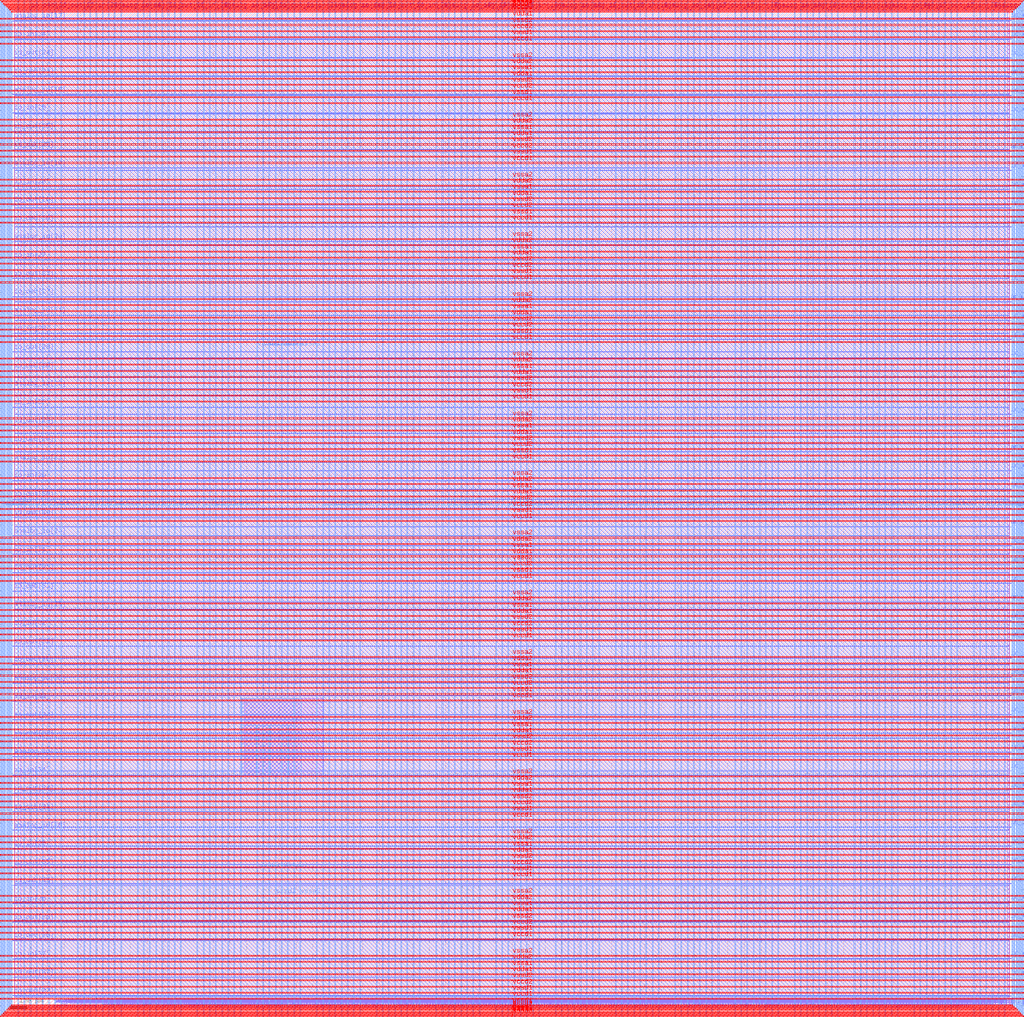
<source format=lef>
VERSION 5.7 ;
  NOWIREEXTENSIONATPIN ON ;
  DIVIDERCHAR "/" ;
  BUSBITCHARS "[]" ;
MACRO user_project_wrapper
  CLASS BLOCK ;
  FOREIGN user_project_wrapper ;
  ORIGIN 0.000 0.000 ;
  SIZE 3000.000 BY 3000.000 ;
  PIN analog_io[0]
    DIRECTION INOUT ;
    USE SIGNAL ;
    PORT
      LAYER Metal3 ;
        RECT 2997.600 1216.600 3004.800 1217.720 ;
    END
  END analog_io[0]
  PIN analog_io[10]
    DIRECTION INOUT ;
    USE SIGNAL ;
    PORT
      LAYER Metal2 ;
        RECT 2286.760 2997.600 2287.880 3004.800 ;
    END
  END analog_io[10]
  PIN analog_io[11]
    DIRECTION INOUT ;
    USE SIGNAL ;
    PORT
      LAYER Metal2 ;
        RECT 1955.240 2997.600 1956.360 3004.800 ;
    END
  END analog_io[11]
  PIN analog_io[12]
    DIRECTION INOUT ;
    USE SIGNAL ;
    PORT
      LAYER Metal2 ;
        RECT 1623.720 2997.600 1624.840 3004.800 ;
    END
  END analog_io[12]
  PIN analog_io[13]
    DIRECTION INOUT ;
    USE SIGNAL ;
    PORT
      LAYER Metal2 ;
        RECT 1292.200 2997.600 1293.320 3004.800 ;
    END
  END analog_io[13]
  PIN analog_io[14]
    DIRECTION INOUT ;
    USE SIGNAL ;
    PORT
      LAYER Metal2 ;
        RECT 960.680 2997.600 961.800 3004.800 ;
    END
  END analog_io[14]
  PIN analog_io[15]
    DIRECTION INOUT ;
    USE SIGNAL ;
    PORT
      LAYER Metal2 ;
        RECT 629.160 2997.600 630.280 3004.800 ;
    END
  END analog_io[15]
  PIN analog_io[16]
    DIRECTION INOUT ;
    USE SIGNAL ;
    PORT
      LAYER Metal2 ;
        RECT 297.640 2997.600 298.760 3004.800 ;
    END
  END analog_io[16]
  PIN analog_io[17]
    DIRECTION INOUT ;
    USE SIGNAL ;
    PORT
      LAYER Metal3 ;
        RECT -4.800 2968.280 2.400 2969.400 ;
    END
  END analog_io[17]
  PIN analog_io[18]
    DIRECTION INOUT ;
    USE SIGNAL ;
    PORT
      LAYER Metal3 ;
        RECT -4.800 2746.520 2.400 2747.640 ;
    END
  END analog_io[18]
  PIN analog_io[19]
    DIRECTION INOUT ;
    USE SIGNAL ;
    PORT
      LAYER Metal3 ;
        RECT -4.800 2524.760 2.400 2525.880 ;
    END
  END analog_io[19]
  PIN analog_io[1]
    DIRECTION INOUT ;
    USE SIGNAL ;
    PORT
      LAYER Metal3 ;
        RECT 2997.600 1442.840 3004.800 1443.960 ;
    END
  END analog_io[1]
  PIN analog_io[20]
    DIRECTION INOUT ;
    USE SIGNAL ;
    PORT
      LAYER Metal3 ;
        RECT -4.800 2303.000 2.400 2304.120 ;
    END
  END analog_io[20]
  PIN analog_io[21]
    DIRECTION INOUT ;
    USE SIGNAL ;
    PORT
      LAYER Metal3 ;
        RECT -4.800 2081.240 2.400 2082.360 ;
    END
  END analog_io[21]
  PIN analog_io[22]
    DIRECTION INOUT ;
    USE SIGNAL ;
    PORT
      LAYER Metal3 ;
        RECT -4.800 1859.480 2.400 1860.600 ;
    END
  END analog_io[22]
  PIN analog_io[23]
    DIRECTION INOUT ;
    USE SIGNAL ;
    PORT
      LAYER Metal3 ;
        RECT -4.800 1637.720 2.400 1638.840 ;
    END
  END analog_io[23]
  PIN analog_io[24]
    DIRECTION INOUT ;
    USE SIGNAL ;
    PORT
      LAYER Metal3 ;
        RECT -4.800 1415.960 2.400 1417.080 ;
    END
  END analog_io[24]
  PIN analog_io[25]
    DIRECTION INOUT ;
    USE SIGNAL ;
    PORT
      LAYER Metal3 ;
        RECT -4.800 1194.200 2.400 1195.320 ;
    END
  END analog_io[25]
  PIN analog_io[26]
    DIRECTION INOUT ;
    USE SIGNAL ;
    PORT
      LAYER Metal3 ;
        RECT -4.800 972.440 2.400 973.560 ;
    END
  END analog_io[26]
  PIN analog_io[27]
    DIRECTION INOUT ;
    USE SIGNAL ;
    PORT
      LAYER Metal3 ;
        RECT -4.800 750.680 2.400 751.800 ;
    END
  END analog_io[27]
  PIN analog_io[28]
    DIRECTION INOUT ;
    USE SIGNAL ;
    PORT
      LAYER Metal3 ;
        RECT -4.800 528.920 2.400 530.040 ;
    END
  END analog_io[28]
  PIN analog_io[2]
    DIRECTION INOUT ;
    USE SIGNAL ;
    PORT
      LAYER Metal3 ;
        RECT 2997.600 1669.080 3004.800 1670.200 ;
    END
  END analog_io[2]
  PIN analog_io[3]
    DIRECTION INOUT ;
    USE SIGNAL ;
    PORT
      LAYER Metal3 ;
        RECT 2997.600 1895.320 3004.800 1896.440 ;
    END
  END analog_io[3]
  PIN analog_io[4]
    DIRECTION INOUT ;
    USE SIGNAL ;
    PORT
      LAYER Metal3 ;
        RECT 2997.600 2121.560 3004.800 2122.680 ;
    END
  END analog_io[4]
  PIN analog_io[5]
    DIRECTION INOUT ;
    USE SIGNAL ;
    PORT
      LAYER Metal3 ;
        RECT 2997.600 2347.800 3004.800 2348.920 ;
    END
  END analog_io[5]
  PIN analog_io[6]
    DIRECTION INOUT ;
    USE SIGNAL ;
    PORT
      LAYER Metal3 ;
        RECT 2997.600 2574.040 3004.800 2575.160 ;
    END
  END analog_io[6]
  PIN analog_io[7]
    DIRECTION INOUT ;
    USE SIGNAL ;
    PORT
      LAYER Metal3 ;
        RECT 2997.600 2800.280 3004.800 2801.400 ;
    END
  END analog_io[7]
  PIN analog_io[8]
    DIRECTION INOUT ;
    USE SIGNAL ;
    PORT
      LAYER Metal2 ;
        RECT 2949.800 2997.600 2950.920 3004.800 ;
    END
  END analog_io[8]
  PIN analog_io[9]
    DIRECTION INOUT ;
    USE SIGNAL ;
    PORT
      LAYER Metal2 ;
        RECT 2618.280 2997.600 2619.400 3004.800 ;
    END
  END analog_io[9]
  PIN io_in[0]
    DIRECTION INPUT ;
    USE SIGNAL ;
    PORT
      LAYER Metal3 ;
        RECT 2997.600 28.840 3004.800 29.960 ;
    END
  END io_in[0]
  PIN io_in[10]
    DIRECTION INPUT ;
    USE SIGNAL ;
    PORT
      LAYER Metal3 ;
        RECT 2997.600 1951.880 3004.800 1953.000 ;
    END
  END io_in[10]
  PIN io_in[11]
    DIRECTION INPUT ;
    USE SIGNAL ;
    PORT
      LAYER Metal3 ;
        RECT 2997.600 2178.120 3004.800 2179.240 ;
    END
  END io_in[11]
  PIN io_in[12]
    DIRECTION INPUT ;
    USE SIGNAL ;
    PORT
      LAYER Metal3 ;
        RECT 2997.600 2404.360 3004.800 2405.480 ;
    END
  END io_in[12]
  PIN io_in[13]
    DIRECTION INPUT ;
    USE SIGNAL ;
    PORT
      LAYER Metal3 ;
        RECT 2997.600 2630.600 3004.800 2631.720 ;
    END
  END io_in[13]
  PIN io_in[14]
    DIRECTION INPUT ;
    USE SIGNAL ;
    PORT
      LAYER Metal3 ;
        RECT 2997.600 2856.840 3004.800 2857.960 ;
    END
  END io_in[14]
  PIN io_in[15]
    DIRECTION INPUT ;
    USE SIGNAL ;
    PORT
      LAYER Metal2 ;
        RECT 2866.920 2997.600 2868.040 3004.800 ;
    END
  END io_in[15]
  PIN io_in[16]
    DIRECTION INPUT ;
    USE SIGNAL ;
    PORT
      LAYER Metal2 ;
        RECT 2535.400 2997.600 2536.520 3004.800 ;
    END
  END io_in[16]
  PIN io_in[17]
    DIRECTION INPUT ;
    USE SIGNAL ;
    PORT
      LAYER Metal2 ;
        RECT 2203.880 2997.600 2205.000 3004.800 ;
    END
  END io_in[17]
  PIN io_in[18]
    DIRECTION INPUT ;
    USE SIGNAL ;
    PORT
      LAYER Metal2 ;
        RECT 1872.360 2997.600 1873.480 3004.800 ;
    END
  END io_in[18]
  PIN io_in[19]
    DIRECTION INPUT ;
    USE SIGNAL ;
    PORT
      LAYER Metal2 ;
        RECT 1540.840 2997.600 1541.960 3004.800 ;
    END
  END io_in[19]
  PIN io_in[1]
    DIRECTION INPUT ;
    USE SIGNAL ;
    PORT
      LAYER Metal3 ;
        RECT 2997.600 198.520 3004.800 199.640 ;
    END
  END io_in[1]
  PIN io_in[20]
    DIRECTION INPUT ;
    USE SIGNAL ;
    PORT
      LAYER Metal2 ;
        RECT 1209.320 2997.600 1210.440 3004.800 ;
    END
  END io_in[20]
  PIN io_in[21]
    DIRECTION INPUT ;
    USE SIGNAL ;
    PORT
      LAYER Metal2 ;
        RECT 877.800 2997.600 878.920 3004.800 ;
    END
  END io_in[21]
  PIN io_in[22]
    DIRECTION INPUT ;
    USE SIGNAL ;
    PORT
      LAYER Metal2 ;
        RECT 546.280 2997.600 547.400 3004.800 ;
    END
  END io_in[22]
  PIN io_in[23]
    DIRECTION INPUT ;
    USE SIGNAL ;
    PORT
      LAYER Metal2 ;
        RECT 214.760 2997.600 215.880 3004.800 ;
    END
  END io_in[23]
  PIN io_in[24]
    DIRECTION INPUT ;
    USE SIGNAL ;
    PORT
      LAYER Metal3 ;
        RECT -4.800 2912.840 2.400 2913.960 ;
    END
  END io_in[24]
  PIN io_in[25]
    DIRECTION INPUT ;
    USE SIGNAL ;
    PORT
      LAYER Metal3 ;
        RECT -4.800 2691.080 2.400 2692.200 ;
    END
  END io_in[25]
  PIN io_in[26]
    DIRECTION INPUT ;
    USE SIGNAL ;
    PORT
      LAYER Metal3 ;
        RECT -4.800 2469.320 2.400 2470.440 ;
    END
  END io_in[26]
  PIN io_in[27]
    DIRECTION INPUT ;
    USE SIGNAL ;
    PORT
      LAYER Metal3 ;
        RECT -4.800 2247.560 2.400 2248.680 ;
    END
  END io_in[27]
  PIN io_in[28]
    DIRECTION INPUT ;
    USE SIGNAL ;
    PORT
      LAYER Metal3 ;
        RECT -4.800 2025.800 2.400 2026.920 ;
    END
  END io_in[28]
  PIN io_in[29]
    DIRECTION INPUT ;
    USE SIGNAL ;
    PORT
      LAYER Metal3 ;
        RECT -4.800 1804.040 2.400 1805.160 ;
    END
  END io_in[29]
  PIN io_in[2]
    DIRECTION INPUT ;
    USE SIGNAL ;
    PORT
      LAYER Metal3 ;
        RECT 2997.600 368.200 3004.800 369.320 ;
    END
  END io_in[2]
  PIN io_in[30]
    DIRECTION INPUT ;
    USE SIGNAL ;
    PORT
      LAYER Metal3 ;
        RECT -4.800 1582.280 2.400 1583.400 ;
    END
  END io_in[30]
  PIN io_in[31]
    DIRECTION INPUT ;
    USE SIGNAL ;
    PORT
      LAYER Metal3 ;
        RECT -4.800 1360.520 2.400 1361.640 ;
    END
  END io_in[31]
  PIN io_in[32]
    DIRECTION INPUT ;
    USE SIGNAL ;
    PORT
      LAYER Metal3 ;
        RECT -4.800 1138.760 2.400 1139.880 ;
    END
  END io_in[32]
  PIN io_in[33]
    DIRECTION INPUT ;
    USE SIGNAL ;
    PORT
      LAYER Metal3 ;
        RECT -4.800 917.000 2.400 918.120 ;
    END
  END io_in[33]
  PIN io_in[34]
    DIRECTION INPUT ;
    USE SIGNAL ;
    PORT
      LAYER Metal3 ;
        RECT -4.800 695.240 2.400 696.360 ;
    END
  END io_in[34]
  PIN io_in[35]
    DIRECTION INPUT ;
    USE SIGNAL ;
    PORT
      LAYER Metal3 ;
        RECT -4.800 473.480 2.400 474.600 ;
    END
  END io_in[35]
  PIN io_in[36]
    DIRECTION INPUT ;
    USE SIGNAL ;
    PORT
      LAYER Metal3 ;
        RECT -4.800 307.160 2.400 308.280 ;
    END
  END io_in[36]
  PIN io_in[37]
    DIRECTION INPUT ;
    USE SIGNAL ;
    PORT
      LAYER Metal3 ;
        RECT -4.800 140.840 2.400 141.960 ;
    END
  END io_in[37]
  PIN io_in[3]
    DIRECTION INPUT ;
    USE SIGNAL ;
    PORT
      LAYER Metal3 ;
        RECT 2997.600 537.880 3004.800 539.000 ;
    END
  END io_in[3]
  PIN io_in[4]
    DIRECTION INPUT ;
    USE SIGNAL ;
    PORT
      LAYER Metal3 ;
        RECT 2997.600 707.560 3004.800 708.680 ;
    END
  END io_in[4]
  PIN io_in[5]
    DIRECTION INPUT ;
    USE SIGNAL ;
    PORT
      LAYER Metal3 ;
        RECT 2997.600 877.240 3004.800 878.360 ;
    END
  END io_in[5]
  PIN io_in[6]
    DIRECTION INPUT ;
    USE SIGNAL ;
    PORT
      LAYER Metal3 ;
        RECT 2997.600 1046.920 3004.800 1048.040 ;
    END
  END io_in[6]
  PIN io_in[7]
    DIRECTION INPUT ;
    USE SIGNAL ;
    PORT
      LAYER Metal3 ;
        RECT 2997.600 1273.160 3004.800 1274.280 ;
    END
  END io_in[7]
  PIN io_in[8]
    DIRECTION INPUT ;
    USE SIGNAL ;
    PORT
      LAYER Metal3 ;
        RECT 2997.600 1499.400 3004.800 1500.520 ;
    END
  END io_in[8]
  PIN io_in[9]
    DIRECTION INPUT ;
    USE SIGNAL ;
    PORT
      LAYER Metal3 ;
        RECT 2997.600 1725.640 3004.800 1726.760 ;
    END
  END io_in[9]
  PIN io_oeb[0]
    DIRECTION OUTPUT TRISTATE ;
    USE SIGNAL ;
    PORT
      LAYER Metal3 ;
        RECT 2997.600 141.960 3004.800 143.080 ;
    END
  END io_oeb[0]
  PIN io_oeb[10]
    DIRECTION OUTPUT TRISTATE ;
    USE SIGNAL ;
    PORT
      LAYER Metal3 ;
        RECT 2997.600 2065.000 3004.800 2066.120 ;
    END
  END io_oeb[10]
  PIN io_oeb[11]
    DIRECTION OUTPUT TRISTATE ;
    USE SIGNAL ;
    PORT
      LAYER Metal3 ;
        RECT 2997.600 2291.240 3004.800 2292.360 ;
    END
  END io_oeb[11]
  PIN io_oeb[12]
    DIRECTION OUTPUT TRISTATE ;
    USE SIGNAL ;
    PORT
      LAYER Metal3 ;
        RECT 2997.600 2517.480 3004.800 2518.600 ;
    END
  END io_oeb[12]
  PIN io_oeb[13]
    DIRECTION OUTPUT TRISTATE ;
    USE SIGNAL ;
    PORT
      LAYER Metal3 ;
        RECT 2997.600 2743.720 3004.800 2744.840 ;
    END
  END io_oeb[13]
  PIN io_oeb[14]
    DIRECTION OUTPUT TRISTATE ;
    USE SIGNAL ;
    PORT
      LAYER Metal3 ;
        RECT 2997.600 2969.960 3004.800 2971.080 ;
    END
  END io_oeb[14]
  PIN io_oeb[15]
    DIRECTION OUTPUT TRISTATE ;
    USE SIGNAL ;
    PORT
      LAYER Metal2 ;
        RECT 2701.160 2997.600 2702.280 3004.800 ;
    END
  END io_oeb[15]
  PIN io_oeb[16]
    DIRECTION OUTPUT TRISTATE ;
    USE SIGNAL ;
    PORT
      LAYER Metal2 ;
        RECT 2369.640 2997.600 2370.760 3004.800 ;
    END
  END io_oeb[16]
  PIN io_oeb[17]
    DIRECTION OUTPUT TRISTATE ;
    USE SIGNAL ;
    PORT
      LAYER Metal2 ;
        RECT 2038.120 2997.600 2039.240 3004.800 ;
    END
  END io_oeb[17]
  PIN io_oeb[18]
    DIRECTION OUTPUT TRISTATE ;
    USE SIGNAL ;
    PORT
      LAYER Metal2 ;
        RECT 1706.600 2997.600 1707.720 3004.800 ;
    END
  END io_oeb[18]
  PIN io_oeb[19]
    DIRECTION OUTPUT TRISTATE ;
    USE SIGNAL ;
    PORT
      LAYER Metal2 ;
        RECT 1375.080 2997.600 1376.200 3004.800 ;
    END
  END io_oeb[19]
  PIN io_oeb[1]
    DIRECTION OUTPUT TRISTATE ;
    USE SIGNAL ;
    PORT
      LAYER Metal3 ;
        RECT 2997.600 311.640 3004.800 312.760 ;
    END
  END io_oeb[1]
  PIN io_oeb[20]
    DIRECTION OUTPUT TRISTATE ;
    USE SIGNAL ;
    PORT
      LAYER Metal2 ;
        RECT 1043.560 2997.600 1044.680 3004.800 ;
    END
  END io_oeb[20]
  PIN io_oeb[21]
    DIRECTION OUTPUT TRISTATE ;
    USE SIGNAL ;
    PORT
      LAYER Metal2 ;
        RECT 712.040 2997.600 713.160 3004.800 ;
    END
  END io_oeb[21]
  PIN io_oeb[22]
    DIRECTION OUTPUT TRISTATE ;
    USE SIGNAL ;
    PORT
      LAYER Metal2 ;
        RECT 380.520 2997.600 381.640 3004.800 ;
    END
  END io_oeb[22]
  PIN io_oeb[23]
    DIRECTION OUTPUT TRISTATE ;
    USE SIGNAL ;
    PORT
      LAYER Metal2 ;
        RECT 49.000 2997.600 50.120 3004.800 ;
    END
  END io_oeb[23]
  PIN io_oeb[24]
    DIRECTION OUTPUT TRISTATE ;
    USE SIGNAL ;
    PORT
      LAYER Metal3 ;
        RECT -4.800 2801.960 2.400 2803.080 ;
    END
  END io_oeb[24]
  PIN io_oeb[25]
    DIRECTION OUTPUT TRISTATE ;
    USE SIGNAL ;
    PORT
      LAYER Metal3 ;
        RECT -4.800 2580.200 2.400 2581.320 ;
    END
  END io_oeb[25]
  PIN io_oeb[26]
    DIRECTION OUTPUT TRISTATE ;
    USE SIGNAL ;
    PORT
      LAYER Metal3 ;
        RECT -4.800 2358.440 2.400 2359.560 ;
    END
  END io_oeb[26]
  PIN io_oeb[27]
    DIRECTION OUTPUT TRISTATE ;
    USE SIGNAL ;
    PORT
      LAYER Metal3 ;
        RECT -4.800 2136.680 2.400 2137.800 ;
    END
  END io_oeb[27]
  PIN io_oeb[28]
    DIRECTION OUTPUT TRISTATE ;
    USE SIGNAL ;
    PORT
      LAYER Metal3 ;
        RECT -4.800 1914.920 2.400 1916.040 ;
    END
  END io_oeb[28]
  PIN io_oeb[29]
    DIRECTION OUTPUT TRISTATE ;
    USE SIGNAL ;
    PORT
      LAYER Metal3 ;
        RECT -4.800 1693.160 2.400 1694.280 ;
    END
  END io_oeb[29]
  PIN io_oeb[2]
    DIRECTION OUTPUT TRISTATE ;
    USE SIGNAL ;
    PORT
      LAYER Metal3 ;
        RECT 2997.600 481.320 3004.800 482.440 ;
    END
  END io_oeb[2]
  PIN io_oeb[30]
    DIRECTION OUTPUT TRISTATE ;
    USE SIGNAL ;
    PORT
      LAYER Metal3 ;
        RECT -4.800 1471.400 2.400 1472.520 ;
    END
  END io_oeb[30]
  PIN io_oeb[31]
    DIRECTION OUTPUT TRISTATE ;
    USE SIGNAL ;
    PORT
      LAYER Metal3 ;
        RECT -4.800 1249.640 2.400 1250.760 ;
    END
  END io_oeb[31]
  PIN io_oeb[32]
    DIRECTION OUTPUT TRISTATE ;
    USE SIGNAL ;
    PORT
      LAYER Metal3 ;
        RECT -4.800 1027.880 2.400 1029.000 ;
    END
  END io_oeb[32]
  PIN io_oeb[33]
    DIRECTION OUTPUT TRISTATE ;
    USE SIGNAL ;
    PORT
      LAYER Metal3 ;
        RECT -4.800 806.120 2.400 807.240 ;
    END
  END io_oeb[33]
  PIN io_oeb[34]
    DIRECTION OUTPUT TRISTATE ;
    USE SIGNAL ;
    PORT
      LAYER Metal3 ;
        RECT -4.800 584.360 2.400 585.480 ;
    END
  END io_oeb[34]
  PIN io_oeb[35]
    DIRECTION OUTPUT TRISTATE ;
    USE SIGNAL ;
    PORT
      LAYER Metal3 ;
        RECT -4.800 362.600 2.400 363.720 ;
    END
  END io_oeb[35]
  PIN io_oeb[36]
    DIRECTION OUTPUT TRISTATE ;
    USE SIGNAL ;
    PORT
      LAYER Metal3 ;
        RECT -4.800 196.280 2.400 197.400 ;
    END
  END io_oeb[36]
  PIN io_oeb[37]
    DIRECTION OUTPUT TRISTATE ;
    USE SIGNAL ;
    PORT
      LAYER Metal3 ;
        RECT -4.800 29.960 2.400 31.080 ;
    END
  END io_oeb[37]
  PIN io_oeb[3]
    DIRECTION OUTPUT TRISTATE ;
    USE SIGNAL ;
    PORT
      LAYER Metal3 ;
        RECT 2997.600 651.000 3004.800 652.120 ;
    END
  END io_oeb[3]
  PIN io_oeb[4]
    DIRECTION OUTPUT TRISTATE ;
    USE SIGNAL ;
    PORT
      LAYER Metal3 ;
        RECT 2997.600 820.680 3004.800 821.800 ;
    END
  END io_oeb[4]
  PIN io_oeb[5]
    DIRECTION OUTPUT TRISTATE ;
    USE SIGNAL ;
    PORT
      LAYER Metal3 ;
        RECT 2997.600 990.360 3004.800 991.480 ;
    END
  END io_oeb[5]
  PIN io_oeb[6]
    DIRECTION OUTPUT TRISTATE ;
    USE SIGNAL ;
    PORT
      LAYER Metal3 ;
        RECT 2997.600 1160.040 3004.800 1161.160 ;
    END
  END io_oeb[6]
  PIN io_oeb[7]
    DIRECTION OUTPUT TRISTATE ;
    USE SIGNAL ;
    PORT
      LAYER Metal3 ;
        RECT 2997.600 1386.280 3004.800 1387.400 ;
    END
  END io_oeb[7]
  PIN io_oeb[8]
    DIRECTION OUTPUT TRISTATE ;
    USE SIGNAL ;
    PORT
      LAYER Metal3 ;
        RECT 2997.600 1612.520 3004.800 1613.640 ;
    END
  END io_oeb[8]
  PIN io_oeb[9]
    DIRECTION OUTPUT TRISTATE ;
    USE SIGNAL ;
    PORT
      LAYER Metal3 ;
        RECT 2997.600 1838.760 3004.800 1839.880 ;
    END
  END io_oeb[9]
  PIN io_out[0]
    DIRECTION OUTPUT TRISTATE ;
    USE SIGNAL ;
    PORT
      LAYER Metal3 ;
        RECT 2997.600 85.400 3004.800 86.520 ;
    END
  END io_out[0]
  PIN io_out[10]
    DIRECTION OUTPUT TRISTATE ;
    USE SIGNAL ;
    PORT
      LAYER Metal3 ;
        RECT 2997.600 2008.440 3004.800 2009.560 ;
    END
  END io_out[10]
  PIN io_out[11]
    DIRECTION OUTPUT TRISTATE ;
    USE SIGNAL ;
    PORT
      LAYER Metal3 ;
        RECT 2997.600 2234.680 3004.800 2235.800 ;
    END
  END io_out[11]
  PIN io_out[12]
    DIRECTION OUTPUT TRISTATE ;
    USE SIGNAL ;
    PORT
      LAYER Metal3 ;
        RECT 2997.600 2460.920 3004.800 2462.040 ;
    END
  END io_out[12]
  PIN io_out[13]
    DIRECTION OUTPUT TRISTATE ;
    USE SIGNAL ;
    PORT
      LAYER Metal3 ;
        RECT 2997.600 2687.160 3004.800 2688.280 ;
    END
  END io_out[13]
  PIN io_out[14]
    DIRECTION OUTPUT TRISTATE ;
    USE SIGNAL ;
    PORT
      LAYER Metal3 ;
        RECT 2997.600 2913.400 3004.800 2914.520 ;
    END
  END io_out[14]
  PIN io_out[15]
    DIRECTION OUTPUT TRISTATE ;
    USE SIGNAL ;
    PORT
      LAYER Metal2 ;
        RECT 2784.040 2997.600 2785.160 3004.800 ;
    END
  END io_out[15]
  PIN io_out[16]
    DIRECTION OUTPUT TRISTATE ;
    USE SIGNAL ;
    PORT
      LAYER Metal2 ;
        RECT 2452.520 2997.600 2453.640 3004.800 ;
    END
  END io_out[16]
  PIN io_out[17]
    DIRECTION OUTPUT TRISTATE ;
    USE SIGNAL ;
    PORT
      LAYER Metal2 ;
        RECT 2121.000 2997.600 2122.120 3004.800 ;
    END
  END io_out[17]
  PIN io_out[18]
    DIRECTION OUTPUT TRISTATE ;
    USE SIGNAL ;
    PORT
      LAYER Metal2 ;
        RECT 1789.480 2997.600 1790.600 3004.800 ;
    END
  END io_out[18]
  PIN io_out[19]
    DIRECTION OUTPUT TRISTATE ;
    USE SIGNAL ;
    PORT
      LAYER Metal2 ;
        RECT 1457.960 2997.600 1459.080 3004.800 ;
    END
  END io_out[19]
  PIN io_out[1]
    DIRECTION OUTPUT TRISTATE ;
    USE SIGNAL ;
    PORT
      LAYER Metal3 ;
        RECT 2997.600 255.080 3004.800 256.200 ;
    END
  END io_out[1]
  PIN io_out[20]
    DIRECTION OUTPUT TRISTATE ;
    USE SIGNAL ;
    PORT
      LAYER Metal2 ;
        RECT 1126.440 2997.600 1127.560 3004.800 ;
    END
  END io_out[20]
  PIN io_out[21]
    DIRECTION OUTPUT TRISTATE ;
    USE SIGNAL ;
    PORT
      LAYER Metal2 ;
        RECT 794.920 2997.600 796.040 3004.800 ;
    END
  END io_out[21]
  PIN io_out[22]
    DIRECTION OUTPUT TRISTATE ;
    USE SIGNAL ;
    PORT
      LAYER Metal2 ;
        RECT 463.400 2997.600 464.520 3004.800 ;
    END
  END io_out[22]
  PIN io_out[23]
    DIRECTION OUTPUT TRISTATE ;
    USE SIGNAL ;
    PORT
      LAYER Metal2 ;
        RECT 131.880 2997.600 133.000 3004.800 ;
    END
  END io_out[23]
  PIN io_out[24]
    DIRECTION OUTPUT TRISTATE ;
    USE SIGNAL ;
    PORT
      LAYER Metal3 ;
        RECT -4.800 2857.400 2.400 2858.520 ;
    END
  END io_out[24]
  PIN io_out[25]
    DIRECTION OUTPUT TRISTATE ;
    USE SIGNAL ;
    PORT
      LAYER Metal3 ;
        RECT -4.800 2635.640 2.400 2636.760 ;
    END
  END io_out[25]
  PIN io_out[26]
    DIRECTION OUTPUT TRISTATE ;
    USE SIGNAL ;
    PORT
      LAYER Metal3 ;
        RECT -4.800 2413.880 2.400 2415.000 ;
    END
  END io_out[26]
  PIN io_out[27]
    DIRECTION OUTPUT TRISTATE ;
    USE SIGNAL ;
    PORT
      LAYER Metal3 ;
        RECT -4.800 2192.120 2.400 2193.240 ;
    END
  END io_out[27]
  PIN io_out[28]
    DIRECTION OUTPUT TRISTATE ;
    USE SIGNAL ;
    PORT
      LAYER Metal3 ;
        RECT -4.800 1970.360 2.400 1971.480 ;
    END
  END io_out[28]
  PIN io_out[29]
    DIRECTION OUTPUT TRISTATE ;
    USE SIGNAL ;
    PORT
      LAYER Metal3 ;
        RECT -4.800 1748.600 2.400 1749.720 ;
    END
  END io_out[29]
  PIN io_out[2]
    DIRECTION OUTPUT TRISTATE ;
    USE SIGNAL ;
    PORT
      LAYER Metal3 ;
        RECT 2997.600 424.760 3004.800 425.880 ;
    END
  END io_out[2]
  PIN io_out[30]
    DIRECTION OUTPUT TRISTATE ;
    USE SIGNAL ;
    PORT
      LAYER Metal3 ;
        RECT -4.800 1526.840 2.400 1527.960 ;
    END
  END io_out[30]
  PIN io_out[31]
    DIRECTION OUTPUT TRISTATE ;
    USE SIGNAL ;
    PORT
      LAYER Metal3 ;
        RECT -4.800 1305.080 2.400 1306.200 ;
    END
  END io_out[31]
  PIN io_out[32]
    DIRECTION OUTPUT TRISTATE ;
    USE SIGNAL ;
    PORT
      LAYER Metal3 ;
        RECT -4.800 1083.320 2.400 1084.440 ;
    END
  END io_out[32]
  PIN io_out[33]
    DIRECTION OUTPUT TRISTATE ;
    USE SIGNAL ;
    PORT
      LAYER Metal3 ;
        RECT -4.800 861.560 2.400 862.680 ;
    END
  END io_out[33]
  PIN io_out[34]
    DIRECTION OUTPUT TRISTATE ;
    USE SIGNAL ;
    PORT
      LAYER Metal3 ;
        RECT -4.800 639.800 2.400 640.920 ;
    END
  END io_out[34]
  PIN io_out[35]
    DIRECTION OUTPUT TRISTATE ;
    USE SIGNAL ;
    PORT
      LAYER Metal3 ;
        RECT -4.800 418.040 2.400 419.160 ;
    END
  END io_out[35]
  PIN io_out[36]
    DIRECTION OUTPUT TRISTATE ;
    USE SIGNAL ;
    PORT
      LAYER Metal3 ;
        RECT -4.800 251.720 2.400 252.840 ;
    END
  END io_out[36]
  PIN io_out[37]
    DIRECTION OUTPUT TRISTATE ;
    USE SIGNAL ;
    PORT
      LAYER Metal3 ;
        RECT -4.800 85.400 2.400 86.520 ;
    END
  END io_out[37]
  PIN io_out[3]
    DIRECTION OUTPUT TRISTATE ;
    USE SIGNAL ;
    PORT
      LAYER Metal3 ;
        RECT 2997.600 594.440 3004.800 595.560 ;
    END
  END io_out[3]
  PIN io_out[4]
    DIRECTION OUTPUT TRISTATE ;
    USE SIGNAL ;
    PORT
      LAYER Metal3 ;
        RECT 2997.600 764.120 3004.800 765.240 ;
    END
  END io_out[4]
  PIN io_out[5]
    DIRECTION OUTPUT TRISTATE ;
    USE SIGNAL ;
    PORT
      LAYER Metal3 ;
        RECT 2997.600 933.800 3004.800 934.920 ;
    END
  END io_out[5]
  PIN io_out[6]
    DIRECTION OUTPUT TRISTATE ;
    USE SIGNAL ;
    PORT
      LAYER Metal3 ;
        RECT 2997.600 1103.480 3004.800 1104.600 ;
    END
  END io_out[6]
  PIN io_out[7]
    DIRECTION OUTPUT TRISTATE ;
    USE SIGNAL ;
    PORT
      LAYER Metal3 ;
        RECT 2997.600 1329.720 3004.800 1330.840 ;
    END
  END io_out[7]
  PIN io_out[8]
    DIRECTION OUTPUT TRISTATE ;
    USE SIGNAL ;
    PORT
      LAYER Metal3 ;
        RECT 2997.600 1555.960 3004.800 1557.080 ;
    END
  END io_out[8]
  PIN io_out[9]
    DIRECTION OUTPUT TRISTATE ;
    USE SIGNAL ;
    PORT
      LAYER Metal3 ;
        RECT 2997.600 1782.200 3004.800 1783.320 ;
    END
  END io_out[9]
  PIN la_data_in[0]
    DIRECTION INPUT ;
    USE SIGNAL ;
    PORT
      LAYER Metal2 ;
        RECT 712.600 -4.800 713.720 2.400 ;
    END
  END la_data_in[0]
  PIN la_data_in[100]
    DIRECTION INPUT ;
    USE SIGNAL ;
    PORT
      LAYER Metal2 ;
        RECT 2392.600 -4.800 2393.720 2.400 ;
    END
  END la_data_in[100]
  PIN la_data_in[101]
    DIRECTION INPUT ;
    USE SIGNAL ;
    PORT
      LAYER Metal2 ;
        RECT 2409.400 -4.800 2410.520 2.400 ;
    END
  END la_data_in[101]
  PIN la_data_in[102]
    DIRECTION INPUT ;
    USE SIGNAL ;
    PORT
      LAYER Metal2 ;
        RECT 2426.200 -4.800 2427.320 2.400 ;
    END
  END la_data_in[102]
  PIN la_data_in[103]
    DIRECTION INPUT ;
    USE SIGNAL ;
    PORT
      LAYER Metal2 ;
        RECT 2443.000 -4.800 2444.120 2.400 ;
    END
  END la_data_in[103]
  PIN la_data_in[104]
    DIRECTION INPUT ;
    USE SIGNAL ;
    PORT
      LAYER Metal2 ;
        RECT 2459.800 -4.800 2460.920 2.400 ;
    END
  END la_data_in[104]
  PIN la_data_in[105]
    DIRECTION INPUT ;
    USE SIGNAL ;
    PORT
      LAYER Metal2 ;
        RECT 2476.600 -4.800 2477.720 2.400 ;
    END
  END la_data_in[105]
  PIN la_data_in[106]
    DIRECTION INPUT ;
    USE SIGNAL ;
    PORT
      LAYER Metal2 ;
        RECT 2493.400 -4.800 2494.520 2.400 ;
    END
  END la_data_in[106]
  PIN la_data_in[107]
    DIRECTION INPUT ;
    USE SIGNAL ;
    PORT
      LAYER Metal2 ;
        RECT 2510.200 -4.800 2511.320 2.400 ;
    END
  END la_data_in[107]
  PIN la_data_in[108]
    DIRECTION INPUT ;
    USE SIGNAL ;
    PORT
      LAYER Metal2 ;
        RECT 2527.000 -4.800 2528.120 2.400 ;
    END
  END la_data_in[108]
  PIN la_data_in[109]
    DIRECTION INPUT ;
    USE SIGNAL ;
    PORT
      LAYER Metal2 ;
        RECT 2543.800 -4.800 2544.920 2.400 ;
    END
  END la_data_in[109]
  PIN la_data_in[10]
    DIRECTION INPUT ;
    USE SIGNAL ;
    PORT
      LAYER Metal2 ;
        RECT 880.600 -4.800 881.720 2.400 ;
    END
  END la_data_in[10]
  PIN la_data_in[110]
    DIRECTION INPUT ;
    USE SIGNAL ;
    PORT
      LAYER Metal2 ;
        RECT 2560.600 -4.800 2561.720 2.400 ;
    END
  END la_data_in[110]
  PIN la_data_in[111]
    DIRECTION INPUT ;
    USE SIGNAL ;
    PORT
      LAYER Metal2 ;
        RECT 2577.400 -4.800 2578.520 2.400 ;
    END
  END la_data_in[111]
  PIN la_data_in[112]
    DIRECTION INPUT ;
    USE SIGNAL ;
    PORT
      LAYER Metal2 ;
        RECT 2594.200 -4.800 2595.320 2.400 ;
    END
  END la_data_in[112]
  PIN la_data_in[113]
    DIRECTION INPUT ;
    USE SIGNAL ;
    PORT
      LAYER Metal2 ;
        RECT 2611.000 -4.800 2612.120 2.400 ;
    END
  END la_data_in[113]
  PIN la_data_in[114]
    DIRECTION INPUT ;
    USE SIGNAL ;
    PORT
      LAYER Metal2 ;
        RECT 2627.800 -4.800 2628.920 2.400 ;
    END
  END la_data_in[114]
  PIN la_data_in[115]
    DIRECTION INPUT ;
    USE SIGNAL ;
    PORT
      LAYER Metal2 ;
        RECT 2644.600 -4.800 2645.720 2.400 ;
    END
  END la_data_in[115]
  PIN la_data_in[116]
    DIRECTION INPUT ;
    USE SIGNAL ;
    PORT
      LAYER Metal2 ;
        RECT 2661.400 -4.800 2662.520 2.400 ;
    END
  END la_data_in[116]
  PIN la_data_in[117]
    DIRECTION INPUT ;
    USE SIGNAL ;
    PORT
      LAYER Metal2 ;
        RECT 2678.200 -4.800 2679.320 2.400 ;
    END
  END la_data_in[117]
  PIN la_data_in[118]
    DIRECTION INPUT ;
    USE SIGNAL ;
    PORT
      LAYER Metal2 ;
        RECT 2695.000 -4.800 2696.120 2.400 ;
    END
  END la_data_in[118]
  PIN la_data_in[119]
    DIRECTION INPUT ;
    USE SIGNAL ;
    PORT
      LAYER Metal2 ;
        RECT 2711.800 -4.800 2712.920 2.400 ;
    END
  END la_data_in[119]
  PIN la_data_in[11]
    DIRECTION INPUT ;
    USE SIGNAL ;
    PORT
      LAYER Metal2 ;
        RECT 897.400 -4.800 898.520 2.400 ;
    END
  END la_data_in[11]
  PIN la_data_in[120]
    DIRECTION INPUT ;
    USE SIGNAL ;
    PORT
      LAYER Metal2 ;
        RECT 2728.600 -4.800 2729.720 2.400 ;
    END
  END la_data_in[120]
  PIN la_data_in[121]
    DIRECTION INPUT ;
    USE SIGNAL ;
    PORT
      LAYER Metal2 ;
        RECT 2745.400 -4.800 2746.520 2.400 ;
    END
  END la_data_in[121]
  PIN la_data_in[122]
    DIRECTION INPUT ;
    USE SIGNAL ;
    PORT
      LAYER Metal2 ;
        RECT 2762.200 -4.800 2763.320 2.400 ;
    END
  END la_data_in[122]
  PIN la_data_in[123]
    DIRECTION INPUT ;
    USE SIGNAL ;
    PORT
      LAYER Metal2 ;
        RECT 2779.000 -4.800 2780.120 2.400 ;
    END
  END la_data_in[123]
  PIN la_data_in[124]
    DIRECTION INPUT ;
    USE SIGNAL ;
    PORT
      LAYER Metal2 ;
        RECT 2795.800 -4.800 2796.920 2.400 ;
    END
  END la_data_in[124]
  PIN la_data_in[125]
    DIRECTION INPUT ;
    USE SIGNAL ;
    PORT
      LAYER Metal2 ;
        RECT 2812.600 -4.800 2813.720 2.400 ;
    END
  END la_data_in[125]
  PIN la_data_in[126]
    DIRECTION INPUT ;
    USE SIGNAL ;
    PORT
      LAYER Metal2 ;
        RECT 2829.400 -4.800 2830.520 2.400 ;
    END
  END la_data_in[126]
  PIN la_data_in[127]
    DIRECTION INPUT ;
    USE SIGNAL ;
    PORT
      LAYER Metal2 ;
        RECT 2846.200 -4.800 2847.320 2.400 ;
    END
  END la_data_in[127]
  PIN la_data_in[12]
    DIRECTION INPUT ;
    USE SIGNAL ;
    PORT
      LAYER Metal2 ;
        RECT 914.200 -4.800 915.320 2.400 ;
    END
  END la_data_in[12]
  PIN la_data_in[13]
    DIRECTION INPUT ;
    USE SIGNAL ;
    PORT
      LAYER Metal2 ;
        RECT 931.000 -4.800 932.120 2.400 ;
    END
  END la_data_in[13]
  PIN la_data_in[14]
    DIRECTION INPUT ;
    USE SIGNAL ;
    PORT
      LAYER Metal2 ;
        RECT 947.800 -4.800 948.920 2.400 ;
    END
  END la_data_in[14]
  PIN la_data_in[15]
    DIRECTION INPUT ;
    USE SIGNAL ;
    PORT
      LAYER Metal2 ;
        RECT 964.600 -4.800 965.720 2.400 ;
    END
  END la_data_in[15]
  PIN la_data_in[16]
    DIRECTION INPUT ;
    USE SIGNAL ;
    PORT
      LAYER Metal2 ;
        RECT 981.400 -4.800 982.520 2.400 ;
    END
  END la_data_in[16]
  PIN la_data_in[17]
    DIRECTION INPUT ;
    USE SIGNAL ;
    PORT
      LAYER Metal2 ;
        RECT 998.200 -4.800 999.320 2.400 ;
    END
  END la_data_in[17]
  PIN la_data_in[18]
    DIRECTION INPUT ;
    USE SIGNAL ;
    PORT
      LAYER Metal2 ;
        RECT 1015.000 -4.800 1016.120 2.400 ;
    END
  END la_data_in[18]
  PIN la_data_in[19]
    DIRECTION INPUT ;
    USE SIGNAL ;
    PORT
      LAYER Metal2 ;
        RECT 1031.800 -4.800 1032.920 2.400 ;
    END
  END la_data_in[19]
  PIN la_data_in[1]
    DIRECTION INPUT ;
    USE SIGNAL ;
    PORT
      LAYER Metal2 ;
        RECT 729.400 -4.800 730.520 2.400 ;
    END
  END la_data_in[1]
  PIN la_data_in[20]
    DIRECTION INPUT ;
    USE SIGNAL ;
    PORT
      LAYER Metal2 ;
        RECT 1048.600 -4.800 1049.720 2.400 ;
    END
  END la_data_in[20]
  PIN la_data_in[21]
    DIRECTION INPUT ;
    USE SIGNAL ;
    PORT
      LAYER Metal2 ;
        RECT 1065.400 -4.800 1066.520 2.400 ;
    END
  END la_data_in[21]
  PIN la_data_in[22]
    DIRECTION INPUT ;
    USE SIGNAL ;
    PORT
      LAYER Metal2 ;
        RECT 1082.200 -4.800 1083.320 2.400 ;
    END
  END la_data_in[22]
  PIN la_data_in[23]
    DIRECTION INPUT ;
    USE SIGNAL ;
    PORT
      LAYER Metal2 ;
        RECT 1099.000 -4.800 1100.120 2.400 ;
    END
  END la_data_in[23]
  PIN la_data_in[24]
    DIRECTION INPUT ;
    USE SIGNAL ;
    PORT
      LAYER Metal2 ;
        RECT 1115.800 -4.800 1116.920 2.400 ;
    END
  END la_data_in[24]
  PIN la_data_in[25]
    DIRECTION INPUT ;
    USE SIGNAL ;
    PORT
      LAYER Metal2 ;
        RECT 1132.600 -4.800 1133.720 2.400 ;
    END
  END la_data_in[25]
  PIN la_data_in[26]
    DIRECTION INPUT ;
    USE SIGNAL ;
    PORT
      LAYER Metal2 ;
        RECT 1149.400 -4.800 1150.520 2.400 ;
    END
  END la_data_in[26]
  PIN la_data_in[27]
    DIRECTION INPUT ;
    USE SIGNAL ;
    PORT
      LAYER Metal2 ;
        RECT 1166.200 -4.800 1167.320 2.400 ;
    END
  END la_data_in[27]
  PIN la_data_in[28]
    DIRECTION INPUT ;
    USE SIGNAL ;
    PORT
      LAYER Metal2 ;
        RECT 1183.000 -4.800 1184.120 2.400 ;
    END
  END la_data_in[28]
  PIN la_data_in[29]
    DIRECTION INPUT ;
    USE SIGNAL ;
    PORT
      LAYER Metal2 ;
        RECT 1199.800 -4.800 1200.920 2.400 ;
    END
  END la_data_in[29]
  PIN la_data_in[2]
    DIRECTION INPUT ;
    USE SIGNAL ;
    PORT
      LAYER Metal2 ;
        RECT 746.200 -4.800 747.320 2.400 ;
    END
  END la_data_in[2]
  PIN la_data_in[30]
    DIRECTION INPUT ;
    USE SIGNAL ;
    PORT
      LAYER Metal2 ;
        RECT 1216.600 -4.800 1217.720 2.400 ;
    END
  END la_data_in[30]
  PIN la_data_in[31]
    DIRECTION INPUT ;
    USE SIGNAL ;
    PORT
      LAYER Metal2 ;
        RECT 1233.400 -4.800 1234.520 2.400 ;
    END
  END la_data_in[31]
  PIN la_data_in[32]
    DIRECTION INPUT ;
    USE SIGNAL ;
    PORT
      LAYER Metal2 ;
        RECT 1250.200 -4.800 1251.320 2.400 ;
    END
  END la_data_in[32]
  PIN la_data_in[33]
    DIRECTION INPUT ;
    USE SIGNAL ;
    PORT
      LAYER Metal2 ;
        RECT 1267.000 -4.800 1268.120 2.400 ;
    END
  END la_data_in[33]
  PIN la_data_in[34]
    DIRECTION INPUT ;
    USE SIGNAL ;
    PORT
      LAYER Metal2 ;
        RECT 1283.800 -4.800 1284.920 2.400 ;
    END
  END la_data_in[34]
  PIN la_data_in[35]
    DIRECTION INPUT ;
    USE SIGNAL ;
    PORT
      LAYER Metal2 ;
        RECT 1300.600 -4.800 1301.720 2.400 ;
    END
  END la_data_in[35]
  PIN la_data_in[36]
    DIRECTION INPUT ;
    USE SIGNAL ;
    PORT
      LAYER Metal2 ;
        RECT 1317.400 -4.800 1318.520 2.400 ;
    END
  END la_data_in[36]
  PIN la_data_in[37]
    DIRECTION INPUT ;
    USE SIGNAL ;
    PORT
      LAYER Metal2 ;
        RECT 1334.200 -4.800 1335.320 2.400 ;
    END
  END la_data_in[37]
  PIN la_data_in[38]
    DIRECTION INPUT ;
    USE SIGNAL ;
    PORT
      LAYER Metal2 ;
        RECT 1351.000 -4.800 1352.120 2.400 ;
    END
  END la_data_in[38]
  PIN la_data_in[39]
    DIRECTION INPUT ;
    USE SIGNAL ;
    PORT
      LAYER Metal2 ;
        RECT 1367.800 -4.800 1368.920 2.400 ;
    END
  END la_data_in[39]
  PIN la_data_in[3]
    DIRECTION INPUT ;
    USE SIGNAL ;
    PORT
      LAYER Metal2 ;
        RECT 763.000 -4.800 764.120 2.400 ;
    END
  END la_data_in[3]
  PIN la_data_in[40]
    DIRECTION INPUT ;
    USE SIGNAL ;
    PORT
      LAYER Metal2 ;
        RECT 1384.600 -4.800 1385.720 2.400 ;
    END
  END la_data_in[40]
  PIN la_data_in[41]
    DIRECTION INPUT ;
    USE SIGNAL ;
    PORT
      LAYER Metal2 ;
        RECT 1401.400 -4.800 1402.520 2.400 ;
    END
  END la_data_in[41]
  PIN la_data_in[42]
    DIRECTION INPUT ;
    USE SIGNAL ;
    PORT
      LAYER Metal2 ;
        RECT 1418.200 -4.800 1419.320 2.400 ;
    END
  END la_data_in[42]
  PIN la_data_in[43]
    DIRECTION INPUT ;
    USE SIGNAL ;
    PORT
      LAYER Metal2 ;
        RECT 1435.000 -4.800 1436.120 2.400 ;
    END
  END la_data_in[43]
  PIN la_data_in[44]
    DIRECTION INPUT ;
    USE SIGNAL ;
    PORT
      LAYER Metal2 ;
        RECT 1451.800 -4.800 1452.920 2.400 ;
    END
  END la_data_in[44]
  PIN la_data_in[45]
    DIRECTION INPUT ;
    USE SIGNAL ;
    PORT
      LAYER Metal2 ;
        RECT 1468.600 -4.800 1469.720 2.400 ;
    END
  END la_data_in[45]
  PIN la_data_in[46]
    DIRECTION INPUT ;
    USE SIGNAL ;
    PORT
      LAYER Metal2 ;
        RECT 1485.400 -4.800 1486.520 2.400 ;
    END
  END la_data_in[46]
  PIN la_data_in[47]
    DIRECTION INPUT ;
    USE SIGNAL ;
    PORT
      LAYER Metal2 ;
        RECT 1502.200 -4.800 1503.320 2.400 ;
    END
  END la_data_in[47]
  PIN la_data_in[48]
    DIRECTION INPUT ;
    USE SIGNAL ;
    PORT
      LAYER Metal2 ;
        RECT 1519.000 -4.800 1520.120 2.400 ;
    END
  END la_data_in[48]
  PIN la_data_in[49]
    DIRECTION INPUT ;
    USE SIGNAL ;
    PORT
      LAYER Metal2 ;
        RECT 1535.800 -4.800 1536.920 2.400 ;
    END
  END la_data_in[49]
  PIN la_data_in[4]
    DIRECTION INPUT ;
    USE SIGNAL ;
    PORT
      LAYER Metal2 ;
        RECT 779.800 -4.800 780.920 2.400 ;
    END
  END la_data_in[4]
  PIN la_data_in[50]
    DIRECTION INPUT ;
    USE SIGNAL ;
    PORT
      LAYER Metal2 ;
        RECT 1552.600 -4.800 1553.720 2.400 ;
    END
  END la_data_in[50]
  PIN la_data_in[51]
    DIRECTION INPUT ;
    USE SIGNAL ;
    PORT
      LAYER Metal2 ;
        RECT 1569.400 -4.800 1570.520 2.400 ;
    END
  END la_data_in[51]
  PIN la_data_in[52]
    DIRECTION INPUT ;
    USE SIGNAL ;
    PORT
      LAYER Metal2 ;
        RECT 1586.200 -4.800 1587.320 2.400 ;
    END
  END la_data_in[52]
  PIN la_data_in[53]
    DIRECTION INPUT ;
    USE SIGNAL ;
    PORT
      LAYER Metal2 ;
        RECT 1603.000 -4.800 1604.120 2.400 ;
    END
  END la_data_in[53]
  PIN la_data_in[54]
    DIRECTION INPUT ;
    USE SIGNAL ;
    PORT
      LAYER Metal2 ;
        RECT 1619.800 -4.800 1620.920 2.400 ;
    END
  END la_data_in[54]
  PIN la_data_in[55]
    DIRECTION INPUT ;
    USE SIGNAL ;
    PORT
      LAYER Metal2 ;
        RECT 1636.600 -4.800 1637.720 2.400 ;
    END
  END la_data_in[55]
  PIN la_data_in[56]
    DIRECTION INPUT ;
    USE SIGNAL ;
    PORT
      LAYER Metal2 ;
        RECT 1653.400 -4.800 1654.520 2.400 ;
    END
  END la_data_in[56]
  PIN la_data_in[57]
    DIRECTION INPUT ;
    USE SIGNAL ;
    PORT
      LAYER Metal2 ;
        RECT 1670.200 -4.800 1671.320 2.400 ;
    END
  END la_data_in[57]
  PIN la_data_in[58]
    DIRECTION INPUT ;
    USE SIGNAL ;
    PORT
      LAYER Metal2 ;
        RECT 1687.000 -4.800 1688.120 2.400 ;
    END
  END la_data_in[58]
  PIN la_data_in[59]
    DIRECTION INPUT ;
    USE SIGNAL ;
    PORT
      LAYER Metal2 ;
        RECT 1703.800 -4.800 1704.920 2.400 ;
    END
  END la_data_in[59]
  PIN la_data_in[5]
    DIRECTION INPUT ;
    USE SIGNAL ;
    PORT
      LAYER Metal2 ;
        RECT 796.600 -4.800 797.720 2.400 ;
    END
  END la_data_in[5]
  PIN la_data_in[60]
    DIRECTION INPUT ;
    USE SIGNAL ;
    PORT
      LAYER Metal2 ;
        RECT 1720.600 -4.800 1721.720 2.400 ;
    END
  END la_data_in[60]
  PIN la_data_in[61]
    DIRECTION INPUT ;
    USE SIGNAL ;
    PORT
      LAYER Metal2 ;
        RECT 1737.400 -4.800 1738.520 2.400 ;
    END
  END la_data_in[61]
  PIN la_data_in[62]
    DIRECTION INPUT ;
    USE SIGNAL ;
    PORT
      LAYER Metal2 ;
        RECT 1754.200 -4.800 1755.320 2.400 ;
    END
  END la_data_in[62]
  PIN la_data_in[63]
    DIRECTION INPUT ;
    USE SIGNAL ;
    PORT
      LAYER Metal2 ;
        RECT 1771.000 -4.800 1772.120 2.400 ;
    END
  END la_data_in[63]
  PIN la_data_in[64]
    DIRECTION INPUT ;
    USE SIGNAL ;
    PORT
      LAYER Metal2 ;
        RECT 1787.800 -4.800 1788.920 2.400 ;
    END
  END la_data_in[64]
  PIN la_data_in[65]
    DIRECTION INPUT ;
    USE SIGNAL ;
    PORT
      LAYER Metal2 ;
        RECT 1804.600 -4.800 1805.720 2.400 ;
    END
  END la_data_in[65]
  PIN la_data_in[66]
    DIRECTION INPUT ;
    USE SIGNAL ;
    PORT
      LAYER Metal2 ;
        RECT 1821.400 -4.800 1822.520 2.400 ;
    END
  END la_data_in[66]
  PIN la_data_in[67]
    DIRECTION INPUT ;
    USE SIGNAL ;
    PORT
      LAYER Metal2 ;
        RECT 1838.200 -4.800 1839.320 2.400 ;
    END
  END la_data_in[67]
  PIN la_data_in[68]
    DIRECTION INPUT ;
    USE SIGNAL ;
    PORT
      LAYER Metal2 ;
        RECT 1855.000 -4.800 1856.120 2.400 ;
    END
  END la_data_in[68]
  PIN la_data_in[69]
    DIRECTION INPUT ;
    USE SIGNAL ;
    PORT
      LAYER Metal2 ;
        RECT 1871.800 -4.800 1872.920 2.400 ;
    END
  END la_data_in[69]
  PIN la_data_in[6]
    DIRECTION INPUT ;
    USE SIGNAL ;
    PORT
      LAYER Metal2 ;
        RECT 813.400 -4.800 814.520 2.400 ;
    END
  END la_data_in[6]
  PIN la_data_in[70]
    DIRECTION INPUT ;
    USE SIGNAL ;
    PORT
      LAYER Metal2 ;
        RECT 1888.600 -4.800 1889.720 2.400 ;
    END
  END la_data_in[70]
  PIN la_data_in[71]
    DIRECTION INPUT ;
    USE SIGNAL ;
    PORT
      LAYER Metal2 ;
        RECT 1905.400 -4.800 1906.520 2.400 ;
    END
  END la_data_in[71]
  PIN la_data_in[72]
    DIRECTION INPUT ;
    USE SIGNAL ;
    PORT
      LAYER Metal2 ;
        RECT 1922.200 -4.800 1923.320 2.400 ;
    END
  END la_data_in[72]
  PIN la_data_in[73]
    DIRECTION INPUT ;
    USE SIGNAL ;
    PORT
      LAYER Metal2 ;
        RECT 1939.000 -4.800 1940.120 2.400 ;
    END
  END la_data_in[73]
  PIN la_data_in[74]
    DIRECTION INPUT ;
    USE SIGNAL ;
    PORT
      LAYER Metal2 ;
        RECT 1955.800 -4.800 1956.920 2.400 ;
    END
  END la_data_in[74]
  PIN la_data_in[75]
    DIRECTION INPUT ;
    USE SIGNAL ;
    PORT
      LAYER Metal2 ;
        RECT 1972.600 -4.800 1973.720 2.400 ;
    END
  END la_data_in[75]
  PIN la_data_in[76]
    DIRECTION INPUT ;
    USE SIGNAL ;
    PORT
      LAYER Metal2 ;
        RECT 1989.400 -4.800 1990.520 2.400 ;
    END
  END la_data_in[76]
  PIN la_data_in[77]
    DIRECTION INPUT ;
    USE SIGNAL ;
    PORT
      LAYER Metal2 ;
        RECT 2006.200 -4.800 2007.320 2.400 ;
    END
  END la_data_in[77]
  PIN la_data_in[78]
    DIRECTION INPUT ;
    USE SIGNAL ;
    PORT
      LAYER Metal2 ;
        RECT 2023.000 -4.800 2024.120 2.400 ;
    END
  END la_data_in[78]
  PIN la_data_in[79]
    DIRECTION INPUT ;
    USE SIGNAL ;
    PORT
      LAYER Metal2 ;
        RECT 2039.800 -4.800 2040.920 2.400 ;
    END
  END la_data_in[79]
  PIN la_data_in[7]
    DIRECTION INPUT ;
    USE SIGNAL ;
    PORT
      LAYER Metal2 ;
        RECT 830.200 -4.800 831.320 2.400 ;
    END
  END la_data_in[7]
  PIN la_data_in[80]
    DIRECTION INPUT ;
    USE SIGNAL ;
    PORT
      LAYER Metal2 ;
        RECT 2056.600 -4.800 2057.720 2.400 ;
    END
  END la_data_in[80]
  PIN la_data_in[81]
    DIRECTION INPUT ;
    USE SIGNAL ;
    PORT
      LAYER Metal2 ;
        RECT 2073.400 -4.800 2074.520 2.400 ;
    END
  END la_data_in[81]
  PIN la_data_in[82]
    DIRECTION INPUT ;
    USE SIGNAL ;
    PORT
      LAYER Metal2 ;
        RECT 2090.200 -4.800 2091.320 2.400 ;
    END
  END la_data_in[82]
  PIN la_data_in[83]
    DIRECTION INPUT ;
    USE SIGNAL ;
    PORT
      LAYER Metal2 ;
        RECT 2107.000 -4.800 2108.120 2.400 ;
    END
  END la_data_in[83]
  PIN la_data_in[84]
    DIRECTION INPUT ;
    USE SIGNAL ;
    PORT
      LAYER Metal2 ;
        RECT 2123.800 -4.800 2124.920 2.400 ;
    END
  END la_data_in[84]
  PIN la_data_in[85]
    DIRECTION INPUT ;
    USE SIGNAL ;
    PORT
      LAYER Metal2 ;
        RECT 2140.600 -4.800 2141.720 2.400 ;
    END
  END la_data_in[85]
  PIN la_data_in[86]
    DIRECTION INPUT ;
    USE SIGNAL ;
    PORT
      LAYER Metal2 ;
        RECT 2157.400 -4.800 2158.520 2.400 ;
    END
  END la_data_in[86]
  PIN la_data_in[87]
    DIRECTION INPUT ;
    USE SIGNAL ;
    PORT
      LAYER Metal2 ;
        RECT 2174.200 -4.800 2175.320 2.400 ;
    END
  END la_data_in[87]
  PIN la_data_in[88]
    DIRECTION INPUT ;
    USE SIGNAL ;
    PORT
      LAYER Metal2 ;
        RECT 2191.000 -4.800 2192.120 2.400 ;
    END
  END la_data_in[88]
  PIN la_data_in[89]
    DIRECTION INPUT ;
    USE SIGNAL ;
    PORT
      LAYER Metal2 ;
        RECT 2207.800 -4.800 2208.920 2.400 ;
    END
  END la_data_in[89]
  PIN la_data_in[8]
    DIRECTION INPUT ;
    USE SIGNAL ;
    PORT
      LAYER Metal2 ;
        RECT 847.000 -4.800 848.120 2.400 ;
    END
  END la_data_in[8]
  PIN la_data_in[90]
    DIRECTION INPUT ;
    USE SIGNAL ;
    PORT
      LAYER Metal2 ;
        RECT 2224.600 -4.800 2225.720 2.400 ;
    END
  END la_data_in[90]
  PIN la_data_in[91]
    DIRECTION INPUT ;
    USE SIGNAL ;
    PORT
      LAYER Metal2 ;
        RECT 2241.400 -4.800 2242.520 2.400 ;
    END
  END la_data_in[91]
  PIN la_data_in[92]
    DIRECTION INPUT ;
    USE SIGNAL ;
    PORT
      LAYER Metal2 ;
        RECT 2258.200 -4.800 2259.320 2.400 ;
    END
  END la_data_in[92]
  PIN la_data_in[93]
    DIRECTION INPUT ;
    USE SIGNAL ;
    PORT
      LAYER Metal2 ;
        RECT 2275.000 -4.800 2276.120 2.400 ;
    END
  END la_data_in[93]
  PIN la_data_in[94]
    DIRECTION INPUT ;
    USE SIGNAL ;
    PORT
      LAYER Metal2 ;
        RECT 2291.800 -4.800 2292.920 2.400 ;
    END
  END la_data_in[94]
  PIN la_data_in[95]
    DIRECTION INPUT ;
    USE SIGNAL ;
    PORT
      LAYER Metal2 ;
        RECT 2308.600 -4.800 2309.720 2.400 ;
    END
  END la_data_in[95]
  PIN la_data_in[96]
    DIRECTION INPUT ;
    USE SIGNAL ;
    PORT
      LAYER Metal2 ;
        RECT 2325.400 -4.800 2326.520 2.400 ;
    END
  END la_data_in[96]
  PIN la_data_in[97]
    DIRECTION INPUT ;
    USE SIGNAL ;
    PORT
      LAYER Metal2 ;
        RECT 2342.200 -4.800 2343.320 2.400 ;
    END
  END la_data_in[97]
  PIN la_data_in[98]
    DIRECTION INPUT ;
    USE SIGNAL ;
    PORT
      LAYER Metal2 ;
        RECT 2359.000 -4.800 2360.120 2.400 ;
    END
  END la_data_in[98]
  PIN la_data_in[99]
    DIRECTION INPUT ;
    USE SIGNAL ;
    PORT
      LAYER Metal2 ;
        RECT 2375.800 -4.800 2376.920 2.400 ;
    END
  END la_data_in[99]
  PIN la_data_in[9]
    DIRECTION INPUT ;
    USE SIGNAL ;
    PORT
      LAYER Metal2 ;
        RECT 863.800 -4.800 864.920 2.400 ;
    END
  END la_data_in[9]
  PIN la_data_out[0]
    DIRECTION OUTPUT TRISTATE ;
    USE SIGNAL ;
    PORT
      LAYER Metal2 ;
        RECT 718.200 -4.800 719.320 2.400 ;
    END
  END la_data_out[0]
  PIN la_data_out[100]
    DIRECTION OUTPUT TRISTATE ;
    USE SIGNAL ;
    PORT
      LAYER Metal2 ;
        RECT 2398.200 -4.800 2399.320 2.400 ;
    END
  END la_data_out[100]
  PIN la_data_out[101]
    DIRECTION OUTPUT TRISTATE ;
    USE SIGNAL ;
    PORT
      LAYER Metal2 ;
        RECT 2415.000 -4.800 2416.120 2.400 ;
    END
  END la_data_out[101]
  PIN la_data_out[102]
    DIRECTION OUTPUT TRISTATE ;
    USE SIGNAL ;
    PORT
      LAYER Metal2 ;
        RECT 2431.800 -4.800 2432.920 2.400 ;
    END
  END la_data_out[102]
  PIN la_data_out[103]
    DIRECTION OUTPUT TRISTATE ;
    USE SIGNAL ;
    PORT
      LAYER Metal2 ;
        RECT 2448.600 -4.800 2449.720 2.400 ;
    END
  END la_data_out[103]
  PIN la_data_out[104]
    DIRECTION OUTPUT TRISTATE ;
    USE SIGNAL ;
    PORT
      LAYER Metal2 ;
        RECT 2465.400 -4.800 2466.520 2.400 ;
    END
  END la_data_out[104]
  PIN la_data_out[105]
    DIRECTION OUTPUT TRISTATE ;
    USE SIGNAL ;
    PORT
      LAYER Metal2 ;
        RECT 2482.200 -4.800 2483.320 2.400 ;
    END
  END la_data_out[105]
  PIN la_data_out[106]
    DIRECTION OUTPUT TRISTATE ;
    USE SIGNAL ;
    PORT
      LAYER Metal2 ;
        RECT 2499.000 -4.800 2500.120 2.400 ;
    END
  END la_data_out[106]
  PIN la_data_out[107]
    DIRECTION OUTPUT TRISTATE ;
    USE SIGNAL ;
    PORT
      LAYER Metal2 ;
        RECT 2515.800 -4.800 2516.920 2.400 ;
    END
  END la_data_out[107]
  PIN la_data_out[108]
    DIRECTION OUTPUT TRISTATE ;
    USE SIGNAL ;
    PORT
      LAYER Metal2 ;
        RECT 2532.600 -4.800 2533.720 2.400 ;
    END
  END la_data_out[108]
  PIN la_data_out[109]
    DIRECTION OUTPUT TRISTATE ;
    USE SIGNAL ;
    PORT
      LAYER Metal2 ;
        RECT 2549.400 -4.800 2550.520 2.400 ;
    END
  END la_data_out[109]
  PIN la_data_out[10]
    DIRECTION OUTPUT TRISTATE ;
    USE SIGNAL ;
    PORT
      LAYER Metal2 ;
        RECT 886.200 -4.800 887.320 2.400 ;
    END
  END la_data_out[10]
  PIN la_data_out[110]
    DIRECTION OUTPUT TRISTATE ;
    USE SIGNAL ;
    PORT
      LAYER Metal2 ;
        RECT 2566.200 -4.800 2567.320 2.400 ;
    END
  END la_data_out[110]
  PIN la_data_out[111]
    DIRECTION OUTPUT TRISTATE ;
    USE SIGNAL ;
    PORT
      LAYER Metal2 ;
        RECT 2583.000 -4.800 2584.120 2.400 ;
    END
  END la_data_out[111]
  PIN la_data_out[112]
    DIRECTION OUTPUT TRISTATE ;
    USE SIGNAL ;
    PORT
      LAYER Metal2 ;
        RECT 2599.800 -4.800 2600.920 2.400 ;
    END
  END la_data_out[112]
  PIN la_data_out[113]
    DIRECTION OUTPUT TRISTATE ;
    USE SIGNAL ;
    PORT
      LAYER Metal2 ;
        RECT 2616.600 -4.800 2617.720 2.400 ;
    END
  END la_data_out[113]
  PIN la_data_out[114]
    DIRECTION OUTPUT TRISTATE ;
    USE SIGNAL ;
    PORT
      LAYER Metal2 ;
        RECT 2633.400 -4.800 2634.520 2.400 ;
    END
  END la_data_out[114]
  PIN la_data_out[115]
    DIRECTION OUTPUT TRISTATE ;
    USE SIGNAL ;
    PORT
      LAYER Metal2 ;
        RECT 2650.200 -4.800 2651.320 2.400 ;
    END
  END la_data_out[115]
  PIN la_data_out[116]
    DIRECTION OUTPUT TRISTATE ;
    USE SIGNAL ;
    PORT
      LAYER Metal2 ;
        RECT 2667.000 -4.800 2668.120 2.400 ;
    END
  END la_data_out[116]
  PIN la_data_out[117]
    DIRECTION OUTPUT TRISTATE ;
    USE SIGNAL ;
    PORT
      LAYER Metal2 ;
        RECT 2683.800 -4.800 2684.920 2.400 ;
    END
  END la_data_out[117]
  PIN la_data_out[118]
    DIRECTION OUTPUT TRISTATE ;
    USE SIGNAL ;
    PORT
      LAYER Metal2 ;
        RECT 2700.600 -4.800 2701.720 2.400 ;
    END
  END la_data_out[118]
  PIN la_data_out[119]
    DIRECTION OUTPUT TRISTATE ;
    USE SIGNAL ;
    PORT
      LAYER Metal2 ;
        RECT 2717.400 -4.800 2718.520 2.400 ;
    END
  END la_data_out[119]
  PIN la_data_out[11]
    DIRECTION OUTPUT TRISTATE ;
    USE SIGNAL ;
    PORT
      LAYER Metal2 ;
        RECT 903.000 -4.800 904.120 2.400 ;
    END
  END la_data_out[11]
  PIN la_data_out[120]
    DIRECTION OUTPUT TRISTATE ;
    USE SIGNAL ;
    PORT
      LAYER Metal2 ;
        RECT 2734.200 -4.800 2735.320 2.400 ;
    END
  END la_data_out[120]
  PIN la_data_out[121]
    DIRECTION OUTPUT TRISTATE ;
    USE SIGNAL ;
    PORT
      LAYER Metal2 ;
        RECT 2751.000 -4.800 2752.120 2.400 ;
    END
  END la_data_out[121]
  PIN la_data_out[122]
    DIRECTION OUTPUT TRISTATE ;
    USE SIGNAL ;
    PORT
      LAYER Metal2 ;
        RECT 2767.800 -4.800 2768.920 2.400 ;
    END
  END la_data_out[122]
  PIN la_data_out[123]
    DIRECTION OUTPUT TRISTATE ;
    USE SIGNAL ;
    PORT
      LAYER Metal2 ;
        RECT 2784.600 -4.800 2785.720 2.400 ;
    END
  END la_data_out[123]
  PIN la_data_out[124]
    DIRECTION OUTPUT TRISTATE ;
    USE SIGNAL ;
    PORT
      LAYER Metal2 ;
        RECT 2801.400 -4.800 2802.520 2.400 ;
    END
  END la_data_out[124]
  PIN la_data_out[125]
    DIRECTION OUTPUT TRISTATE ;
    USE SIGNAL ;
    PORT
      LAYER Metal2 ;
        RECT 2818.200 -4.800 2819.320 2.400 ;
    END
  END la_data_out[125]
  PIN la_data_out[126]
    DIRECTION OUTPUT TRISTATE ;
    USE SIGNAL ;
    PORT
      LAYER Metal2 ;
        RECT 2835.000 -4.800 2836.120 2.400 ;
    END
  END la_data_out[126]
  PIN la_data_out[127]
    DIRECTION OUTPUT TRISTATE ;
    USE SIGNAL ;
    PORT
      LAYER Metal2 ;
        RECT 2851.800 -4.800 2852.920 2.400 ;
    END
  END la_data_out[127]
  PIN la_data_out[12]
    DIRECTION OUTPUT TRISTATE ;
    USE SIGNAL ;
    PORT
      LAYER Metal2 ;
        RECT 919.800 -4.800 920.920 2.400 ;
    END
  END la_data_out[12]
  PIN la_data_out[13]
    DIRECTION OUTPUT TRISTATE ;
    USE SIGNAL ;
    PORT
      LAYER Metal2 ;
        RECT 936.600 -4.800 937.720 2.400 ;
    END
  END la_data_out[13]
  PIN la_data_out[14]
    DIRECTION OUTPUT TRISTATE ;
    USE SIGNAL ;
    PORT
      LAYER Metal2 ;
        RECT 953.400 -4.800 954.520 2.400 ;
    END
  END la_data_out[14]
  PIN la_data_out[15]
    DIRECTION OUTPUT TRISTATE ;
    USE SIGNAL ;
    PORT
      LAYER Metal2 ;
        RECT 970.200 -4.800 971.320 2.400 ;
    END
  END la_data_out[15]
  PIN la_data_out[16]
    DIRECTION OUTPUT TRISTATE ;
    USE SIGNAL ;
    PORT
      LAYER Metal2 ;
        RECT 987.000 -4.800 988.120 2.400 ;
    END
  END la_data_out[16]
  PIN la_data_out[17]
    DIRECTION OUTPUT TRISTATE ;
    USE SIGNAL ;
    PORT
      LAYER Metal2 ;
        RECT 1003.800 -4.800 1004.920 2.400 ;
    END
  END la_data_out[17]
  PIN la_data_out[18]
    DIRECTION OUTPUT TRISTATE ;
    USE SIGNAL ;
    PORT
      LAYER Metal2 ;
        RECT 1020.600 -4.800 1021.720 2.400 ;
    END
  END la_data_out[18]
  PIN la_data_out[19]
    DIRECTION OUTPUT TRISTATE ;
    USE SIGNAL ;
    PORT
      LAYER Metal2 ;
        RECT 1037.400 -4.800 1038.520 2.400 ;
    END
  END la_data_out[19]
  PIN la_data_out[1]
    DIRECTION OUTPUT TRISTATE ;
    USE SIGNAL ;
    PORT
      LAYER Metal2 ;
        RECT 735.000 -4.800 736.120 2.400 ;
    END
  END la_data_out[1]
  PIN la_data_out[20]
    DIRECTION OUTPUT TRISTATE ;
    USE SIGNAL ;
    PORT
      LAYER Metal2 ;
        RECT 1054.200 -4.800 1055.320 2.400 ;
    END
  END la_data_out[20]
  PIN la_data_out[21]
    DIRECTION OUTPUT TRISTATE ;
    USE SIGNAL ;
    PORT
      LAYER Metal2 ;
        RECT 1071.000 -4.800 1072.120 2.400 ;
    END
  END la_data_out[21]
  PIN la_data_out[22]
    DIRECTION OUTPUT TRISTATE ;
    USE SIGNAL ;
    PORT
      LAYER Metal2 ;
        RECT 1087.800 -4.800 1088.920 2.400 ;
    END
  END la_data_out[22]
  PIN la_data_out[23]
    DIRECTION OUTPUT TRISTATE ;
    USE SIGNAL ;
    PORT
      LAYER Metal2 ;
        RECT 1104.600 -4.800 1105.720 2.400 ;
    END
  END la_data_out[23]
  PIN la_data_out[24]
    DIRECTION OUTPUT TRISTATE ;
    USE SIGNAL ;
    PORT
      LAYER Metal2 ;
        RECT 1121.400 -4.800 1122.520 2.400 ;
    END
  END la_data_out[24]
  PIN la_data_out[25]
    DIRECTION OUTPUT TRISTATE ;
    USE SIGNAL ;
    PORT
      LAYER Metal2 ;
        RECT 1138.200 -4.800 1139.320 2.400 ;
    END
  END la_data_out[25]
  PIN la_data_out[26]
    DIRECTION OUTPUT TRISTATE ;
    USE SIGNAL ;
    PORT
      LAYER Metal2 ;
        RECT 1155.000 -4.800 1156.120 2.400 ;
    END
  END la_data_out[26]
  PIN la_data_out[27]
    DIRECTION OUTPUT TRISTATE ;
    USE SIGNAL ;
    PORT
      LAYER Metal2 ;
        RECT 1171.800 -4.800 1172.920 2.400 ;
    END
  END la_data_out[27]
  PIN la_data_out[28]
    DIRECTION OUTPUT TRISTATE ;
    USE SIGNAL ;
    PORT
      LAYER Metal2 ;
        RECT 1188.600 -4.800 1189.720 2.400 ;
    END
  END la_data_out[28]
  PIN la_data_out[29]
    DIRECTION OUTPUT TRISTATE ;
    USE SIGNAL ;
    PORT
      LAYER Metal2 ;
        RECT 1205.400 -4.800 1206.520 2.400 ;
    END
  END la_data_out[29]
  PIN la_data_out[2]
    DIRECTION OUTPUT TRISTATE ;
    USE SIGNAL ;
    PORT
      LAYER Metal2 ;
        RECT 751.800 -4.800 752.920 2.400 ;
    END
  END la_data_out[2]
  PIN la_data_out[30]
    DIRECTION OUTPUT TRISTATE ;
    USE SIGNAL ;
    PORT
      LAYER Metal2 ;
        RECT 1222.200 -4.800 1223.320 2.400 ;
    END
  END la_data_out[30]
  PIN la_data_out[31]
    DIRECTION OUTPUT TRISTATE ;
    USE SIGNAL ;
    PORT
      LAYER Metal2 ;
        RECT 1239.000 -4.800 1240.120 2.400 ;
    END
  END la_data_out[31]
  PIN la_data_out[32]
    DIRECTION OUTPUT TRISTATE ;
    USE SIGNAL ;
    PORT
      LAYER Metal2 ;
        RECT 1255.800 -4.800 1256.920 2.400 ;
    END
  END la_data_out[32]
  PIN la_data_out[33]
    DIRECTION OUTPUT TRISTATE ;
    USE SIGNAL ;
    PORT
      LAYER Metal2 ;
        RECT 1272.600 -4.800 1273.720 2.400 ;
    END
  END la_data_out[33]
  PIN la_data_out[34]
    DIRECTION OUTPUT TRISTATE ;
    USE SIGNAL ;
    PORT
      LAYER Metal2 ;
        RECT 1289.400 -4.800 1290.520 2.400 ;
    END
  END la_data_out[34]
  PIN la_data_out[35]
    DIRECTION OUTPUT TRISTATE ;
    USE SIGNAL ;
    PORT
      LAYER Metal2 ;
        RECT 1306.200 -4.800 1307.320 2.400 ;
    END
  END la_data_out[35]
  PIN la_data_out[36]
    DIRECTION OUTPUT TRISTATE ;
    USE SIGNAL ;
    PORT
      LAYER Metal2 ;
        RECT 1323.000 -4.800 1324.120 2.400 ;
    END
  END la_data_out[36]
  PIN la_data_out[37]
    DIRECTION OUTPUT TRISTATE ;
    USE SIGNAL ;
    PORT
      LAYER Metal2 ;
        RECT 1339.800 -4.800 1340.920 2.400 ;
    END
  END la_data_out[37]
  PIN la_data_out[38]
    DIRECTION OUTPUT TRISTATE ;
    USE SIGNAL ;
    PORT
      LAYER Metal2 ;
        RECT 1356.600 -4.800 1357.720 2.400 ;
    END
  END la_data_out[38]
  PIN la_data_out[39]
    DIRECTION OUTPUT TRISTATE ;
    USE SIGNAL ;
    PORT
      LAYER Metal2 ;
        RECT 1373.400 -4.800 1374.520 2.400 ;
    END
  END la_data_out[39]
  PIN la_data_out[3]
    DIRECTION OUTPUT TRISTATE ;
    USE SIGNAL ;
    PORT
      LAYER Metal2 ;
        RECT 768.600 -4.800 769.720 2.400 ;
    END
  END la_data_out[3]
  PIN la_data_out[40]
    DIRECTION OUTPUT TRISTATE ;
    USE SIGNAL ;
    PORT
      LAYER Metal2 ;
        RECT 1390.200 -4.800 1391.320 2.400 ;
    END
  END la_data_out[40]
  PIN la_data_out[41]
    DIRECTION OUTPUT TRISTATE ;
    USE SIGNAL ;
    PORT
      LAYER Metal2 ;
        RECT 1407.000 -4.800 1408.120 2.400 ;
    END
  END la_data_out[41]
  PIN la_data_out[42]
    DIRECTION OUTPUT TRISTATE ;
    USE SIGNAL ;
    PORT
      LAYER Metal2 ;
        RECT 1423.800 -4.800 1424.920 2.400 ;
    END
  END la_data_out[42]
  PIN la_data_out[43]
    DIRECTION OUTPUT TRISTATE ;
    USE SIGNAL ;
    PORT
      LAYER Metal2 ;
        RECT 1440.600 -4.800 1441.720 2.400 ;
    END
  END la_data_out[43]
  PIN la_data_out[44]
    DIRECTION OUTPUT TRISTATE ;
    USE SIGNAL ;
    PORT
      LAYER Metal2 ;
        RECT 1457.400 -4.800 1458.520 2.400 ;
    END
  END la_data_out[44]
  PIN la_data_out[45]
    DIRECTION OUTPUT TRISTATE ;
    USE SIGNAL ;
    PORT
      LAYER Metal2 ;
        RECT 1474.200 -4.800 1475.320 2.400 ;
    END
  END la_data_out[45]
  PIN la_data_out[46]
    DIRECTION OUTPUT TRISTATE ;
    USE SIGNAL ;
    PORT
      LAYER Metal2 ;
        RECT 1491.000 -4.800 1492.120 2.400 ;
    END
  END la_data_out[46]
  PIN la_data_out[47]
    DIRECTION OUTPUT TRISTATE ;
    USE SIGNAL ;
    PORT
      LAYER Metal2 ;
        RECT 1507.800 -4.800 1508.920 2.400 ;
    END
  END la_data_out[47]
  PIN la_data_out[48]
    DIRECTION OUTPUT TRISTATE ;
    USE SIGNAL ;
    PORT
      LAYER Metal2 ;
        RECT 1524.600 -4.800 1525.720 2.400 ;
    END
  END la_data_out[48]
  PIN la_data_out[49]
    DIRECTION OUTPUT TRISTATE ;
    USE SIGNAL ;
    PORT
      LAYER Metal2 ;
        RECT 1541.400 -4.800 1542.520 2.400 ;
    END
  END la_data_out[49]
  PIN la_data_out[4]
    DIRECTION OUTPUT TRISTATE ;
    USE SIGNAL ;
    PORT
      LAYER Metal2 ;
        RECT 785.400 -4.800 786.520 2.400 ;
    END
  END la_data_out[4]
  PIN la_data_out[50]
    DIRECTION OUTPUT TRISTATE ;
    USE SIGNAL ;
    PORT
      LAYER Metal2 ;
        RECT 1558.200 -4.800 1559.320 2.400 ;
    END
  END la_data_out[50]
  PIN la_data_out[51]
    DIRECTION OUTPUT TRISTATE ;
    USE SIGNAL ;
    PORT
      LAYER Metal2 ;
        RECT 1575.000 -4.800 1576.120 2.400 ;
    END
  END la_data_out[51]
  PIN la_data_out[52]
    DIRECTION OUTPUT TRISTATE ;
    USE SIGNAL ;
    PORT
      LAYER Metal2 ;
        RECT 1591.800 -4.800 1592.920 2.400 ;
    END
  END la_data_out[52]
  PIN la_data_out[53]
    DIRECTION OUTPUT TRISTATE ;
    USE SIGNAL ;
    PORT
      LAYER Metal2 ;
        RECT 1608.600 -4.800 1609.720 2.400 ;
    END
  END la_data_out[53]
  PIN la_data_out[54]
    DIRECTION OUTPUT TRISTATE ;
    USE SIGNAL ;
    PORT
      LAYER Metal2 ;
        RECT 1625.400 -4.800 1626.520 2.400 ;
    END
  END la_data_out[54]
  PIN la_data_out[55]
    DIRECTION OUTPUT TRISTATE ;
    USE SIGNAL ;
    PORT
      LAYER Metal2 ;
        RECT 1642.200 -4.800 1643.320 2.400 ;
    END
  END la_data_out[55]
  PIN la_data_out[56]
    DIRECTION OUTPUT TRISTATE ;
    USE SIGNAL ;
    PORT
      LAYER Metal2 ;
        RECT 1659.000 -4.800 1660.120 2.400 ;
    END
  END la_data_out[56]
  PIN la_data_out[57]
    DIRECTION OUTPUT TRISTATE ;
    USE SIGNAL ;
    PORT
      LAYER Metal2 ;
        RECT 1675.800 -4.800 1676.920 2.400 ;
    END
  END la_data_out[57]
  PIN la_data_out[58]
    DIRECTION OUTPUT TRISTATE ;
    USE SIGNAL ;
    PORT
      LAYER Metal2 ;
        RECT 1692.600 -4.800 1693.720 2.400 ;
    END
  END la_data_out[58]
  PIN la_data_out[59]
    DIRECTION OUTPUT TRISTATE ;
    USE SIGNAL ;
    PORT
      LAYER Metal2 ;
        RECT 1709.400 -4.800 1710.520 2.400 ;
    END
  END la_data_out[59]
  PIN la_data_out[5]
    DIRECTION OUTPUT TRISTATE ;
    USE SIGNAL ;
    PORT
      LAYER Metal2 ;
        RECT 802.200 -4.800 803.320 2.400 ;
    END
  END la_data_out[5]
  PIN la_data_out[60]
    DIRECTION OUTPUT TRISTATE ;
    USE SIGNAL ;
    PORT
      LAYER Metal2 ;
        RECT 1726.200 -4.800 1727.320 2.400 ;
    END
  END la_data_out[60]
  PIN la_data_out[61]
    DIRECTION OUTPUT TRISTATE ;
    USE SIGNAL ;
    PORT
      LAYER Metal2 ;
        RECT 1743.000 -4.800 1744.120 2.400 ;
    END
  END la_data_out[61]
  PIN la_data_out[62]
    DIRECTION OUTPUT TRISTATE ;
    USE SIGNAL ;
    PORT
      LAYER Metal2 ;
        RECT 1759.800 -4.800 1760.920 2.400 ;
    END
  END la_data_out[62]
  PIN la_data_out[63]
    DIRECTION OUTPUT TRISTATE ;
    USE SIGNAL ;
    PORT
      LAYER Metal2 ;
        RECT 1776.600 -4.800 1777.720 2.400 ;
    END
  END la_data_out[63]
  PIN la_data_out[64]
    DIRECTION OUTPUT TRISTATE ;
    USE SIGNAL ;
    PORT
      LAYER Metal2 ;
        RECT 1793.400 -4.800 1794.520 2.400 ;
    END
  END la_data_out[64]
  PIN la_data_out[65]
    DIRECTION OUTPUT TRISTATE ;
    USE SIGNAL ;
    PORT
      LAYER Metal2 ;
        RECT 1810.200 -4.800 1811.320 2.400 ;
    END
  END la_data_out[65]
  PIN la_data_out[66]
    DIRECTION OUTPUT TRISTATE ;
    USE SIGNAL ;
    PORT
      LAYER Metal2 ;
        RECT 1827.000 -4.800 1828.120 2.400 ;
    END
  END la_data_out[66]
  PIN la_data_out[67]
    DIRECTION OUTPUT TRISTATE ;
    USE SIGNAL ;
    PORT
      LAYER Metal2 ;
        RECT 1843.800 -4.800 1844.920 2.400 ;
    END
  END la_data_out[67]
  PIN la_data_out[68]
    DIRECTION OUTPUT TRISTATE ;
    USE SIGNAL ;
    PORT
      LAYER Metal2 ;
        RECT 1860.600 -4.800 1861.720 2.400 ;
    END
  END la_data_out[68]
  PIN la_data_out[69]
    DIRECTION OUTPUT TRISTATE ;
    USE SIGNAL ;
    PORT
      LAYER Metal2 ;
        RECT 1877.400 -4.800 1878.520 2.400 ;
    END
  END la_data_out[69]
  PIN la_data_out[6]
    DIRECTION OUTPUT TRISTATE ;
    USE SIGNAL ;
    PORT
      LAYER Metal2 ;
        RECT 819.000 -4.800 820.120 2.400 ;
    END
  END la_data_out[6]
  PIN la_data_out[70]
    DIRECTION OUTPUT TRISTATE ;
    USE SIGNAL ;
    PORT
      LAYER Metal2 ;
        RECT 1894.200 -4.800 1895.320 2.400 ;
    END
  END la_data_out[70]
  PIN la_data_out[71]
    DIRECTION OUTPUT TRISTATE ;
    USE SIGNAL ;
    PORT
      LAYER Metal2 ;
        RECT 1911.000 -4.800 1912.120 2.400 ;
    END
  END la_data_out[71]
  PIN la_data_out[72]
    DIRECTION OUTPUT TRISTATE ;
    USE SIGNAL ;
    PORT
      LAYER Metal2 ;
        RECT 1927.800 -4.800 1928.920 2.400 ;
    END
  END la_data_out[72]
  PIN la_data_out[73]
    DIRECTION OUTPUT TRISTATE ;
    USE SIGNAL ;
    PORT
      LAYER Metal2 ;
        RECT 1944.600 -4.800 1945.720 2.400 ;
    END
  END la_data_out[73]
  PIN la_data_out[74]
    DIRECTION OUTPUT TRISTATE ;
    USE SIGNAL ;
    PORT
      LAYER Metal2 ;
        RECT 1961.400 -4.800 1962.520 2.400 ;
    END
  END la_data_out[74]
  PIN la_data_out[75]
    DIRECTION OUTPUT TRISTATE ;
    USE SIGNAL ;
    PORT
      LAYER Metal2 ;
        RECT 1978.200 -4.800 1979.320 2.400 ;
    END
  END la_data_out[75]
  PIN la_data_out[76]
    DIRECTION OUTPUT TRISTATE ;
    USE SIGNAL ;
    PORT
      LAYER Metal2 ;
        RECT 1995.000 -4.800 1996.120 2.400 ;
    END
  END la_data_out[76]
  PIN la_data_out[77]
    DIRECTION OUTPUT TRISTATE ;
    USE SIGNAL ;
    PORT
      LAYER Metal2 ;
        RECT 2011.800 -4.800 2012.920 2.400 ;
    END
  END la_data_out[77]
  PIN la_data_out[78]
    DIRECTION OUTPUT TRISTATE ;
    USE SIGNAL ;
    PORT
      LAYER Metal2 ;
        RECT 2028.600 -4.800 2029.720 2.400 ;
    END
  END la_data_out[78]
  PIN la_data_out[79]
    DIRECTION OUTPUT TRISTATE ;
    USE SIGNAL ;
    PORT
      LAYER Metal2 ;
        RECT 2045.400 -4.800 2046.520 2.400 ;
    END
  END la_data_out[79]
  PIN la_data_out[7]
    DIRECTION OUTPUT TRISTATE ;
    USE SIGNAL ;
    PORT
      LAYER Metal2 ;
        RECT 835.800 -4.800 836.920 2.400 ;
    END
  END la_data_out[7]
  PIN la_data_out[80]
    DIRECTION OUTPUT TRISTATE ;
    USE SIGNAL ;
    PORT
      LAYER Metal2 ;
        RECT 2062.200 -4.800 2063.320 2.400 ;
    END
  END la_data_out[80]
  PIN la_data_out[81]
    DIRECTION OUTPUT TRISTATE ;
    USE SIGNAL ;
    PORT
      LAYER Metal2 ;
        RECT 2079.000 -4.800 2080.120 2.400 ;
    END
  END la_data_out[81]
  PIN la_data_out[82]
    DIRECTION OUTPUT TRISTATE ;
    USE SIGNAL ;
    PORT
      LAYER Metal2 ;
        RECT 2095.800 -4.800 2096.920 2.400 ;
    END
  END la_data_out[82]
  PIN la_data_out[83]
    DIRECTION OUTPUT TRISTATE ;
    USE SIGNAL ;
    PORT
      LAYER Metal2 ;
        RECT 2112.600 -4.800 2113.720 2.400 ;
    END
  END la_data_out[83]
  PIN la_data_out[84]
    DIRECTION OUTPUT TRISTATE ;
    USE SIGNAL ;
    PORT
      LAYER Metal2 ;
        RECT 2129.400 -4.800 2130.520 2.400 ;
    END
  END la_data_out[84]
  PIN la_data_out[85]
    DIRECTION OUTPUT TRISTATE ;
    USE SIGNAL ;
    PORT
      LAYER Metal2 ;
        RECT 2146.200 -4.800 2147.320 2.400 ;
    END
  END la_data_out[85]
  PIN la_data_out[86]
    DIRECTION OUTPUT TRISTATE ;
    USE SIGNAL ;
    PORT
      LAYER Metal2 ;
        RECT 2163.000 -4.800 2164.120 2.400 ;
    END
  END la_data_out[86]
  PIN la_data_out[87]
    DIRECTION OUTPUT TRISTATE ;
    USE SIGNAL ;
    PORT
      LAYER Metal2 ;
        RECT 2179.800 -4.800 2180.920 2.400 ;
    END
  END la_data_out[87]
  PIN la_data_out[88]
    DIRECTION OUTPUT TRISTATE ;
    USE SIGNAL ;
    PORT
      LAYER Metal2 ;
        RECT 2196.600 -4.800 2197.720 2.400 ;
    END
  END la_data_out[88]
  PIN la_data_out[89]
    DIRECTION OUTPUT TRISTATE ;
    USE SIGNAL ;
    PORT
      LAYER Metal2 ;
        RECT 2213.400 -4.800 2214.520 2.400 ;
    END
  END la_data_out[89]
  PIN la_data_out[8]
    DIRECTION OUTPUT TRISTATE ;
    USE SIGNAL ;
    PORT
      LAYER Metal2 ;
        RECT 852.600 -4.800 853.720 2.400 ;
    END
  END la_data_out[8]
  PIN la_data_out[90]
    DIRECTION OUTPUT TRISTATE ;
    USE SIGNAL ;
    PORT
      LAYER Metal2 ;
        RECT 2230.200 -4.800 2231.320 2.400 ;
    END
  END la_data_out[90]
  PIN la_data_out[91]
    DIRECTION OUTPUT TRISTATE ;
    USE SIGNAL ;
    PORT
      LAYER Metal2 ;
        RECT 2247.000 -4.800 2248.120 2.400 ;
    END
  END la_data_out[91]
  PIN la_data_out[92]
    DIRECTION OUTPUT TRISTATE ;
    USE SIGNAL ;
    PORT
      LAYER Metal2 ;
        RECT 2263.800 -4.800 2264.920 2.400 ;
    END
  END la_data_out[92]
  PIN la_data_out[93]
    DIRECTION OUTPUT TRISTATE ;
    USE SIGNAL ;
    PORT
      LAYER Metal2 ;
        RECT 2280.600 -4.800 2281.720 2.400 ;
    END
  END la_data_out[93]
  PIN la_data_out[94]
    DIRECTION OUTPUT TRISTATE ;
    USE SIGNAL ;
    PORT
      LAYER Metal2 ;
        RECT 2297.400 -4.800 2298.520 2.400 ;
    END
  END la_data_out[94]
  PIN la_data_out[95]
    DIRECTION OUTPUT TRISTATE ;
    USE SIGNAL ;
    PORT
      LAYER Metal2 ;
        RECT 2314.200 -4.800 2315.320 2.400 ;
    END
  END la_data_out[95]
  PIN la_data_out[96]
    DIRECTION OUTPUT TRISTATE ;
    USE SIGNAL ;
    PORT
      LAYER Metal2 ;
        RECT 2331.000 -4.800 2332.120 2.400 ;
    END
  END la_data_out[96]
  PIN la_data_out[97]
    DIRECTION OUTPUT TRISTATE ;
    USE SIGNAL ;
    PORT
      LAYER Metal2 ;
        RECT 2347.800 -4.800 2348.920 2.400 ;
    END
  END la_data_out[97]
  PIN la_data_out[98]
    DIRECTION OUTPUT TRISTATE ;
    USE SIGNAL ;
    PORT
      LAYER Metal2 ;
        RECT 2364.600 -4.800 2365.720 2.400 ;
    END
  END la_data_out[98]
  PIN la_data_out[99]
    DIRECTION OUTPUT TRISTATE ;
    USE SIGNAL ;
    PORT
      LAYER Metal2 ;
        RECT 2381.400 -4.800 2382.520 2.400 ;
    END
  END la_data_out[99]
  PIN la_data_out[9]
    DIRECTION OUTPUT TRISTATE ;
    USE SIGNAL ;
    PORT
      LAYER Metal2 ;
        RECT 869.400 -4.800 870.520 2.400 ;
    END
  END la_data_out[9]
  PIN la_oenb[0]
    DIRECTION INPUT ;
    USE SIGNAL ;
    PORT
      LAYER Metal2 ;
        RECT 723.800 -4.800 724.920 2.400 ;
    END
  END la_oenb[0]
  PIN la_oenb[100]
    DIRECTION INPUT ;
    USE SIGNAL ;
    PORT
      LAYER Metal2 ;
        RECT 2403.800 -4.800 2404.920 2.400 ;
    END
  END la_oenb[100]
  PIN la_oenb[101]
    DIRECTION INPUT ;
    USE SIGNAL ;
    PORT
      LAYER Metal2 ;
        RECT 2420.600 -4.800 2421.720 2.400 ;
    END
  END la_oenb[101]
  PIN la_oenb[102]
    DIRECTION INPUT ;
    USE SIGNAL ;
    PORT
      LAYER Metal2 ;
        RECT 2437.400 -4.800 2438.520 2.400 ;
    END
  END la_oenb[102]
  PIN la_oenb[103]
    DIRECTION INPUT ;
    USE SIGNAL ;
    PORT
      LAYER Metal2 ;
        RECT 2454.200 -4.800 2455.320 2.400 ;
    END
  END la_oenb[103]
  PIN la_oenb[104]
    DIRECTION INPUT ;
    USE SIGNAL ;
    PORT
      LAYER Metal2 ;
        RECT 2471.000 -4.800 2472.120 2.400 ;
    END
  END la_oenb[104]
  PIN la_oenb[105]
    DIRECTION INPUT ;
    USE SIGNAL ;
    PORT
      LAYER Metal2 ;
        RECT 2487.800 -4.800 2488.920 2.400 ;
    END
  END la_oenb[105]
  PIN la_oenb[106]
    DIRECTION INPUT ;
    USE SIGNAL ;
    PORT
      LAYER Metal2 ;
        RECT 2504.600 -4.800 2505.720 2.400 ;
    END
  END la_oenb[106]
  PIN la_oenb[107]
    DIRECTION INPUT ;
    USE SIGNAL ;
    PORT
      LAYER Metal2 ;
        RECT 2521.400 -4.800 2522.520 2.400 ;
    END
  END la_oenb[107]
  PIN la_oenb[108]
    DIRECTION INPUT ;
    USE SIGNAL ;
    PORT
      LAYER Metal2 ;
        RECT 2538.200 -4.800 2539.320 2.400 ;
    END
  END la_oenb[108]
  PIN la_oenb[109]
    DIRECTION INPUT ;
    USE SIGNAL ;
    PORT
      LAYER Metal2 ;
        RECT 2555.000 -4.800 2556.120 2.400 ;
    END
  END la_oenb[109]
  PIN la_oenb[10]
    DIRECTION INPUT ;
    USE SIGNAL ;
    PORT
      LAYER Metal2 ;
        RECT 891.800 -4.800 892.920 2.400 ;
    END
  END la_oenb[10]
  PIN la_oenb[110]
    DIRECTION INPUT ;
    USE SIGNAL ;
    PORT
      LAYER Metal2 ;
        RECT 2571.800 -4.800 2572.920 2.400 ;
    END
  END la_oenb[110]
  PIN la_oenb[111]
    DIRECTION INPUT ;
    USE SIGNAL ;
    PORT
      LAYER Metal2 ;
        RECT 2588.600 -4.800 2589.720 2.400 ;
    END
  END la_oenb[111]
  PIN la_oenb[112]
    DIRECTION INPUT ;
    USE SIGNAL ;
    PORT
      LAYER Metal2 ;
        RECT 2605.400 -4.800 2606.520 2.400 ;
    END
  END la_oenb[112]
  PIN la_oenb[113]
    DIRECTION INPUT ;
    USE SIGNAL ;
    PORT
      LAYER Metal2 ;
        RECT 2622.200 -4.800 2623.320 2.400 ;
    END
  END la_oenb[113]
  PIN la_oenb[114]
    DIRECTION INPUT ;
    USE SIGNAL ;
    PORT
      LAYER Metal2 ;
        RECT 2639.000 -4.800 2640.120 2.400 ;
    END
  END la_oenb[114]
  PIN la_oenb[115]
    DIRECTION INPUT ;
    USE SIGNAL ;
    PORT
      LAYER Metal2 ;
        RECT 2655.800 -4.800 2656.920 2.400 ;
    END
  END la_oenb[115]
  PIN la_oenb[116]
    DIRECTION INPUT ;
    USE SIGNAL ;
    PORT
      LAYER Metal2 ;
        RECT 2672.600 -4.800 2673.720 2.400 ;
    END
  END la_oenb[116]
  PIN la_oenb[117]
    DIRECTION INPUT ;
    USE SIGNAL ;
    PORT
      LAYER Metal2 ;
        RECT 2689.400 -4.800 2690.520 2.400 ;
    END
  END la_oenb[117]
  PIN la_oenb[118]
    DIRECTION INPUT ;
    USE SIGNAL ;
    PORT
      LAYER Metal2 ;
        RECT 2706.200 -4.800 2707.320 2.400 ;
    END
  END la_oenb[118]
  PIN la_oenb[119]
    DIRECTION INPUT ;
    USE SIGNAL ;
    PORT
      LAYER Metal2 ;
        RECT 2723.000 -4.800 2724.120 2.400 ;
    END
  END la_oenb[119]
  PIN la_oenb[11]
    DIRECTION INPUT ;
    USE SIGNAL ;
    PORT
      LAYER Metal2 ;
        RECT 908.600 -4.800 909.720 2.400 ;
    END
  END la_oenb[11]
  PIN la_oenb[120]
    DIRECTION INPUT ;
    USE SIGNAL ;
    PORT
      LAYER Metal2 ;
        RECT 2739.800 -4.800 2740.920 2.400 ;
    END
  END la_oenb[120]
  PIN la_oenb[121]
    DIRECTION INPUT ;
    USE SIGNAL ;
    PORT
      LAYER Metal2 ;
        RECT 2756.600 -4.800 2757.720 2.400 ;
    END
  END la_oenb[121]
  PIN la_oenb[122]
    DIRECTION INPUT ;
    USE SIGNAL ;
    PORT
      LAYER Metal2 ;
        RECT 2773.400 -4.800 2774.520 2.400 ;
    END
  END la_oenb[122]
  PIN la_oenb[123]
    DIRECTION INPUT ;
    USE SIGNAL ;
    PORT
      LAYER Metal2 ;
        RECT 2790.200 -4.800 2791.320 2.400 ;
    END
  END la_oenb[123]
  PIN la_oenb[124]
    DIRECTION INPUT ;
    USE SIGNAL ;
    PORT
      LAYER Metal2 ;
        RECT 2807.000 -4.800 2808.120 2.400 ;
    END
  END la_oenb[124]
  PIN la_oenb[125]
    DIRECTION INPUT ;
    USE SIGNAL ;
    PORT
      LAYER Metal2 ;
        RECT 2823.800 -4.800 2824.920 2.400 ;
    END
  END la_oenb[125]
  PIN la_oenb[126]
    DIRECTION INPUT ;
    USE SIGNAL ;
    PORT
      LAYER Metal2 ;
        RECT 2840.600 -4.800 2841.720 2.400 ;
    END
  END la_oenb[126]
  PIN la_oenb[127]
    DIRECTION INPUT ;
    USE SIGNAL ;
    PORT
      LAYER Metal2 ;
        RECT 2857.400 -4.800 2858.520 2.400 ;
    END
  END la_oenb[127]
  PIN la_oenb[12]
    DIRECTION INPUT ;
    USE SIGNAL ;
    PORT
      LAYER Metal2 ;
        RECT 925.400 -4.800 926.520 2.400 ;
    END
  END la_oenb[12]
  PIN la_oenb[13]
    DIRECTION INPUT ;
    USE SIGNAL ;
    PORT
      LAYER Metal2 ;
        RECT 942.200 -4.800 943.320 2.400 ;
    END
  END la_oenb[13]
  PIN la_oenb[14]
    DIRECTION INPUT ;
    USE SIGNAL ;
    PORT
      LAYER Metal2 ;
        RECT 959.000 -4.800 960.120 2.400 ;
    END
  END la_oenb[14]
  PIN la_oenb[15]
    DIRECTION INPUT ;
    USE SIGNAL ;
    PORT
      LAYER Metal2 ;
        RECT 975.800 -4.800 976.920 2.400 ;
    END
  END la_oenb[15]
  PIN la_oenb[16]
    DIRECTION INPUT ;
    USE SIGNAL ;
    PORT
      LAYER Metal2 ;
        RECT 992.600 -4.800 993.720 2.400 ;
    END
  END la_oenb[16]
  PIN la_oenb[17]
    DIRECTION INPUT ;
    USE SIGNAL ;
    PORT
      LAYER Metal2 ;
        RECT 1009.400 -4.800 1010.520 2.400 ;
    END
  END la_oenb[17]
  PIN la_oenb[18]
    DIRECTION INPUT ;
    USE SIGNAL ;
    PORT
      LAYER Metal2 ;
        RECT 1026.200 -4.800 1027.320 2.400 ;
    END
  END la_oenb[18]
  PIN la_oenb[19]
    DIRECTION INPUT ;
    USE SIGNAL ;
    PORT
      LAYER Metal2 ;
        RECT 1043.000 -4.800 1044.120 2.400 ;
    END
  END la_oenb[19]
  PIN la_oenb[1]
    DIRECTION INPUT ;
    USE SIGNAL ;
    PORT
      LAYER Metal2 ;
        RECT 740.600 -4.800 741.720 2.400 ;
    END
  END la_oenb[1]
  PIN la_oenb[20]
    DIRECTION INPUT ;
    USE SIGNAL ;
    PORT
      LAYER Metal2 ;
        RECT 1059.800 -4.800 1060.920 2.400 ;
    END
  END la_oenb[20]
  PIN la_oenb[21]
    DIRECTION INPUT ;
    USE SIGNAL ;
    PORT
      LAYER Metal2 ;
        RECT 1076.600 -4.800 1077.720 2.400 ;
    END
  END la_oenb[21]
  PIN la_oenb[22]
    DIRECTION INPUT ;
    USE SIGNAL ;
    PORT
      LAYER Metal2 ;
        RECT 1093.400 -4.800 1094.520 2.400 ;
    END
  END la_oenb[22]
  PIN la_oenb[23]
    DIRECTION INPUT ;
    USE SIGNAL ;
    PORT
      LAYER Metal2 ;
        RECT 1110.200 -4.800 1111.320 2.400 ;
    END
  END la_oenb[23]
  PIN la_oenb[24]
    DIRECTION INPUT ;
    USE SIGNAL ;
    PORT
      LAYER Metal2 ;
        RECT 1127.000 -4.800 1128.120 2.400 ;
    END
  END la_oenb[24]
  PIN la_oenb[25]
    DIRECTION INPUT ;
    USE SIGNAL ;
    PORT
      LAYER Metal2 ;
        RECT 1143.800 -4.800 1144.920 2.400 ;
    END
  END la_oenb[25]
  PIN la_oenb[26]
    DIRECTION INPUT ;
    USE SIGNAL ;
    PORT
      LAYER Metal2 ;
        RECT 1160.600 -4.800 1161.720 2.400 ;
    END
  END la_oenb[26]
  PIN la_oenb[27]
    DIRECTION INPUT ;
    USE SIGNAL ;
    PORT
      LAYER Metal2 ;
        RECT 1177.400 -4.800 1178.520 2.400 ;
    END
  END la_oenb[27]
  PIN la_oenb[28]
    DIRECTION INPUT ;
    USE SIGNAL ;
    PORT
      LAYER Metal2 ;
        RECT 1194.200 -4.800 1195.320 2.400 ;
    END
  END la_oenb[28]
  PIN la_oenb[29]
    DIRECTION INPUT ;
    USE SIGNAL ;
    PORT
      LAYER Metal2 ;
        RECT 1211.000 -4.800 1212.120 2.400 ;
    END
  END la_oenb[29]
  PIN la_oenb[2]
    DIRECTION INPUT ;
    USE SIGNAL ;
    PORT
      LAYER Metal2 ;
        RECT 757.400 -4.800 758.520 2.400 ;
    END
  END la_oenb[2]
  PIN la_oenb[30]
    DIRECTION INPUT ;
    USE SIGNAL ;
    PORT
      LAYER Metal2 ;
        RECT 1227.800 -4.800 1228.920 2.400 ;
    END
  END la_oenb[30]
  PIN la_oenb[31]
    DIRECTION INPUT ;
    USE SIGNAL ;
    PORT
      LAYER Metal2 ;
        RECT 1244.600 -4.800 1245.720 2.400 ;
    END
  END la_oenb[31]
  PIN la_oenb[32]
    DIRECTION INPUT ;
    USE SIGNAL ;
    PORT
      LAYER Metal2 ;
        RECT 1261.400 -4.800 1262.520 2.400 ;
    END
  END la_oenb[32]
  PIN la_oenb[33]
    DIRECTION INPUT ;
    USE SIGNAL ;
    PORT
      LAYER Metal2 ;
        RECT 1278.200 -4.800 1279.320 2.400 ;
    END
  END la_oenb[33]
  PIN la_oenb[34]
    DIRECTION INPUT ;
    USE SIGNAL ;
    PORT
      LAYER Metal2 ;
        RECT 1295.000 -4.800 1296.120 2.400 ;
    END
  END la_oenb[34]
  PIN la_oenb[35]
    DIRECTION INPUT ;
    USE SIGNAL ;
    PORT
      LAYER Metal2 ;
        RECT 1311.800 -4.800 1312.920 2.400 ;
    END
  END la_oenb[35]
  PIN la_oenb[36]
    DIRECTION INPUT ;
    USE SIGNAL ;
    PORT
      LAYER Metal2 ;
        RECT 1328.600 -4.800 1329.720 2.400 ;
    END
  END la_oenb[36]
  PIN la_oenb[37]
    DIRECTION INPUT ;
    USE SIGNAL ;
    PORT
      LAYER Metal2 ;
        RECT 1345.400 -4.800 1346.520 2.400 ;
    END
  END la_oenb[37]
  PIN la_oenb[38]
    DIRECTION INPUT ;
    USE SIGNAL ;
    PORT
      LAYER Metal2 ;
        RECT 1362.200 -4.800 1363.320 2.400 ;
    END
  END la_oenb[38]
  PIN la_oenb[39]
    DIRECTION INPUT ;
    USE SIGNAL ;
    PORT
      LAYER Metal2 ;
        RECT 1379.000 -4.800 1380.120 2.400 ;
    END
  END la_oenb[39]
  PIN la_oenb[3]
    DIRECTION INPUT ;
    USE SIGNAL ;
    PORT
      LAYER Metal2 ;
        RECT 774.200 -4.800 775.320 2.400 ;
    END
  END la_oenb[3]
  PIN la_oenb[40]
    DIRECTION INPUT ;
    USE SIGNAL ;
    PORT
      LAYER Metal2 ;
        RECT 1395.800 -4.800 1396.920 2.400 ;
    END
  END la_oenb[40]
  PIN la_oenb[41]
    DIRECTION INPUT ;
    USE SIGNAL ;
    PORT
      LAYER Metal2 ;
        RECT 1412.600 -4.800 1413.720 2.400 ;
    END
  END la_oenb[41]
  PIN la_oenb[42]
    DIRECTION INPUT ;
    USE SIGNAL ;
    PORT
      LAYER Metal2 ;
        RECT 1429.400 -4.800 1430.520 2.400 ;
    END
  END la_oenb[42]
  PIN la_oenb[43]
    DIRECTION INPUT ;
    USE SIGNAL ;
    PORT
      LAYER Metal2 ;
        RECT 1446.200 -4.800 1447.320 2.400 ;
    END
  END la_oenb[43]
  PIN la_oenb[44]
    DIRECTION INPUT ;
    USE SIGNAL ;
    PORT
      LAYER Metal2 ;
        RECT 1463.000 -4.800 1464.120 2.400 ;
    END
  END la_oenb[44]
  PIN la_oenb[45]
    DIRECTION INPUT ;
    USE SIGNAL ;
    PORT
      LAYER Metal2 ;
        RECT 1479.800 -4.800 1480.920 2.400 ;
    END
  END la_oenb[45]
  PIN la_oenb[46]
    DIRECTION INPUT ;
    USE SIGNAL ;
    PORT
      LAYER Metal2 ;
        RECT 1496.600 -4.800 1497.720 2.400 ;
    END
  END la_oenb[46]
  PIN la_oenb[47]
    DIRECTION INPUT ;
    USE SIGNAL ;
    PORT
      LAYER Metal2 ;
        RECT 1513.400 -4.800 1514.520 2.400 ;
    END
  END la_oenb[47]
  PIN la_oenb[48]
    DIRECTION INPUT ;
    USE SIGNAL ;
    PORT
      LAYER Metal2 ;
        RECT 1530.200 -4.800 1531.320 2.400 ;
    END
  END la_oenb[48]
  PIN la_oenb[49]
    DIRECTION INPUT ;
    USE SIGNAL ;
    PORT
      LAYER Metal2 ;
        RECT 1547.000 -4.800 1548.120 2.400 ;
    END
  END la_oenb[49]
  PIN la_oenb[4]
    DIRECTION INPUT ;
    USE SIGNAL ;
    PORT
      LAYER Metal2 ;
        RECT 791.000 -4.800 792.120 2.400 ;
    END
  END la_oenb[4]
  PIN la_oenb[50]
    DIRECTION INPUT ;
    USE SIGNAL ;
    PORT
      LAYER Metal2 ;
        RECT 1563.800 -4.800 1564.920 2.400 ;
    END
  END la_oenb[50]
  PIN la_oenb[51]
    DIRECTION INPUT ;
    USE SIGNAL ;
    PORT
      LAYER Metal2 ;
        RECT 1580.600 -4.800 1581.720 2.400 ;
    END
  END la_oenb[51]
  PIN la_oenb[52]
    DIRECTION INPUT ;
    USE SIGNAL ;
    PORT
      LAYER Metal2 ;
        RECT 1597.400 -4.800 1598.520 2.400 ;
    END
  END la_oenb[52]
  PIN la_oenb[53]
    DIRECTION INPUT ;
    USE SIGNAL ;
    PORT
      LAYER Metal2 ;
        RECT 1614.200 -4.800 1615.320 2.400 ;
    END
  END la_oenb[53]
  PIN la_oenb[54]
    DIRECTION INPUT ;
    USE SIGNAL ;
    PORT
      LAYER Metal2 ;
        RECT 1631.000 -4.800 1632.120 2.400 ;
    END
  END la_oenb[54]
  PIN la_oenb[55]
    DIRECTION INPUT ;
    USE SIGNAL ;
    PORT
      LAYER Metal2 ;
        RECT 1647.800 -4.800 1648.920 2.400 ;
    END
  END la_oenb[55]
  PIN la_oenb[56]
    DIRECTION INPUT ;
    USE SIGNAL ;
    PORT
      LAYER Metal2 ;
        RECT 1664.600 -4.800 1665.720 2.400 ;
    END
  END la_oenb[56]
  PIN la_oenb[57]
    DIRECTION INPUT ;
    USE SIGNAL ;
    PORT
      LAYER Metal2 ;
        RECT 1681.400 -4.800 1682.520 2.400 ;
    END
  END la_oenb[57]
  PIN la_oenb[58]
    DIRECTION INPUT ;
    USE SIGNAL ;
    PORT
      LAYER Metal2 ;
        RECT 1698.200 -4.800 1699.320 2.400 ;
    END
  END la_oenb[58]
  PIN la_oenb[59]
    DIRECTION INPUT ;
    USE SIGNAL ;
    PORT
      LAYER Metal2 ;
        RECT 1715.000 -4.800 1716.120 2.400 ;
    END
  END la_oenb[59]
  PIN la_oenb[5]
    DIRECTION INPUT ;
    USE SIGNAL ;
    PORT
      LAYER Metal2 ;
        RECT 807.800 -4.800 808.920 2.400 ;
    END
  END la_oenb[5]
  PIN la_oenb[60]
    DIRECTION INPUT ;
    USE SIGNAL ;
    PORT
      LAYER Metal2 ;
        RECT 1731.800 -4.800 1732.920 2.400 ;
    END
  END la_oenb[60]
  PIN la_oenb[61]
    DIRECTION INPUT ;
    USE SIGNAL ;
    PORT
      LAYER Metal2 ;
        RECT 1748.600 -4.800 1749.720 2.400 ;
    END
  END la_oenb[61]
  PIN la_oenb[62]
    DIRECTION INPUT ;
    USE SIGNAL ;
    PORT
      LAYER Metal2 ;
        RECT 1765.400 -4.800 1766.520 2.400 ;
    END
  END la_oenb[62]
  PIN la_oenb[63]
    DIRECTION INPUT ;
    USE SIGNAL ;
    PORT
      LAYER Metal2 ;
        RECT 1782.200 -4.800 1783.320 2.400 ;
    END
  END la_oenb[63]
  PIN la_oenb[64]
    DIRECTION INPUT ;
    USE SIGNAL ;
    PORT
      LAYER Metal2 ;
        RECT 1799.000 -4.800 1800.120 2.400 ;
    END
  END la_oenb[64]
  PIN la_oenb[65]
    DIRECTION INPUT ;
    USE SIGNAL ;
    PORT
      LAYER Metal2 ;
        RECT 1815.800 -4.800 1816.920 2.400 ;
    END
  END la_oenb[65]
  PIN la_oenb[66]
    DIRECTION INPUT ;
    USE SIGNAL ;
    PORT
      LAYER Metal2 ;
        RECT 1832.600 -4.800 1833.720 2.400 ;
    END
  END la_oenb[66]
  PIN la_oenb[67]
    DIRECTION INPUT ;
    USE SIGNAL ;
    PORT
      LAYER Metal2 ;
        RECT 1849.400 -4.800 1850.520 2.400 ;
    END
  END la_oenb[67]
  PIN la_oenb[68]
    DIRECTION INPUT ;
    USE SIGNAL ;
    PORT
      LAYER Metal2 ;
        RECT 1866.200 -4.800 1867.320 2.400 ;
    END
  END la_oenb[68]
  PIN la_oenb[69]
    DIRECTION INPUT ;
    USE SIGNAL ;
    PORT
      LAYER Metal2 ;
        RECT 1883.000 -4.800 1884.120 2.400 ;
    END
  END la_oenb[69]
  PIN la_oenb[6]
    DIRECTION INPUT ;
    USE SIGNAL ;
    PORT
      LAYER Metal2 ;
        RECT 824.600 -4.800 825.720 2.400 ;
    END
  END la_oenb[6]
  PIN la_oenb[70]
    DIRECTION INPUT ;
    USE SIGNAL ;
    PORT
      LAYER Metal2 ;
        RECT 1899.800 -4.800 1900.920 2.400 ;
    END
  END la_oenb[70]
  PIN la_oenb[71]
    DIRECTION INPUT ;
    USE SIGNAL ;
    PORT
      LAYER Metal2 ;
        RECT 1916.600 -4.800 1917.720 2.400 ;
    END
  END la_oenb[71]
  PIN la_oenb[72]
    DIRECTION INPUT ;
    USE SIGNAL ;
    PORT
      LAYER Metal2 ;
        RECT 1933.400 -4.800 1934.520 2.400 ;
    END
  END la_oenb[72]
  PIN la_oenb[73]
    DIRECTION INPUT ;
    USE SIGNAL ;
    PORT
      LAYER Metal2 ;
        RECT 1950.200 -4.800 1951.320 2.400 ;
    END
  END la_oenb[73]
  PIN la_oenb[74]
    DIRECTION INPUT ;
    USE SIGNAL ;
    PORT
      LAYER Metal2 ;
        RECT 1967.000 -4.800 1968.120 2.400 ;
    END
  END la_oenb[74]
  PIN la_oenb[75]
    DIRECTION INPUT ;
    USE SIGNAL ;
    PORT
      LAYER Metal2 ;
        RECT 1983.800 -4.800 1984.920 2.400 ;
    END
  END la_oenb[75]
  PIN la_oenb[76]
    DIRECTION INPUT ;
    USE SIGNAL ;
    PORT
      LAYER Metal2 ;
        RECT 2000.600 -4.800 2001.720 2.400 ;
    END
  END la_oenb[76]
  PIN la_oenb[77]
    DIRECTION INPUT ;
    USE SIGNAL ;
    PORT
      LAYER Metal2 ;
        RECT 2017.400 -4.800 2018.520 2.400 ;
    END
  END la_oenb[77]
  PIN la_oenb[78]
    DIRECTION INPUT ;
    USE SIGNAL ;
    PORT
      LAYER Metal2 ;
        RECT 2034.200 -4.800 2035.320 2.400 ;
    END
  END la_oenb[78]
  PIN la_oenb[79]
    DIRECTION INPUT ;
    USE SIGNAL ;
    PORT
      LAYER Metal2 ;
        RECT 2051.000 -4.800 2052.120 2.400 ;
    END
  END la_oenb[79]
  PIN la_oenb[7]
    DIRECTION INPUT ;
    USE SIGNAL ;
    PORT
      LAYER Metal2 ;
        RECT 841.400 -4.800 842.520 2.400 ;
    END
  END la_oenb[7]
  PIN la_oenb[80]
    DIRECTION INPUT ;
    USE SIGNAL ;
    PORT
      LAYER Metal2 ;
        RECT 2067.800 -4.800 2068.920 2.400 ;
    END
  END la_oenb[80]
  PIN la_oenb[81]
    DIRECTION INPUT ;
    USE SIGNAL ;
    PORT
      LAYER Metal2 ;
        RECT 2084.600 -4.800 2085.720 2.400 ;
    END
  END la_oenb[81]
  PIN la_oenb[82]
    DIRECTION INPUT ;
    USE SIGNAL ;
    PORT
      LAYER Metal2 ;
        RECT 2101.400 -4.800 2102.520 2.400 ;
    END
  END la_oenb[82]
  PIN la_oenb[83]
    DIRECTION INPUT ;
    USE SIGNAL ;
    PORT
      LAYER Metal2 ;
        RECT 2118.200 -4.800 2119.320 2.400 ;
    END
  END la_oenb[83]
  PIN la_oenb[84]
    DIRECTION INPUT ;
    USE SIGNAL ;
    PORT
      LAYER Metal2 ;
        RECT 2135.000 -4.800 2136.120 2.400 ;
    END
  END la_oenb[84]
  PIN la_oenb[85]
    DIRECTION INPUT ;
    USE SIGNAL ;
    PORT
      LAYER Metal2 ;
        RECT 2151.800 -4.800 2152.920 2.400 ;
    END
  END la_oenb[85]
  PIN la_oenb[86]
    DIRECTION INPUT ;
    USE SIGNAL ;
    PORT
      LAYER Metal2 ;
        RECT 2168.600 -4.800 2169.720 2.400 ;
    END
  END la_oenb[86]
  PIN la_oenb[87]
    DIRECTION INPUT ;
    USE SIGNAL ;
    PORT
      LAYER Metal2 ;
        RECT 2185.400 -4.800 2186.520 2.400 ;
    END
  END la_oenb[87]
  PIN la_oenb[88]
    DIRECTION INPUT ;
    USE SIGNAL ;
    PORT
      LAYER Metal2 ;
        RECT 2202.200 -4.800 2203.320 2.400 ;
    END
  END la_oenb[88]
  PIN la_oenb[89]
    DIRECTION INPUT ;
    USE SIGNAL ;
    PORT
      LAYER Metal2 ;
        RECT 2219.000 -4.800 2220.120 2.400 ;
    END
  END la_oenb[89]
  PIN la_oenb[8]
    DIRECTION INPUT ;
    USE SIGNAL ;
    PORT
      LAYER Metal2 ;
        RECT 858.200 -4.800 859.320 2.400 ;
    END
  END la_oenb[8]
  PIN la_oenb[90]
    DIRECTION INPUT ;
    USE SIGNAL ;
    PORT
      LAYER Metal2 ;
        RECT 2235.800 -4.800 2236.920 2.400 ;
    END
  END la_oenb[90]
  PIN la_oenb[91]
    DIRECTION INPUT ;
    USE SIGNAL ;
    PORT
      LAYER Metal2 ;
        RECT 2252.600 -4.800 2253.720 2.400 ;
    END
  END la_oenb[91]
  PIN la_oenb[92]
    DIRECTION INPUT ;
    USE SIGNAL ;
    PORT
      LAYER Metal2 ;
        RECT 2269.400 -4.800 2270.520 2.400 ;
    END
  END la_oenb[92]
  PIN la_oenb[93]
    DIRECTION INPUT ;
    USE SIGNAL ;
    PORT
      LAYER Metal2 ;
        RECT 2286.200 -4.800 2287.320 2.400 ;
    END
  END la_oenb[93]
  PIN la_oenb[94]
    DIRECTION INPUT ;
    USE SIGNAL ;
    PORT
      LAYER Metal2 ;
        RECT 2303.000 -4.800 2304.120 2.400 ;
    END
  END la_oenb[94]
  PIN la_oenb[95]
    DIRECTION INPUT ;
    USE SIGNAL ;
    PORT
      LAYER Metal2 ;
        RECT 2319.800 -4.800 2320.920 2.400 ;
    END
  END la_oenb[95]
  PIN la_oenb[96]
    DIRECTION INPUT ;
    USE SIGNAL ;
    PORT
      LAYER Metal2 ;
        RECT 2336.600 -4.800 2337.720 2.400 ;
    END
  END la_oenb[96]
  PIN la_oenb[97]
    DIRECTION INPUT ;
    USE SIGNAL ;
    PORT
      LAYER Metal2 ;
        RECT 2353.400 -4.800 2354.520 2.400 ;
    END
  END la_oenb[97]
  PIN la_oenb[98]
    DIRECTION INPUT ;
    USE SIGNAL ;
    PORT
      LAYER Metal2 ;
        RECT 2370.200 -4.800 2371.320 2.400 ;
    END
  END la_oenb[98]
  PIN la_oenb[99]
    DIRECTION INPUT ;
    USE SIGNAL ;
    PORT
      LAYER Metal2 ;
        RECT 2387.000 -4.800 2388.120 2.400 ;
    END
  END la_oenb[99]
  PIN la_oenb[9]
    DIRECTION INPUT ;
    USE SIGNAL ;
    PORT
      LAYER Metal2 ;
        RECT 875.000 -4.800 876.120 2.400 ;
    END
  END la_oenb[9]
  PIN user_clock2
    DIRECTION INPUT ;
    USE SIGNAL ;
    PORT
      LAYER Metal2 ;
        RECT 2863.000 -4.800 2864.120 2.400 ;
    END
  END user_clock2
  PIN user_irq[0]
    DIRECTION OUTPUT TRISTATE ;
    USE SIGNAL ;
    PORT
      LAYER Metal2 ;
        RECT 2868.600 -4.800 2869.720 2.400 ;
    END
  END user_irq[0]
  PIN user_irq[1]
    DIRECTION OUTPUT TRISTATE ;
    USE SIGNAL ;
    PORT
      LAYER Metal2 ;
        RECT 2874.200 -4.800 2875.320 2.400 ;
    END
  END user_irq[1]
  PIN user_irq[2]
    DIRECTION OUTPUT TRISTATE ;
    USE SIGNAL ;
    PORT
      LAYER Metal2 ;
        RECT 2879.800 -4.800 2880.920 2.400 ;
    END
  END user_irq[2]
  PIN vccd1
    DIRECTION INOUT ;
    USE POWER ;
    PORT
      LAYER Metal4 ;
        RECT -8.830 0.130 -5.730 2998.670 ;
    END
    PORT
      LAYER Metal5 ;
        RECT -8.830 0.130 3008.750 3.230 ;
    END
    PORT
      LAYER Metal5 ;
        RECT -8.830 2995.570 3008.750 2998.670 ;
    END
    PORT
      LAYER Metal4 ;
        RECT 3005.650 0.130 3008.750 2998.670 ;
    END
    PORT
      LAYER Metal4 ;
        RECT 10.170 -33.470 13.270 3032.270 ;
    END
    PORT
      LAYER Metal4 ;
        RECT 190.170 -33.470 193.270 3032.270 ;
    END
    PORT
      LAYER Metal4 ;
        RECT 370.170 -33.470 373.270 3032.270 ;
    END
    PORT
      LAYER Metal4 ;
        RECT 550.170 -33.470 553.270 3032.270 ;
    END
    PORT
      LAYER Metal4 ;
        RECT 730.170 -33.470 733.270 844.750 ;
    END
    PORT
      LAYER Metal4 ;
        RECT 730.170 929.530 733.270 3032.270 ;
    END
    PORT
      LAYER Metal4 ;
        RECT 910.170 -33.470 913.270 3032.270 ;
    END
    PORT
      LAYER Metal4 ;
        RECT 1090.170 -33.470 1093.270 3032.270 ;
    END
    PORT
      LAYER Metal4 ;
        RECT 1270.170 -33.470 1273.270 3032.270 ;
    END
    PORT
      LAYER Metal4 ;
        RECT 1450.170 -33.470 1453.270 3032.270 ;
    END
    PORT
      LAYER Metal4 ;
        RECT 1630.170 -33.470 1633.270 3032.270 ;
    END
    PORT
      LAYER Metal4 ;
        RECT 1810.170 -33.470 1813.270 3032.270 ;
    END
    PORT
      LAYER Metal4 ;
        RECT 1990.170 -33.470 1993.270 3032.270 ;
    END
    PORT
      LAYER Metal4 ;
        RECT 2170.170 -33.470 2173.270 3032.270 ;
    END
    PORT
      LAYER Metal4 ;
        RECT 2350.170 -33.470 2353.270 3032.270 ;
    END
    PORT
      LAYER Metal4 ;
        RECT 2530.170 -33.470 2533.270 3032.270 ;
    END
    PORT
      LAYER Metal4 ;
        RECT 2710.170 -33.470 2713.270 3032.270 ;
    END
    PORT
      LAYER Metal4 ;
        RECT 2890.170 -33.470 2893.270 3032.270 ;
    END
    PORT
      LAYER Metal5 ;
        RECT -42.430 19.130 3042.350 22.230 ;
    END
    PORT
      LAYER Metal5 ;
        RECT -42.430 199.130 3042.350 202.230 ;
    END
    PORT
      LAYER Metal5 ;
        RECT -42.430 379.130 3042.350 382.230 ;
    END
    PORT
      LAYER Metal5 ;
        RECT -42.430 559.130 3042.350 562.230 ;
    END
    PORT
      LAYER Metal5 ;
        RECT -42.430 739.130 3042.350 742.230 ;
    END
    PORT
      LAYER Metal5 ;
        RECT -42.430 919.130 3042.350 922.230 ;
    END
    PORT
      LAYER Metal5 ;
        RECT -42.430 1099.130 3042.350 1102.230 ;
    END
    PORT
      LAYER Metal5 ;
        RECT -42.430 1279.130 3042.350 1282.230 ;
    END
    PORT
      LAYER Metal5 ;
        RECT -42.430 1459.130 3042.350 1462.230 ;
    END
    PORT
      LAYER Metal5 ;
        RECT -42.430 1639.130 3042.350 1642.230 ;
    END
    PORT
      LAYER Metal5 ;
        RECT -42.430 1819.130 3042.350 1822.230 ;
    END
    PORT
      LAYER Metal5 ;
        RECT -42.430 1999.130 3042.350 2002.230 ;
    END
    PORT
      LAYER Metal5 ;
        RECT -42.430 2179.130 3042.350 2182.230 ;
    END
    PORT
      LAYER Metal5 ;
        RECT -42.430 2359.130 3042.350 2362.230 ;
    END
    PORT
      LAYER Metal5 ;
        RECT -42.430 2539.130 3042.350 2542.230 ;
    END
    PORT
      LAYER Metal5 ;
        RECT -42.430 2719.130 3042.350 2722.230 ;
    END
    PORT
      LAYER Metal5 ;
        RECT -42.430 2899.130 3042.350 2902.230 ;
    END
  END vccd1
  PIN vccd2
    DIRECTION INOUT ;
    USE POWER ;
    PORT
      LAYER Metal4 ;
        RECT -18.430 -9.470 -15.330 3008.270 ;
    END
    PORT
      LAYER Metal5 ;
        RECT -18.430 -9.470 3018.350 -6.370 ;
    END
    PORT
      LAYER Metal5 ;
        RECT -18.430 3005.170 3018.350 3008.270 ;
    END
    PORT
      LAYER Metal4 ;
        RECT 3015.250 -9.470 3018.350 3008.270 ;
    END
    PORT
      LAYER Metal4 ;
        RECT 47.370 -33.470 50.470 3032.270 ;
    END
    PORT
      LAYER Metal4 ;
        RECT 227.370 -33.470 230.470 3032.270 ;
    END
    PORT
      LAYER Metal4 ;
        RECT 407.370 -33.470 410.470 3032.270 ;
    END
    PORT
      LAYER Metal4 ;
        RECT 587.370 -33.470 590.470 3032.270 ;
    END
    PORT
      LAYER Metal4 ;
        RECT 767.370 -33.470 770.470 844.750 ;
    END
    PORT
      LAYER Metal4 ;
        RECT 767.370 929.530 770.470 3032.270 ;
    END
    PORT
      LAYER Metal4 ;
        RECT 947.370 -33.470 950.470 3032.270 ;
    END
    PORT
      LAYER Metal4 ;
        RECT 1127.370 -33.470 1130.470 3032.270 ;
    END
    PORT
      LAYER Metal4 ;
        RECT 1307.370 -33.470 1310.470 3032.270 ;
    END
    PORT
      LAYER Metal4 ;
        RECT 1487.370 -33.470 1490.470 3032.270 ;
    END
    PORT
      LAYER Metal4 ;
        RECT 1667.370 -33.470 1670.470 3032.270 ;
    END
    PORT
      LAYER Metal4 ;
        RECT 1847.370 -33.470 1850.470 3032.270 ;
    END
    PORT
      LAYER Metal4 ;
        RECT 2027.370 -33.470 2030.470 3032.270 ;
    END
    PORT
      LAYER Metal4 ;
        RECT 2207.370 -33.470 2210.470 3032.270 ;
    END
    PORT
      LAYER Metal4 ;
        RECT 2387.370 -33.470 2390.470 3032.270 ;
    END
    PORT
      LAYER Metal4 ;
        RECT 2567.370 -33.470 2570.470 3032.270 ;
    END
    PORT
      LAYER Metal4 ;
        RECT 2747.370 -33.470 2750.470 3032.270 ;
    END
    PORT
      LAYER Metal4 ;
        RECT 2927.370 -33.470 2930.470 3032.270 ;
    END
    PORT
      LAYER Metal5 ;
        RECT -42.430 56.330 3042.350 59.430 ;
    END
    PORT
      LAYER Metal5 ;
        RECT -42.430 236.330 3042.350 239.430 ;
    END
    PORT
      LAYER Metal5 ;
        RECT -42.430 416.330 3042.350 419.430 ;
    END
    PORT
      LAYER Metal5 ;
        RECT -42.430 596.330 3042.350 599.430 ;
    END
    PORT
      LAYER Metal5 ;
        RECT -42.430 776.330 3042.350 779.430 ;
    END
    PORT
      LAYER Metal5 ;
        RECT -42.430 956.330 3042.350 959.430 ;
    END
    PORT
      LAYER Metal5 ;
        RECT -42.430 1136.330 3042.350 1139.430 ;
    END
    PORT
      LAYER Metal5 ;
        RECT -42.430 1316.330 3042.350 1319.430 ;
    END
    PORT
      LAYER Metal5 ;
        RECT -42.430 1496.330 3042.350 1499.430 ;
    END
    PORT
      LAYER Metal5 ;
        RECT -42.430 1676.330 3042.350 1679.430 ;
    END
    PORT
      LAYER Metal5 ;
        RECT -42.430 1856.330 3042.350 1859.430 ;
    END
    PORT
      LAYER Metal5 ;
        RECT -42.430 2036.330 3042.350 2039.430 ;
    END
    PORT
      LAYER Metal5 ;
        RECT -42.430 2216.330 3042.350 2219.430 ;
    END
    PORT
      LAYER Metal5 ;
        RECT -42.430 2396.330 3042.350 2399.430 ;
    END
    PORT
      LAYER Metal5 ;
        RECT -42.430 2576.330 3042.350 2579.430 ;
    END
    PORT
      LAYER Metal5 ;
        RECT -42.430 2756.330 3042.350 2759.430 ;
    END
    PORT
      LAYER Metal5 ;
        RECT -42.430 2936.330 3042.350 2939.430 ;
    END
  END vccd2
  PIN vdda1
    DIRECTION INOUT ;
    USE POWER ;
    PORT
      LAYER Metal4 ;
        RECT -28.030 -19.070 -24.930 3017.870 ;
    END
    PORT
      LAYER Metal5 ;
        RECT -28.030 -19.070 3027.950 -15.970 ;
    END
    PORT
      LAYER Metal5 ;
        RECT -28.030 3014.770 3027.950 3017.870 ;
    END
    PORT
      LAYER Metal4 ;
        RECT 3024.850 -19.070 3027.950 3017.870 ;
    END
    PORT
      LAYER Metal4 ;
        RECT 84.570 -33.470 87.670 3032.270 ;
    END
    PORT
      LAYER Metal4 ;
        RECT 264.570 -33.470 267.670 3032.270 ;
    END
    PORT
      LAYER Metal4 ;
        RECT 444.570 -33.470 447.670 3032.270 ;
    END
    PORT
      LAYER Metal4 ;
        RECT 624.570 -33.470 627.670 3032.270 ;
    END
    PORT
      LAYER Metal4 ;
        RECT 804.570 -33.470 807.670 844.750 ;
    END
    PORT
      LAYER Metal4 ;
        RECT 804.570 929.530 807.670 3032.270 ;
    END
    PORT
      LAYER Metal4 ;
        RECT 984.570 -33.470 987.670 3032.270 ;
    END
    PORT
      LAYER Metal4 ;
        RECT 1164.570 -33.470 1167.670 3032.270 ;
    END
    PORT
      LAYER Metal4 ;
        RECT 1344.570 -33.470 1347.670 3032.270 ;
    END
    PORT
      LAYER Metal4 ;
        RECT 1524.570 -33.470 1527.670 3032.270 ;
    END
    PORT
      LAYER Metal4 ;
        RECT 1704.570 -33.470 1707.670 3032.270 ;
    END
    PORT
      LAYER Metal4 ;
        RECT 1884.570 -33.470 1887.670 3032.270 ;
    END
    PORT
      LAYER Metal4 ;
        RECT 2064.570 -33.470 2067.670 3032.270 ;
    END
    PORT
      LAYER Metal4 ;
        RECT 2244.570 -33.470 2247.670 3032.270 ;
    END
    PORT
      LAYER Metal4 ;
        RECT 2424.570 -33.470 2427.670 3032.270 ;
    END
    PORT
      LAYER Metal4 ;
        RECT 2604.570 -33.470 2607.670 3032.270 ;
    END
    PORT
      LAYER Metal4 ;
        RECT 2784.570 -33.470 2787.670 3032.270 ;
    END
    PORT
      LAYER Metal4 ;
        RECT 2964.570 -33.470 2967.670 3032.270 ;
    END
    PORT
      LAYER Metal5 ;
        RECT -42.430 93.530 3042.350 96.630 ;
    END
    PORT
      LAYER Metal5 ;
        RECT -42.430 273.530 3042.350 276.630 ;
    END
    PORT
      LAYER Metal5 ;
        RECT -42.430 453.530 3042.350 456.630 ;
    END
    PORT
      LAYER Metal5 ;
        RECT -42.430 633.530 3042.350 636.630 ;
    END
    PORT
      LAYER Metal5 ;
        RECT -42.430 813.530 3042.350 816.630 ;
    END
    PORT
      LAYER Metal5 ;
        RECT -42.430 993.530 3042.350 996.630 ;
    END
    PORT
      LAYER Metal5 ;
        RECT -42.430 1173.530 3042.350 1176.630 ;
    END
    PORT
      LAYER Metal5 ;
        RECT -42.430 1353.530 3042.350 1356.630 ;
    END
    PORT
      LAYER Metal5 ;
        RECT -42.430 1533.530 3042.350 1536.630 ;
    END
    PORT
      LAYER Metal5 ;
        RECT -42.430 1713.530 3042.350 1716.630 ;
    END
    PORT
      LAYER Metal5 ;
        RECT -42.430 1893.530 3042.350 1896.630 ;
    END
    PORT
      LAYER Metal5 ;
        RECT -42.430 2073.530 3042.350 2076.630 ;
    END
    PORT
      LAYER Metal5 ;
        RECT -42.430 2253.530 3042.350 2256.630 ;
    END
    PORT
      LAYER Metal5 ;
        RECT -42.430 2433.530 3042.350 2436.630 ;
    END
    PORT
      LAYER Metal5 ;
        RECT -42.430 2613.530 3042.350 2616.630 ;
    END
    PORT
      LAYER Metal5 ;
        RECT -42.430 2793.530 3042.350 2796.630 ;
    END
    PORT
      LAYER Metal5 ;
        RECT -42.430 2973.530 3042.350 2976.630 ;
    END
  END vdda1
  PIN vdda2
    DIRECTION INOUT ;
    USE POWER ;
    PORT
      LAYER Metal4 ;
        RECT -37.630 -28.670 -34.530 3027.470 ;
    END
    PORT
      LAYER Metal5 ;
        RECT -37.630 -28.670 3037.550 -25.570 ;
    END
    PORT
      LAYER Metal5 ;
        RECT -37.630 3024.370 3037.550 3027.470 ;
    END
    PORT
      LAYER Metal4 ;
        RECT 3034.450 -28.670 3037.550 3027.470 ;
    END
    PORT
      LAYER Metal4 ;
        RECT 121.770 -33.470 124.870 3032.270 ;
    END
    PORT
      LAYER Metal4 ;
        RECT 301.770 -33.470 304.870 3032.270 ;
    END
    PORT
      LAYER Metal4 ;
        RECT 481.770 -33.470 484.870 3032.270 ;
    END
    PORT
      LAYER Metal4 ;
        RECT 661.770 -33.470 664.870 3032.270 ;
    END
    PORT
      LAYER Metal4 ;
        RECT 841.770 -33.470 844.870 3032.270 ;
    END
    PORT
      LAYER Metal4 ;
        RECT 1021.770 -33.470 1024.870 3032.270 ;
    END
    PORT
      LAYER Metal4 ;
        RECT 1201.770 -33.470 1204.870 3032.270 ;
    END
    PORT
      LAYER Metal4 ;
        RECT 1381.770 -33.470 1384.870 3032.270 ;
    END
    PORT
      LAYER Metal4 ;
        RECT 1561.770 -33.470 1564.870 3032.270 ;
    END
    PORT
      LAYER Metal4 ;
        RECT 1741.770 -33.470 1744.870 3032.270 ;
    END
    PORT
      LAYER Metal4 ;
        RECT 1921.770 -33.470 1924.870 3032.270 ;
    END
    PORT
      LAYER Metal4 ;
        RECT 2101.770 -33.470 2104.870 3032.270 ;
    END
    PORT
      LAYER Metal4 ;
        RECT 2281.770 -33.470 2284.870 3032.270 ;
    END
    PORT
      LAYER Metal4 ;
        RECT 2461.770 -33.470 2464.870 3032.270 ;
    END
    PORT
      LAYER Metal4 ;
        RECT 2641.770 -33.470 2644.870 3032.270 ;
    END
    PORT
      LAYER Metal4 ;
        RECT 2821.770 -33.470 2824.870 3032.270 ;
    END
    PORT
      LAYER Metal5 ;
        RECT -42.430 130.730 3042.350 133.830 ;
    END
    PORT
      LAYER Metal5 ;
        RECT -42.430 310.730 3042.350 313.830 ;
    END
    PORT
      LAYER Metal5 ;
        RECT -42.430 490.730 3042.350 493.830 ;
    END
    PORT
      LAYER Metal5 ;
        RECT -42.430 670.730 3042.350 673.830 ;
    END
    PORT
      LAYER Metal5 ;
        RECT -42.430 850.730 3042.350 853.830 ;
    END
    PORT
      LAYER Metal5 ;
        RECT -42.430 1030.730 3042.350 1033.830 ;
    END
    PORT
      LAYER Metal5 ;
        RECT -42.430 1210.730 3042.350 1213.830 ;
    END
    PORT
      LAYER Metal5 ;
        RECT -42.430 1390.730 3042.350 1393.830 ;
    END
    PORT
      LAYER Metal5 ;
        RECT -42.430 1570.730 3042.350 1573.830 ;
    END
    PORT
      LAYER Metal5 ;
        RECT -42.430 1750.730 3042.350 1753.830 ;
    END
    PORT
      LAYER Metal5 ;
        RECT -42.430 1930.730 3042.350 1933.830 ;
    END
    PORT
      LAYER Metal5 ;
        RECT -42.430 2110.730 3042.350 2113.830 ;
    END
    PORT
      LAYER Metal5 ;
        RECT -42.430 2290.730 3042.350 2293.830 ;
    END
    PORT
      LAYER Metal5 ;
        RECT -42.430 2470.730 3042.350 2473.830 ;
    END
    PORT
      LAYER Metal5 ;
        RECT -42.430 2650.730 3042.350 2653.830 ;
    END
    PORT
      LAYER Metal5 ;
        RECT -42.430 2830.730 3042.350 2833.830 ;
    END
  END vdda2
  PIN vssa1
    DIRECTION INOUT ;
    USE GROUND ;
    PORT
      LAYER Metal4 ;
        RECT -32.830 -23.870 -29.730 3022.670 ;
    END
    PORT
      LAYER Metal5 ;
        RECT -32.830 -23.870 3032.750 -20.770 ;
    END
    PORT
      LAYER Metal5 ;
        RECT -32.830 3019.570 3032.750 3022.670 ;
    END
    PORT
      LAYER Metal4 ;
        RECT 3029.650 -23.870 3032.750 3022.670 ;
    END
    PORT
      LAYER Metal4 ;
        RECT 103.170 -33.470 106.270 3032.270 ;
    END
    PORT
      LAYER Metal4 ;
        RECT 283.170 -33.470 286.270 3032.270 ;
    END
    PORT
      LAYER Metal4 ;
        RECT 463.170 -33.470 466.270 3032.270 ;
    END
    PORT
      LAYER Metal4 ;
        RECT 643.170 -33.470 646.270 3032.270 ;
    END
    PORT
      LAYER Metal4 ;
        RECT 823.170 -33.470 826.270 844.750 ;
    END
    PORT
      LAYER Metal4 ;
        RECT 823.170 929.530 826.270 3032.270 ;
    END
    PORT
      LAYER Metal4 ;
        RECT 1003.170 -33.470 1006.270 3032.270 ;
    END
    PORT
      LAYER Metal4 ;
        RECT 1183.170 -33.470 1186.270 3032.270 ;
    END
    PORT
      LAYER Metal4 ;
        RECT 1363.170 -33.470 1366.270 3032.270 ;
    END
    PORT
      LAYER Metal4 ;
        RECT 1543.170 -33.470 1546.270 3032.270 ;
    END
    PORT
      LAYER Metal4 ;
        RECT 1723.170 -33.470 1726.270 3032.270 ;
    END
    PORT
      LAYER Metal4 ;
        RECT 1903.170 -33.470 1906.270 3032.270 ;
    END
    PORT
      LAYER Metal4 ;
        RECT 2083.170 -33.470 2086.270 3032.270 ;
    END
    PORT
      LAYER Metal4 ;
        RECT 2263.170 -33.470 2266.270 3032.270 ;
    END
    PORT
      LAYER Metal4 ;
        RECT 2443.170 -33.470 2446.270 3032.270 ;
    END
    PORT
      LAYER Metal4 ;
        RECT 2623.170 -33.470 2626.270 3032.270 ;
    END
    PORT
      LAYER Metal4 ;
        RECT 2803.170 -33.470 2806.270 3032.270 ;
    END
    PORT
      LAYER Metal4 ;
        RECT 2983.170 -33.470 2986.270 3032.270 ;
    END
    PORT
      LAYER Metal5 ;
        RECT -42.430 112.130 3042.350 115.230 ;
    END
    PORT
      LAYER Metal5 ;
        RECT -42.430 292.130 3042.350 295.230 ;
    END
    PORT
      LAYER Metal5 ;
        RECT -42.430 472.130 3042.350 475.230 ;
    END
    PORT
      LAYER Metal5 ;
        RECT -42.430 652.130 3042.350 655.230 ;
    END
    PORT
      LAYER Metal5 ;
        RECT -42.430 832.130 3042.350 835.230 ;
    END
    PORT
      LAYER Metal5 ;
        RECT -42.430 1012.130 3042.350 1015.230 ;
    END
    PORT
      LAYER Metal5 ;
        RECT -42.430 1192.130 3042.350 1195.230 ;
    END
    PORT
      LAYER Metal5 ;
        RECT -42.430 1372.130 3042.350 1375.230 ;
    END
    PORT
      LAYER Metal5 ;
        RECT -42.430 1552.130 3042.350 1555.230 ;
    END
    PORT
      LAYER Metal5 ;
        RECT -42.430 1732.130 3042.350 1735.230 ;
    END
    PORT
      LAYER Metal5 ;
        RECT -42.430 1912.130 3042.350 1915.230 ;
    END
    PORT
      LAYER Metal5 ;
        RECT -42.430 2092.130 3042.350 2095.230 ;
    END
    PORT
      LAYER Metal5 ;
        RECT -42.430 2272.130 3042.350 2275.230 ;
    END
    PORT
      LAYER Metal5 ;
        RECT -42.430 2452.130 3042.350 2455.230 ;
    END
    PORT
      LAYER Metal5 ;
        RECT -42.430 2632.130 3042.350 2635.230 ;
    END
    PORT
      LAYER Metal5 ;
        RECT -42.430 2812.130 3042.350 2815.230 ;
    END
  END vssa1
  PIN vssa2
    DIRECTION INOUT ;
    USE GROUND ;
    PORT
      LAYER Metal4 ;
        RECT -42.430 -33.470 -39.330 3032.270 ;
    END
    PORT
      LAYER Metal5 ;
        RECT -42.430 -33.470 3042.350 -30.370 ;
    END
    PORT
      LAYER Metal5 ;
        RECT -42.430 3029.170 3042.350 3032.270 ;
    END
    PORT
      LAYER Metal4 ;
        RECT 3039.250 -33.470 3042.350 3032.270 ;
    END
    PORT
      LAYER Metal4 ;
        RECT 140.370 -33.470 143.470 3032.270 ;
    END
    PORT
      LAYER Metal4 ;
        RECT 320.370 -33.470 323.470 3032.270 ;
    END
    PORT
      LAYER Metal4 ;
        RECT 500.370 -33.470 503.470 3032.270 ;
    END
    PORT
      LAYER Metal4 ;
        RECT 680.370 -33.470 683.470 3032.270 ;
    END
    PORT
      LAYER Metal4 ;
        RECT 860.370 -33.470 863.470 692.600 ;
    END
    PORT
      LAYER Metal4 ;
        RECT 860.370 929.360 863.470 3032.270 ;
    END
    PORT
      LAYER Metal4 ;
        RECT 1040.370 -33.470 1043.470 3032.270 ;
    END
    PORT
      LAYER Metal4 ;
        RECT 1220.370 -33.470 1223.470 3032.270 ;
    END
    PORT
      LAYER Metal4 ;
        RECT 1400.370 -33.470 1403.470 3032.270 ;
    END
    PORT
      LAYER Metal4 ;
        RECT 1580.370 -33.470 1583.470 3032.270 ;
    END
    PORT
      LAYER Metal4 ;
        RECT 1760.370 -33.470 1763.470 3032.270 ;
    END
    PORT
      LAYER Metal4 ;
        RECT 1940.370 -33.470 1943.470 3032.270 ;
    END
    PORT
      LAYER Metal4 ;
        RECT 2120.370 -33.470 2123.470 3032.270 ;
    END
    PORT
      LAYER Metal4 ;
        RECT 2300.370 -33.470 2303.470 3032.270 ;
    END
    PORT
      LAYER Metal4 ;
        RECT 2480.370 -33.470 2483.470 3032.270 ;
    END
    PORT
      LAYER Metal4 ;
        RECT 2660.370 -33.470 2663.470 3032.270 ;
    END
    PORT
      LAYER Metal4 ;
        RECT 2840.370 -33.470 2843.470 3032.270 ;
    END
    PORT
      LAYER Metal5 ;
        RECT -42.430 149.330 3042.350 152.430 ;
    END
    PORT
      LAYER Metal5 ;
        RECT -42.430 329.330 3042.350 332.430 ;
    END
    PORT
      LAYER Metal5 ;
        RECT -42.430 509.330 3042.350 512.430 ;
    END
    PORT
      LAYER Metal5 ;
        RECT -42.430 689.330 3042.350 692.430 ;
    END
    PORT
      LAYER Metal5 ;
        RECT -42.430 869.330 3042.350 872.430 ;
    END
    PORT
      LAYER Metal5 ;
        RECT -42.430 1049.330 3042.350 1052.430 ;
    END
    PORT
      LAYER Metal5 ;
        RECT -42.430 1229.330 3042.350 1232.430 ;
    END
    PORT
      LAYER Metal5 ;
        RECT -42.430 1409.330 3042.350 1412.430 ;
    END
    PORT
      LAYER Metal5 ;
        RECT -42.430 1589.330 3042.350 1592.430 ;
    END
    PORT
      LAYER Metal5 ;
        RECT -42.430 1769.330 3042.350 1772.430 ;
    END
    PORT
      LAYER Metal5 ;
        RECT -42.430 1949.330 3042.350 1952.430 ;
    END
    PORT
      LAYER Metal5 ;
        RECT -42.430 2129.330 3042.350 2132.430 ;
    END
    PORT
      LAYER Metal5 ;
        RECT -42.430 2309.330 3042.350 2312.430 ;
    END
    PORT
      LAYER Metal5 ;
        RECT -42.430 2489.330 3042.350 2492.430 ;
    END
    PORT
      LAYER Metal5 ;
        RECT -42.430 2669.330 3042.350 2672.430 ;
    END
    PORT
      LAYER Metal5 ;
        RECT -42.430 2849.330 3042.350 2852.430 ;
    END
  END vssa2
  PIN vssd1
    DIRECTION INOUT ;
    USE GROUND ;
    PORT
      LAYER Metal4 ;
        RECT -13.630 -4.670 -10.530 3003.470 ;
    END
    PORT
      LAYER Metal5 ;
        RECT -13.630 -4.670 3013.550 -1.570 ;
    END
    PORT
      LAYER Metal5 ;
        RECT -13.630 3000.370 3013.550 3003.470 ;
    END
    PORT
      LAYER Metal4 ;
        RECT 3010.450 -4.670 3013.550 3003.470 ;
    END
    PORT
      LAYER Metal4 ;
        RECT 28.770 -33.470 31.870 3032.270 ;
    END
    PORT
      LAYER Metal4 ;
        RECT 208.770 -33.470 211.870 3032.270 ;
    END
    PORT
      LAYER Metal4 ;
        RECT 388.770 -33.470 391.870 3032.270 ;
    END
    PORT
      LAYER Metal4 ;
        RECT 568.770 -33.470 571.870 3032.270 ;
    END
    PORT
      LAYER Metal4 ;
        RECT 748.770 -33.470 751.870 844.750 ;
    END
    PORT
      LAYER Metal4 ;
        RECT 748.770 929.530 751.870 3032.270 ;
    END
    PORT
      LAYER Metal4 ;
        RECT 928.770 -33.470 931.870 3032.270 ;
    END
    PORT
      LAYER Metal4 ;
        RECT 1108.770 -33.470 1111.870 3032.270 ;
    END
    PORT
      LAYER Metal4 ;
        RECT 1288.770 -33.470 1291.870 3032.270 ;
    END
    PORT
      LAYER Metal4 ;
        RECT 1468.770 -33.470 1471.870 3032.270 ;
    END
    PORT
      LAYER Metal4 ;
        RECT 1648.770 -33.470 1651.870 3032.270 ;
    END
    PORT
      LAYER Metal4 ;
        RECT 1828.770 -33.470 1831.870 3032.270 ;
    END
    PORT
      LAYER Metal4 ;
        RECT 2008.770 -33.470 2011.870 3032.270 ;
    END
    PORT
      LAYER Metal4 ;
        RECT 2188.770 -33.470 2191.870 3032.270 ;
    END
    PORT
      LAYER Metal4 ;
        RECT 2368.770 -33.470 2371.870 3032.270 ;
    END
    PORT
      LAYER Metal4 ;
        RECT 2548.770 -33.470 2551.870 3032.270 ;
    END
    PORT
      LAYER Metal4 ;
        RECT 2728.770 -33.470 2731.870 3032.270 ;
    END
    PORT
      LAYER Metal4 ;
        RECT 2908.770 -33.470 2911.870 3032.270 ;
    END
    PORT
      LAYER Metal5 ;
        RECT -42.430 37.730 3042.350 40.830 ;
    END
    PORT
      LAYER Metal5 ;
        RECT -42.430 217.730 3042.350 220.830 ;
    END
    PORT
      LAYER Metal5 ;
        RECT -42.430 397.730 3042.350 400.830 ;
    END
    PORT
      LAYER Metal5 ;
        RECT -42.430 577.730 3042.350 580.830 ;
    END
    PORT
      LAYER Metal5 ;
        RECT -42.430 757.730 3042.350 760.830 ;
    END
    PORT
      LAYER Metal5 ;
        RECT -42.430 937.730 3042.350 940.830 ;
    END
    PORT
      LAYER Metal5 ;
        RECT -42.430 1117.730 3042.350 1120.830 ;
    END
    PORT
      LAYER Metal5 ;
        RECT -42.430 1297.730 3042.350 1300.830 ;
    END
    PORT
      LAYER Metal5 ;
        RECT -42.430 1477.730 3042.350 1480.830 ;
    END
    PORT
      LAYER Metal5 ;
        RECT -42.430 1657.730 3042.350 1660.830 ;
    END
    PORT
      LAYER Metal5 ;
        RECT -42.430 1837.730 3042.350 1840.830 ;
    END
    PORT
      LAYER Metal5 ;
        RECT -42.430 2017.730 3042.350 2020.830 ;
    END
    PORT
      LAYER Metal5 ;
        RECT -42.430 2197.730 3042.350 2200.830 ;
    END
    PORT
      LAYER Metal5 ;
        RECT -42.430 2377.730 3042.350 2380.830 ;
    END
    PORT
      LAYER Metal5 ;
        RECT -42.430 2557.730 3042.350 2560.830 ;
    END
    PORT
      LAYER Metal5 ;
        RECT -42.430 2737.730 3042.350 2740.830 ;
    END
    PORT
      LAYER Metal5 ;
        RECT -42.430 2917.730 3042.350 2920.830 ;
    END
  END vssd1
  PIN vssd2
    DIRECTION INOUT ;
    USE GROUND ;
    PORT
      LAYER Metal4 ;
        RECT -23.230 -14.270 -20.130 3013.070 ;
    END
    PORT
      LAYER Metal5 ;
        RECT -23.230 -14.270 3023.150 -11.170 ;
    END
    PORT
      LAYER Metal5 ;
        RECT -23.230 3009.970 3023.150 3013.070 ;
    END
    PORT
      LAYER Metal4 ;
        RECT 3020.050 -14.270 3023.150 3013.070 ;
    END
    PORT
      LAYER Metal4 ;
        RECT 65.970 -33.470 69.070 3032.270 ;
    END
    PORT
      LAYER Metal4 ;
        RECT 245.970 -33.470 249.070 3032.270 ;
    END
    PORT
      LAYER Metal4 ;
        RECT 425.970 -33.470 429.070 3032.270 ;
    END
    PORT
      LAYER Metal4 ;
        RECT 605.970 -33.470 609.070 3032.270 ;
    END
    PORT
      LAYER Metal4 ;
        RECT 785.970 -33.470 789.070 692.600 ;
    END
    PORT
      LAYER Metal4 ;
        RECT 785.970 929.530 789.070 3032.270 ;
    END
    PORT
      LAYER Metal4 ;
        RECT 965.970 -33.470 969.070 3032.270 ;
    END
    PORT
      LAYER Metal4 ;
        RECT 1145.970 -33.470 1149.070 3032.270 ;
    END
    PORT
      LAYER Metal4 ;
        RECT 1325.970 -33.470 1329.070 3032.270 ;
    END
    PORT
      LAYER Metal4 ;
        RECT 1505.970 -33.470 1509.070 3032.270 ;
    END
    PORT
      LAYER Metal4 ;
        RECT 1685.970 -33.470 1689.070 3032.270 ;
    END
    PORT
      LAYER Metal4 ;
        RECT 1865.970 -33.470 1869.070 3032.270 ;
    END
    PORT
      LAYER Metal4 ;
        RECT 2045.970 -33.470 2049.070 3032.270 ;
    END
    PORT
      LAYER Metal4 ;
        RECT 2225.970 -33.470 2229.070 3032.270 ;
    END
    PORT
      LAYER Metal4 ;
        RECT 2405.970 -33.470 2409.070 3032.270 ;
    END
    PORT
      LAYER Metal4 ;
        RECT 2585.970 -33.470 2589.070 3032.270 ;
    END
    PORT
      LAYER Metal4 ;
        RECT 2765.970 -33.470 2769.070 3032.270 ;
    END
    PORT
      LAYER Metal4 ;
        RECT 2945.970 -33.470 2949.070 3032.270 ;
    END
    PORT
      LAYER Metal5 ;
        RECT -42.430 74.930 3042.350 78.030 ;
    END
    PORT
      LAYER Metal5 ;
        RECT -42.430 254.930 3042.350 258.030 ;
    END
    PORT
      LAYER Metal5 ;
        RECT -42.430 434.930 3042.350 438.030 ;
    END
    PORT
      LAYER Metal5 ;
        RECT -42.430 614.930 3042.350 618.030 ;
    END
    PORT
      LAYER Metal5 ;
        RECT -42.430 794.930 3042.350 798.030 ;
    END
    PORT
      LAYER Metal5 ;
        RECT -42.430 974.930 3042.350 978.030 ;
    END
    PORT
      LAYER Metal5 ;
        RECT -42.430 1154.930 3042.350 1158.030 ;
    END
    PORT
      LAYER Metal5 ;
        RECT -42.430 1334.930 3042.350 1338.030 ;
    END
    PORT
      LAYER Metal5 ;
        RECT -42.430 1514.930 3042.350 1518.030 ;
    END
    PORT
      LAYER Metal5 ;
        RECT -42.430 1694.930 3042.350 1698.030 ;
    END
    PORT
      LAYER Metal5 ;
        RECT -42.430 1874.930 3042.350 1878.030 ;
    END
    PORT
      LAYER Metal5 ;
        RECT -42.430 2054.930 3042.350 2058.030 ;
    END
    PORT
      LAYER Metal5 ;
        RECT -42.430 2234.930 3042.350 2238.030 ;
    END
    PORT
      LAYER Metal5 ;
        RECT -42.430 2414.930 3042.350 2418.030 ;
    END
    PORT
      LAYER Metal5 ;
        RECT -42.430 2594.930 3042.350 2598.030 ;
    END
    PORT
      LAYER Metal5 ;
        RECT -42.430 2774.930 3042.350 2778.030 ;
    END
    PORT
      LAYER Metal5 ;
        RECT -42.430 2954.930 3042.350 2958.030 ;
    END
  END vssd2
  PIN wb_clk_i
    DIRECTION INPUT ;
    USE SIGNAL ;
    PORT
      LAYER Metal2 ;
        RECT 119.000 -4.800 120.120 2.400 ;
    END
  END wb_clk_i
  PIN wb_rst_i
    DIRECTION INPUT ;
    USE SIGNAL ;
    PORT
      LAYER Metal2 ;
        RECT 124.600 -4.800 125.720 2.400 ;
    END
  END wb_rst_i
  PIN wbs_ack_o
    DIRECTION OUTPUT TRISTATE ;
    USE SIGNAL ;
    PORT
      LAYER Metal2 ;
        RECT 130.200 -4.800 131.320 2.400 ;
    END
  END wbs_ack_o
  PIN wbs_adr_i[0]
    DIRECTION INPUT ;
    USE SIGNAL ;
    PORT
      LAYER Metal2 ;
        RECT 152.600 -4.800 153.720 2.400 ;
    END
  END wbs_adr_i[0]
  PIN wbs_adr_i[10]
    DIRECTION INPUT ;
    USE SIGNAL ;
    PORT
      LAYER Metal2 ;
        RECT 343.000 -4.800 344.120 2.400 ;
    END
  END wbs_adr_i[10]
  PIN wbs_adr_i[11]
    DIRECTION INPUT ;
    USE SIGNAL ;
    PORT
      LAYER Metal2 ;
        RECT 359.800 -4.800 360.920 2.400 ;
    END
  END wbs_adr_i[11]
  PIN wbs_adr_i[12]
    DIRECTION INPUT ;
    USE SIGNAL ;
    PORT
      LAYER Metal2 ;
        RECT 376.600 -4.800 377.720 2.400 ;
    END
  END wbs_adr_i[12]
  PIN wbs_adr_i[13]
    DIRECTION INPUT ;
    USE SIGNAL ;
    PORT
      LAYER Metal2 ;
        RECT 393.400 -4.800 394.520 2.400 ;
    END
  END wbs_adr_i[13]
  PIN wbs_adr_i[14]
    DIRECTION INPUT ;
    USE SIGNAL ;
    PORT
      LAYER Metal2 ;
        RECT 410.200 -4.800 411.320 2.400 ;
    END
  END wbs_adr_i[14]
  PIN wbs_adr_i[15]
    DIRECTION INPUT ;
    USE SIGNAL ;
    PORT
      LAYER Metal2 ;
        RECT 427.000 -4.800 428.120 2.400 ;
    END
  END wbs_adr_i[15]
  PIN wbs_adr_i[16]
    DIRECTION INPUT ;
    USE SIGNAL ;
    PORT
      LAYER Metal2 ;
        RECT 443.800 -4.800 444.920 2.400 ;
    END
  END wbs_adr_i[16]
  PIN wbs_adr_i[17]
    DIRECTION INPUT ;
    USE SIGNAL ;
    PORT
      LAYER Metal2 ;
        RECT 460.600 -4.800 461.720 2.400 ;
    END
  END wbs_adr_i[17]
  PIN wbs_adr_i[18]
    DIRECTION INPUT ;
    USE SIGNAL ;
    PORT
      LAYER Metal2 ;
        RECT 477.400 -4.800 478.520 2.400 ;
    END
  END wbs_adr_i[18]
  PIN wbs_adr_i[19]
    DIRECTION INPUT ;
    USE SIGNAL ;
    PORT
      LAYER Metal2 ;
        RECT 494.200 -4.800 495.320 2.400 ;
    END
  END wbs_adr_i[19]
  PIN wbs_adr_i[1]
    DIRECTION INPUT ;
    USE SIGNAL ;
    PORT
      LAYER Metal2 ;
        RECT 175.000 -4.800 176.120 2.400 ;
    END
  END wbs_adr_i[1]
  PIN wbs_adr_i[20]
    DIRECTION INPUT ;
    USE SIGNAL ;
    PORT
      LAYER Metal2 ;
        RECT 511.000 -4.800 512.120 2.400 ;
    END
  END wbs_adr_i[20]
  PIN wbs_adr_i[21]
    DIRECTION INPUT ;
    USE SIGNAL ;
    PORT
      LAYER Metal2 ;
        RECT 527.800 -4.800 528.920 2.400 ;
    END
  END wbs_adr_i[21]
  PIN wbs_adr_i[22]
    DIRECTION INPUT ;
    USE SIGNAL ;
    PORT
      LAYER Metal2 ;
        RECT 544.600 -4.800 545.720 2.400 ;
    END
  END wbs_adr_i[22]
  PIN wbs_adr_i[23]
    DIRECTION INPUT ;
    USE SIGNAL ;
    PORT
      LAYER Metal2 ;
        RECT 561.400 -4.800 562.520 2.400 ;
    END
  END wbs_adr_i[23]
  PIN wbs_adr_i[24]
    DIRECTION INPUT ;
    USE SIGNAL ;
    PORT
      LAYER Metal2 ;
        RECT 578.200 -4.800 579.320 2.400 ;
    END
  END wbs_adr_i[24]
  PIN wbs_adr_i[25]
    DIRECTION INPUT ;
    USE SIGNAL ;
    PORT
      LAYER Metal2 ;
        RECT 595.000 -4.800 596.120 2.400 ;
    END
  END wbs_adr_i[25]
  PIN wbs_adr_i[26]
    DIRECTION INPUT ;
    USE SIGNAL ;
    PORT
      LAYER Metal2 ;
        RECT 611.800 -4.800 612.920 2.400 ;
    END
  END wbs_adr_i[26]
  PIN wbs_adr_i[27]
    DIRECTION INPUT ;
    USE SIGNAL ;
    PORT
      LAYER Metal2 ;
        RECT 628.600 -4.800 629.720 2.400 ;
    END
  END wbs_adr_i[27]
  PIN wbs_adr_i[28]
    DIRECTION INPUT ;
    USE SIGNAL ;
    PORT
      LAYER Metal2 ;
        RECT 645.400 -4.800 646.520 2.400 ;
    END
  END wbs_adr_i[28]
  PIN wbs_adr_i[29]
    DIRECTION INPUT ;
    USE SIGNAL ;
    PORT
      LAYER Metal2 ;
        RECT 662.200 -4.800 663.320 2.400 ;
    END
  END wbs_adr_i[29]
  PIN wbs_adr_i[2]
    DIRECTION INPUT ;
    USE SIGNAL ;
    PORT
      LAYER Metal2 ;
        RECT 197.400 -4.800 198.520 2.400 ;
    END
  END wbs_adr_i[2]
  PIN wbs_adr_i[30]
    DIRECTION INPUT ;
    USE SIGNAL ;
    PORT
      LAYER Metal2 ;
        RECT 679.000 -4.800 680.120 2.400 ;
    END
  END wbs_adr_i[30]
  PIN wbs_adr_i[31]
    DIRECTION INPUT ;
    USE SIGNAL ;
    PORT
      LAYER Metal2 ;
        RECT 695.800 -4.800 696.920 2.400 ;
    END
  END wbs_adr_i[31]
  PIN wbs_adr_i[3]
    DIRECTION INPUT ;
    USE SIGNAL ;
    PORT
      LAYER Metal2 ;
        RECT 219.800 -4.800 220.920 2.400 ;
    END
  END wbs_adr_i[3]
  PIN wbs_adr_i[4]
    DIRECTION INPUT ;
    USE SIGNAL ;
    PORT
      LAYER Metal2 ;
        RECT 242.200 -4.800 243.320 2.400 ;
    END
  END wbs_adr_i[4]
  PIN wbs_adr_i[5]
    DIRECTION INPUT ;
    USE SIGNAL ;
    PORT
      LAYER Metal2 ;
        RECT 259.000 -4.800 260.120 2.400 ;
    END
  END wbs_adr_i[5]
  PIN wbs_adr_i[6]
    DIRECTION INPUT ;
    USE SIGNAL ;
    PORT
      LAYER Metal2 ;
        RECT 275.800 -4.800 276.920 2.400 ;
    END
  END wbs_adr_i[6]
  PIN wbs_adr_i[7]
    DIRECTION INPUT ;
    USE SIGNAL ;
    PORT
      LAYER Metal2 ;
        RECT 292.600 -4.800 293.720 2.400 ;
    END
  END wbs_adr_i[7]
  PIN wbs_adr_i[8]
    DIRECTION INPUT ;
    USE SIGNAL ;
    PORT
      LAYER Metal2 ;
        RECT 309.400 -4.800 310.520 2.400 ;
    END
  END wbs_adr_i[8]
  PIN wbs_adr_i[9]
    DIRECTION INPUT ;
    USE SIGNAL ;
    PORT
      LAYER Metal2 ;
        RECT 326.200 -4.800 327.320 2.400 ;
    END
  END wbs_adr_i[9]
  PIN wbs_cyc_i
    DIRECTION INPUT ;
    USE SIGNAL ;
    PORT
      LAYER Metal2 ;
        RECT 135.800 -4.800 136.920 2.400 ;
    END
  END wbs_cyc_i
  PIN wbs_dat_i[0]
    DIRECTION INPUT ;
    USE SIGNAL ;
    PORT
      LAYER Metal2 ;
        RECT 158.200 -4.800 159.320 2.400 ;
    END
  END wbs_dat_i[0]
  PIN wbs_dat_i[10]
    DIRECTION INPUT ;
    USE SIGNAL ;
    PORT
      LAYER Metal2 ;
        RECT 348.600 -4.800 349.720 2.400 ;
    END
  END wbs_dat_i[10]
  PIN wbs_dat_i[11]
    DIRECTION INPUT ;
    USE SIGNAL ;
    PORT
      LAYER Metal2 ;
        RECT 365.400 -4.800 366.520 2.400 ;
    END
  END wbs_dat_i[11]
  PIN wbs_dat_i[12]
    DIRECTION INPUT ;
    USE SIGNAL ;
    PORT
      LAYER Metal2 ;
        RECT 382.200 -4.800 383.320 2.400 ;
    END
  END wbs_dat_i[12]
  PIN wbs_dat_i[13]
    DIRECTION INPUT ;
    USE SIGNAL ;
    PORT
      LAYER Metal2 ;
        RECT 399.000 -4.800 400.120 2.400 ;
    END
  END wbs_dat_i[13]
  PIN wbs_dat_i[14]
    DIRECTION INPUT ;
    USE SIGNAL ;
    PORT
      LAYER Metal2 ;
        RECT 415.800 -4.800 416.920 2.400 ;
    END
  END wbs_dat_i[14]
  PIN wbs_dat_i[15]
    DIRECTION INPUT ;
    USE SIGNAL ;
    PORT
      LAYER Metal2 ;
        RECT 432.600 -4.800 433.720 2.400 ;
    END
  END wbs_dat_i[15]
  PIN wbs_dat_i[16]
    DIRECTION INPUT ;
    USE SIGNAL ;
    PORT
      LAYER Metal2 ;
        RECT 449.400 -4.800 450.520 2.400 ;
    END
  END wbs_dat_i[16]
  PIN wbs_dat_i[17]
    DIRECTION INPUT ;
    USE SIGNAL ;
    PORT
      LAYER Metal2 ;
        RECT 466.200 -4.800 467.320 2.400 ;
    END
  END wbs_dat_i[17]
  PIN wbs_dat_i[18]
    DIRECTION INPUT ;
    USE SIGNAL ;
    PORT
      LAYER Metal2 ;
        RECT 483.000 -4.800 484.120 2.400 ;
    END
  END wbs_dat_i[18]
  PIN wbs_dat_i[19]
    DIRECTION INPUT ;
    USE SIGNAL ;
    PORT
      LAYER Metal2 ;
        RECT 499.800 -4.800 500.920 2.400 ;
    END
  END wbs_dat_i[19]
  PIN wbs_dat_i[1]
    DIRECTION INPUT ;
    USE SIGNAL ;
    PORT
      LAYER Metal2 ;
        RECT 180.600 -4.800 181.720 2.400 ;
    END
  END wbs_dat_i[1]
  PIN wbs_dat_i[20]
    DIRECTION INPUT ;
    USE SIGNAL ;
    PORT
      LAYER Metal2 ;
        RECT 516.600 -4.800 517.720 2.400 ;
    END
  END wbs_dat_i[20]
  PIN wbs_dat_i[21]
    DIRECTION INPUT ;
    USE SIGNAL ;
    PORT
      LAYER Metal2 ;
        RECT 533.400 -4.800 534.520 2.400 ;
    END
  END wbs_dat_i[21]
  PIN wbs_dat_i[22]
    DIRECTION INPUT ;
    USE SIGNAL ;
    PORT
      LAYER Metal2 ;
        RECT 550.200 -4.800 551.320 2.400 ;
    END
  END wbs_dat_i[22]
  PIN wbs_dat_i[23]
    DIRECTION INPUT ;
    USE SIGNAL ;
    PORT
      LAYER Metal2 ;
        RECT 567.000 -4.800 568.120 2.400 ;
    END
  END wbs_dat_i[23]
  PIN wbs_dat_i[24]
    DIRECTION INPUT ;
    USE SIGNAL ;
    PORT
      LAYER Metal2 ;
        RECT 583.800 -4.800 584.920 2.400 ;
    END
  END wbs_dat_i[24]
  PIN wbs_dat_i[25]
    DIRECTION INPUT ;
    USE SIGNAL ;
    PORT
      LAYER Metal2 ;
        RECT 600.600 -4.800 601.720 2.400 ;
    END
  END wbs_dat_i[25]
  PIN wbs_dat_i[26]
    DIRECTION INPUT ;
    USE SIGNAL ;
    PORT
      LAYER Metal2 ;
        RECT 617.400 -4.800 618.520 2.400 ;
    END
  END wbs_dat_i[26]
  PIN wbs_dat_i[27]
    DIRECTION INPUT ;
    USE SIGNAL ;
    PORT
      LAYER Metal2 ;
        RECT 634.200 -4.800 635.320 2.400 ;
    END
  END wbs_dat_i[27]
  PIN wbs_dat_i[28]
    DIRECTION INPUT ;
    USE SIGNAL ;
    PORT
      LAYER Metal2 ;
        RECT 651.000 -4.800 652.120 2.400 ;
    END
  END wbs_dat_i[28]
  PIN wbs_dat_i[29]
    DIRECTION INPUT ;
    USE SIGNAL ;
    PORT
      LAYER Metal2 ;
        RECT 667.800 -4.800 668.920 2.400 ;
    END
  END wbs_dat_i[29]
  PIN wbs_dat_i[2]
    DIRECTION INPUT ;
    USE SIGNAL ;
    PORT
      LAYER Metal2 ;
        RECT 203.000 -4.800 204.120 2.400 ;
    END
  END wbs_dat_i[2]
  PIN wbs_dat_i[30]
    DIRECTION INPUT ;
    USE SIGNAL ;
    PORT
      LAYER Metal2 ;
        RECT 684.600 -4.800 685.720 2.400 ;
    END
  END wbs_dat_i[30]
  PIN wbs_dat_i[31]
    DIRECTION INPUT ;
    USE SIGNAL ;
    PORT
      LAYER Metal2 ;
        RECT 701.400 -4.800 702.520 2.400 ;
    END
  END wbs_dat_i[31]
  PIN wbs_dat_i[3]
    DIRECTION INPUT ;
    USE SIGNAL ;
    PORT
      LAYER Metal2 ;
        RECT 225.400 -4.800 226.520 2.400 ;
    END
  END wbs_dat_i[3]
  PIN wbs_dat_i[4]
    DIRECTION INPUT ;
    USE SIGNAL ;
    PORT
      LAYER Metal2 ;
        RECT 247.800 -4.800 248.920 2.400 ;
    END
  END wbs_dat_i[4]
  PIN wbs_dat_i[5]
    DIRECTION INPUT ;
    USE SIGNAL ;
    PORT
      LAYER Metal2 ;
        RECT 264.600 -4.800 265.720 2.400 ;
    END
  END wbs_dat_i[5]
  PIN wbs_dat_i[6]
    DIRECTION INPUT ;
    USE SIGNAL ;
    PORT
      LAYER Metal2 ;
        RECT 281.400 -4.800 282.520 2.400 ;
    END
  END wbs_dat_i[6]
  PIN wbs_dat_i[7]
    DIRECTION INPUT ;
    USE SIGNAL ;
    PORT
      LAYER Metal2 ;
        RECT 298.200 -4.800 299.320 2.400 ;
    END
  END wbs_dat_i[7]
  PIN wbs_dat_i[8]
    DIRECTION INPUT ;
    USE SIGNAL ;
    PORT
      LAYER Metal2 ;
        RECT 315.000 -4.800 316.120 2.400 ;
    END
  END wbs_dat_i[8]
  PIN wbs_dat_i[9]
    DIRECTION INPUT ;
    USE SIGNAL ;
    PORT
      LAYER Metal2 ;
        RECT 331.800 -4.800 332.920 2.400 ;
    END
  END wbs_dat_i[9]
  PIN wbs_dat_o[0]
    DIRECTION OUTPUT TRISTATE ;
    USE SIGNAL ;
    PORT
      LAYER Metal2 ;
        RECT 163.800 -4.800 164.920 2.400 ;
    END
  END wbs_dat_o[0]
  PIN wbs_dat_o[10]
    DIRECTION OUTPUT TRISTATE ;
    USE SIGNAL ;
    PORT
      LAYER Metal2 ;
        RECT 354.200 -4.800 355.320 2.400 ;
    END
  END wbs_dat_o[10]
  PIN wbs_dat_o[11]
    DIRECTION OUTPUT TRISTATE ;
    USE SIGNAL ;
    PORT
      LAYER Metal2 ;
        RECT 371.000 -4.800 372.120 2.400 ;
    END
  END wbs_dat_o[11]
  PIN wbs_dat_o[12]
    DIRECTION OUTPUT TRISTATE ;
    USE SIGNAL ;
    PORT
      LAYER Metal2 ;
        RECT 387.800 -4.800 388.920 2.400 ;
    END
  END wbs_dat_o[12]
  PIN wbs_dat_o[13]
    DIRECTION OUTPUT TRISTATE ;
    USE SIGNAL ;
    PORT
      LAYER Metal2 ;
        RECT 404.600 -4.800 405.720 2.400 ;
    END
  END wbs_dat_o[13]
  PIN wbs_dat_o[14]
    DIRECTION OUTPUT TRISTATE ;
    USE SIGNAL ;
    PORT
      LAYER Metal2 ;
        RECT 421.400 -4.800 422.520 2.400 ;
    END
  END wbs_dat_o[14]
  PIN wbs_dat_o[15]
    DIRECTION OUTPUT TRISTATE ;
    USE SIGNAL ;
    PORT
      LAYER Metal2 ;
        RECT 438.200 -4.800 439.320 2.400 ;
    END
  END wbs_dat_o[15]
  PIN wbs_dat_o[16]
    DIRECTION OUTPUT TRISTATE ;
    USE SIGNAL ;
    PORT
      LAYER Metal2 ;
        RECT 455.000 -4.800 456.120 2.400 ;
    END
  END wbs_dat_o[16]
  PIN wbs_dat_o[17]
    DIRECTION OUTPUT TRISTATE ;
    USE SIGNAL ;
    PORT
      LAYER Metal2 ;
        RECT 471.800 -4.800 472.920 2.400 ;
    END
  END wbs_dat_o[17]
  PIN wbs_dat_o[18]
    DIRECTION OUTPUT TRISTATE ;
    USE SIGNAL ;
    PORT
      LAYER Metal2 ;
        RECT 488.600 -4.800 489.720 2.400 ;
    END
  END wbs_dat_o[18]
  PIN wbs_dat_o[19]
    DIRECTION OUTPUT TRISTATE ;
    USE SIGNAL ;
    PORT
      LAYER Metal2 ;
        RECT 505.400 -4.800 506.520 2.400 ;
    END
  END wbs_dat_o[19]
  PIN wbs_dat_o[1]
    DIRECTION OUTPUT TRISTATE ;
    USE SIGNAL ;
    PORT
      LAYER Metal2 ;
        RECT 186.200 -4.800 187.320 2.400 ;
    END
  END wbs_dat_o[1]
  PIN wbs_dat_o[20]
    DIRECTION OUTPUT TRISTATE ;
    USE SIGNAL ;
    PORT
      LAYER Metal2 ;
        RECT 522.200 -4.800 523.320 2.400 ;
    END
  END wbs_dat_o[20]
  PIN wbs_dat_o[21]
    DIRECTION OUTPUT TRISTATE ;
    USE SIGNAL ;
    PORT
      LAYER Metal2 ;
        RECT 539.000 -4.800 540.120 2.400 ;
    END
  END wbs_dat_o[21]
  PIN wbs_dat_o[22]
    DIRECTION OUTPUT TRISTATE ;
    USE SIGNAL ;
    PORT
      LAYER Metal2 ;
        RECT 555.800 -4.800 556.920 2.400 ;
    END
  END wbs_dat_o[22]
  PIN wbs_dat_o[23]
    DIRECTION OUTPUT TRISTATE ;
    USE SIGNAL ;
    PORT
      LAYER Metal2 ;
        RECT 572.600 -4.800 573.720 2.400 ;
    END
  END wbs_dat_o[23]
  PIN wbs_dat_o[24]
    DIRECTION OUTPUT TRISTATE ;
    USE SIGNAL ;
    PORT
      LAYER Metal2 ;
        RECT 589.400 -4.800 590.520 2.400 ;
    END
  END wbs_dat_o[24]
  PIN wbs_dat_o[25]
    DIRECTION OUTPUT TRISTATE ;
    USE SIGNAL ;
    PORT
      LAYER Metal2 ;
        RECT 606.200 -4.800 607.320 2.400 ;
    END
  END wbs_dat_o[25]
  PIN wbs_dat_o[26]
    DIRECTION OUTPUT TRISTATE ;
    USE SIGNAL ;
    PORT
      LAYER Metal2 ;
        RECT 623.000 -4.800 624.120 2.400 ;
    END
  END wbs_dat_o[26]
  PIN wbs_dat_o[27]
    DIRECTION OUTPUT TRISTATE ;
    USE SIGNAL ;
    PORT
      LAYER Metal2 ;
        RECT 639.800 -4.800 640.920 2.400 ;
    END
  END wbs_dat_o[27]
  PIN wbs_dat_o[28]
    DIRECTION OUTPUT TRISTATE ;
    USE SIGNAL ;
    PORT
      LAYER Metal2 ;
        RECT 656.600 -4.800 657.720 2.400 ;
    END
  END wbs_dat_o[28]
  PIN wbs_dat_o[29]
    DIRECTION OUTPUT TRISTATE ;
    USE SIGNAL ;
    PORT
      LAYER Metal2 ;
        RECT 673.400 -4.800 674.520 2.400 ;
    END
  END wbs_dat_o[29]
  PIN wbs_dat_o[2]
    DIRECTION OUTPUT TRISTATE ;
    USE SIGNAL ;
    PORT
      LAYER Metal2 ;
        RECT 208.600 -4.800 209.720 2.400 ;
    END
  END wbs_dat_o[2]
  PIN wbs_dat_o[30]
    DIRECTION OUTPUT TRISTATE ;
    USE SIGNAL ;
    PORT
      LAYER Metal2 ;
        RECT 690.200 -4.800 691.320 2.400 ;
    END
  END wbs_dat_o[30]
  PIN wbs_dat_o[31]
    DIRECTION OUTPUT TRISTATE ;
    USE SIGNAL ;
    PORT
      LAYER Metal2 ;
        RECT 707.000 -4.800 708.120 2.400 ;
    END
  END wbs_dat_o[31]
  PIN wbs_dat_o[3]
    DIRECTION OUTPUT TRISTATE ;
    USE SIGNAL ;
    PORT
      LAYER Metal2 ;
        RECT 231.000 -4.800 232.120 2.400 ;
    END
  END wbs_dat_o[3]
  PIN wbs_dat_o[4]
    DIRECTION OUTPUT TRISTATE ;
    USE SIGNAL ;
    PORT
      LAYER Metal2 ;
        RECT 253.400 -4.800 254.520 2.400 ;
    END
  END wbs_dat_o[4]
  PIN wbs_dat_o[5]
    DIRECTION OUTPUT TRISTATE ;
    USE SIGNAL ;
    PORT
      LAYER Metal2 ;
        RECT 270.200 -4.800 271.320 2.400 ;
    END
  END wbs_dat_o[5]
  PIN wbs_dat_o[6]
    DIRECTION OUTPUT TRISTATE ;
    USE SIGNAL ;
    PORT
      LAYER Metal2 ;
        RECT 287.000 -4.800 288.120 2.400 ;
    END
  END wbs_dat_o[6]
  PIN wbs_dat_o[7]
    DIRECTION OUTPUT TRISTATE ;
    USE SIGNAL ;
    PORT
      LAYER Metal2 ;
        RECT 303.800 -4.800 304.920 2.400 ;
    END
  END wbs_dat_o[7]
  PIN wbs_dat_o[8]
    DIRECTION OUTPUT TRISTATE ;
    USE SIGNAL ;
    PORT
      LAYER Metal2 ;
        RECT 320.600 -4.800 321.720 2.400 ;
    END
  END wbs_dat_o[8]
  PIN wbs_dat_o[9]
    DIRECTION OUTPUT TRISTATE ;
    USE SIGNAL ;
    PORT
      LAYER Metal2 ;
        RECT 337.400 -4.800 338.520 2.400 ;
    END
  END wbs_dat_o[9]
  PIN wbs_sel_i[0]
    DIRECTION INPUT ;
    USE SIGNAL ;
    PORT
      LAYER Metal2 ;
        RECT 169.400 -4.800 170.520 2.400 ;
    END
  END wbs_sel_i[0]
  PIN wbs_sel_i[1]
    DIRECTION INPUT ;
    USE SIGNAL ;
    PORT
      LAYER Metal2 ;
        RECT 191.800 -4.800 192.920 2.400 ;
    END
  END wbs_sel_i[1]
  PIN wbs_sel_i[2]
    DIRECTION INPUT ;
    USE SIGNAL ;
    PORT
      LAYER Metal2 ;
        RECT 214.200 -4.800 215.320 2.400 ;
    END
  END wbs_sel_i[2]
  PIN wbs_sel_i[3]
    DIRECTION INPUT ;
    USE SIGNAL ;
    PORT
      LAYER Metal2 ;
        RECT 236.600 -4.800 237.720 2.400 ;
    END
  END wbs_sel_i[3]
  PIN wbs_stb_i
    DIRECTION INPUT ;
    USE SIGNAL ;
    PORT
      LAYER Metal2 ;
        RECT 141.400 -4.800 142.520 2.400 ;
    END
  END wbs_stb_i
  PIN wbs_we_i
    DIRECTION INPUT ;
    USE SIGNAL ;
    PORT
      LAYER Metal2 ;
        RECT 147.000 -4.800 148.120 2.400 ;
    END
  END wbs_we_i
  OBS
      LAYER Metal1 ;
        RECT 694.220 696.050 930.540 927.030 ;
      LAYER Metal2 ;
        RECT 19.740 2997.300 48.700 2998.100 ;
        RECT 50.420 2997.300 131.580 2998.100 ;
        RECT 133.300 2997.300 214.460 2998.100 ;
        RECT 216.180 2997.300 297.340 2998.100 ;
        RECT 299.060 2997.300 380.220 2998.100 ;
        RECT 381.940 2997.300 463.100 2998.100 ;
        RECT 464.820 2997.300 545.980 2998.100 ;
        RECT 547.700 2997.300 628.860 2998.100 ;
        RECT 630.580 2997.300 711.740 2998.100 ;
        RECT 713.460 2997.300 794.620 2998.100 ;
        RECT 796.340 2997.300 877.500 2998.100 ;
        RECT 879.220 2997.300 960.380 2998.100 ;
        RECT 962.100 2997.300 1043.260 2998.100 ;
        RECT 1044.980 2997.300 1126.140 2998.100 ;
        RECT 1127.860 2997.300 1209.020 2998.100 ;
        RECT 1210.740 2997.300 1291.900 2998.100 ;
        RECT 1293.620 2997.300 1374.780 2998.100 ;
        RECT 1376.500 2997.300 1457.660 2998.100 ;
        RECT 1459.380 2997.300 1540.540 2998.100 ;
        RECT 1542.260 2997.300 1623.420 2998.100 ;
        RECT 1625.140 2997.300 1706.300 2998.100 ;
        RECT 1708.020 2997.300 1789.180 2998.100 ;
        RECT 1790.900 2997.300 1872.060 2998.100 ;
        RECT 1873.780 2997.300 1954.940 2998.100 ;
        RECT 1956.660 2997.300 2037.820 2998.100 ;
        RECT 2039.540 2997.300 2120.700 2998.100 ;
        RECT 2122.420 2997.300 2203.580 2998.100 ;
        RECT 2205.300 2997.300 2286.460 2998.100 ;
        RECT 2288.180 2997.300 2369.340 2998.100 ;
        RECT 2371.060 2997.300 2452.220 2998.100 ;
        RECT 2453.940 2997.300 2535.100 2998.100 ;
        RECT 2536.820 2997.300 2617.980 2998.100 ;
        RECT 2619.700 2997.300 2700.860 2998.100 ;
        RECT 2702.580 2997.300 2783.740 2998.100 ;
        RECT 2785.460 2997.300 2866.620 2998.100 ;
        RECT 2868.340 2997.300 2949.500 2998.100 ;
        RECT 2951.220 2997.300 2993.060 2998.100 ;
        RECT 19.740 25.290 2993.060 2997.300 ;
      LAYER Metal3 ;
        RECT 1.820 2971.380 2998.100 2979.060 ;
        RECT 1.820 2969.700 2997.300 2971.380 ;
        RECT 2.700 2969.660 2997.300 2969.700 ;
        RECT 2.700 2967.980 2998.100 2969.660 ;
        RECT 1.820 2914.820 2998.100 2967.980 ;
        RECT 1.820 2914.260 2997.300 2914.820 ;
        RECT 2.700 2913.100 2997.300 2914.260 ;
        RECT 2.700 2912.540 2998.100 2913.100 ;
        RECT 1.820 2858.820 2998.100 2912.540 ;
        RECT 2.700 2858.260 2998.100 2858.820 ;
        RECT 2.700 2857.100 2997.300 2858.260 ;
        RECT 1.820 2856.540 2997.300 2857.100 ;
        RECT 1.820 2803.380 2998.100 2856.540 ;
        RECT 2.700 2801.700 2998.100 2803.380 ;
        RECT 2.700 2801.660 2997.300 2801.700 ;
        RECT 1.820 2799.980 2997.300 2801.660 ;
        RECT 1.820 2747.940 2998.100 2799.980 ;
        RECT 2.700 2746.220 2998.100 2747.940 ;
        RECT 1.820 2745.140 2998.100 2746.220 ;
        RECT 1.820 2743.420 2997.300 2745.140 ;
        RECT 1.820 2692.500 2998.100 2743.420 ;
        RECT 2.700 2690.780 2998.100 2692.500 ;
        RECT 1.820 2688.580 2998.100 2690.780 ;
        RECT 1.820 2686.860 2997.300 2688.580 ;
        RECT 1.820 2637.060 2998.100 2686.860 ;
        RECT 2.700 2635.340 2998.100 2637.060 ;
        RECT 1.820 2632.020 2998.100 2635.340 ;
        RECT 1.820 2630.300 2997.300 2632.020 ;
        RECT 1.820 2581.620 2998.100 2630.300 ;
        RECT 2.700 2579.900 2998.100 2581.620 ;
        RECT 1.820 2575.460 2998.100 2579.900 ;
        RECT 1.820 2573.740 2997.300 2575.460 ;
        RECT 1.820 2526.180 2998.100 2573.740 ;
        RECT 2.700 2524.460 2998.100 2526.180 ;
        RECT 1.820 2518.900 2998.100 2524.460 ;
        RECT 1.820 2517.180 2997.300 2518.900 ;
        RECT 1.820 2470.740 2998.100 2517.180 ;
        RECT 2.700 2469.020 2998.100 2470.740 ;
        RECT 1.820 2462.340 2998.100 2469.020 ;
        RECT 1.820 2460.620 2997.300 2462.340 ;
        RECT 1.820 2415.300 2998.100 2460.620 ;
        RECT 2.700 2413.580 2998.100 2415.300 ;
        RECT 1.820 2405.780 2998.100 2413.580 ;
        RECT 1.820 2404.060 2997.300 2405.780 ;
        RECT 1.820 2359.860 2998.100 2404.060 ;
        RECT 2.700 2358.140 2998.100 2359.860 ;
        RECT 1.820 2349.220 2998.100 2358.140 ;
        RECT 1.820 2347.500 2997.300 2349.220 ;
        RECT 1.820 2304.420 2998.100 2347.500 ;
        RECT 2.700 2302.700 2998.100 2304.420 ;
        RECT 1.820 2292.660 2998.100 2302.700 ;
        RECT 1.820 2290.940 2997.300 2292.660 ;
        RECT 1.820 2248.980 2998.100 2290.940 ;
        RECT 2.700 2247.260 2998.100 2248.980 ;
        RECT 1.820 2236.100 2998.100 2247.260 ;
        RECT 1.820 2234.380 2997.300 2236.100 ;
        RECT 1.820 2193.540 2998.100 2234.380 ;
        RECT 2.700 2191.820 2998.100 2193.540 ;
        RECT 1.820 2179.540 2998.100 2191.820 ;
        RECT 1.820 2177.820 2997.300 2179.540 ;
        RECT 1.820 2138.100 2998.100 2177.820 ;
        RECT 2.700 2136.380 2998.100 2138.100 ;
        RECT 1.820 2122.980 2998.100 2136.380 ;
        RECT 1.820 2121.260 2997.300 2122.980 ;
        RECT 1.820 2082.660 2998.100 2121.260 ;
        RECT 2.700 2080.940 2998.100 2082.660 ;
        RECT 1.820 2066.420 2998.100 2080.940 ;
        RECT 1.820 2064.700 2997.300 2066.420 ;
        RECT 1.820 2027.220 2998.100 2064.700 ;
        RECT 2.700 2025.500 2998.100 2027.220 ;
        RECT 1.820 2009.860 2998.100 2025.500 ;
        RECT 1.820 2008.140 2997.300 2009.860 ;
        RECT 1.820 1971.780 2998.100 2008.140 ;
        RECT 2.700 1970.060 2998.100 1971.780 ;
        RECT 1.820 1953.300 2998.100 1970.060 ;
        RECT 1.820 1951.580 2997.300 1953.300 ;
        RECT 1.820 1916.340 2998.100 1951.580 ;
        RECT 2.700 1914.620 2998.100 1916.340 ;
        RECT 1.820 1896.740 2998.100 1914.620 ;
        RECT 1.820 1895.020 2997.300 1896.740 ;
        RECT 1.820 1860.900 2998.100 1895.020 ;
        RECT 2.700 1859.180 2998.100 1860.900 ;
        RECT 1.820 1840.180 2998.100 1859.180 ;
        RECT 1.820 1838.460 2997.300 1840.180 ;
        RECT 1.820 1805.460 2998.100 1838.460 ;
        RECT 2.700 1803.740 2998.100 1805.460 ;
        RECT 1.820 1783.620 2998.100 1803.740 ;
        RECT 1.820 1781.900 2997.300 1783.620 ;
        RECT 1.820 1750.020 2998.100 1781.900 ;
        RECT 2.700 1748.300 2998.100 1750.020 ;
        RECT 1.820 1727.060 2998.100 1748.300 ;
        RECT 1.820 1725.340 2997.300 1727.060 ;
        RECT 1.820 1694.580 2998.100 1725.340 ;
        RECT 2.700 1692.860 2998.100 1694.580 ;
        RECT 1.820 1670.500 2998.100 1692.860 ;
        RECT 1.820 1668.780 2997.300 1670.500 ;
        RECT 1.820 1639.140 2998.100 1668.780 ;
        RECT 2.700 1637.420 2998.100 1639.140 ;
        RECT 1.820 1613.940 2998.100 1637.420 ;
        RECT 1.820 1612.220 2997.300 1613.940 ;
        RECT 1.820 1583.700 2998.100 1612.220 ;
        RECT 2.700 1581.980 2998.100 1583.700 ;
        RECT 1.820 1557.380 2998.100 1581.980 ;
        RECT 1.820 1555.660 2997.300 1557.380 ;
        RECT 1.820 1528.260 2998.100 1555.660 ;
        RECT 2.700 1526.540 2998.100 1528.260 ;
        RECT 1.820 1500.820 2998.100 1526.540 ;
        RECT 1.820 1499.100 2997.300 1500.820 ;
        RECT 1.820 1472.820 2998.100 1499.100 ;
        RECT 2.700 1471.100 2998.100 1472.820 ;
        RECT 1.820 1444.260 2998.100 1471.100 ;
        RECT 1.820 1442.540 2997.300 1444.260 ;
        RECT 1.820 1417.380 2998.100 1442.540 ;
        RECT 2.700 1415.660 2998.100 1417.380 ;
        RECT 1.820 1387.700 2998.100 1415.660 ;
        RECT 1.820 1385.980 2997.300 1387.700 ;
        RECT 1.820 1361.940 2998.100 1385.980 ;
        RECT 2.700 1360.220 2998.100 1361.940 ;
        RECT 1.820 1331.140 2998.100 1360.220 ;
        RECT 1.820 1329.420 2997.300 1331.140 ;
        RECT 1.820 1306.500 2998.100 1329.420 ;
        RECT 2.700 1304.780 2998.100 1306.500 ;
        RECT 1.820 1274.580 2998.100 1304.780 ;
        RECT 1.820 1272.860 2997.300 1274.580 ;
        RECT 1.820 1251.060 2998.100 1272.860 ;
        RECT 2.700 1249.340 2998.100 1251.060 ;
        RECT 1.820 1218.020 2998.100 1249.340 ;
        RECT 1.820 1216.300 2997.300 1218.020 ;
        RECT 1.820 1195.620 2998.100 1216.300 ;
        RECT 2.700 1193.900 2998.100 1195.620 ;
        RECT 1.820 1161.460 2998.100 1193.900 ;
        RECT 1.820 1159.740 2997.300 1161.460 ;
        RECT 1.820 1140.180 2998.100 1159.740 ;
        RECT 2.700 1138.460 2998.100 1140.180 ;
        RECT 1.820 1104.900 2998.100 1138.460 ;
        RECT 1.820 1103.180 2997.300 1104.900 ;
        RECT 1.820 1084.740 2998.100 1103.180 ;
        RECT 2.700 1083.020 2998.100 1084.740 ;
        RECT 1.820 1048.340 2998.100 1083.020 ;
        RECT 1.820 1046.620 2997.300 1048.340 ;
        RECT 1.820 1029.300 2998.100 1046.620 ;
        RECT 2.700 1027.580 2998.100 1029.300 ;
        RECT 1.820 991.780 2998.100 1027.580 ;
        RECT 1.820 990.060 2997.300 991.780 ;
        RECT 1.820 973.860 2998.100 990.060 ;
        RECT 2.700 972.140 2998.100 973.860 ;
        RECT 1.820 935.220 2998.100 972.140 ;
        RECT 1.820 933.500 2997.300 935.220 ;
        RECT 1.820 918.420 2998.100 933.500 ;
        RECT 2.700 916.700 2998.100 918.420 ;
        RECT 1.820 878.660 2998.100 916.700 ;
        RECT 1.820 876.940 2997.300 878.660 ;
        RECT 1.820 862.980 2998.100 876.940 ;
        RECT 2.700 861.260 2998.100 862.980 ;
        RECT 1.820 822.100 2998.100 861.260 ;
        RECT 1.820 820.380 2997.300 822.100 ;
        RECT 1.820 807.540 2998.100 820.380 ;
        RECT 2.700 805.820 2998.100 807.540 ;
        RECT 1.820 765.540 2998.100 805.820 ;
        RECT 1.820 763.820 2997.300 765.540 ;
        RECT 1.820 752.100 2998.100 763.820 ;
        RECT 2.700 750.380 2998.100 752.100 ;
        RECT 1.820 708.980 2998.100 750.380 ;
        RECT 1.820 707.260 2997.300 708.980 ;
        RECT 1.820 696.660 2998.100 707.260 ;
        RECT 2.700 694.940 2998.100 696.660 ;
        RECT 1.820 652.420 2998.100 694.940 ;
        RECT 1.820 650.700 2997.300 652.420 ;
        RECT 1.820 641.220 2998.100 650.700 ;
        RECT 2.700 639.500 2998.100 641.220 ;
        RECT 1.820 595.860 2998.100 639.500 ;
        RECT 1.820 594.140 2997.300 595.860 ;
        RECT 1.820 585.780 2998.100 594.140 ;
        RECT 2.700 584.060 2998.100 585.780 ;
        RECT 1.820 539.300 2998.100 584.060 ;
        RECT 1.820 537.580 2997.300 539.300 ;
        RECT 1.820 530.340 2998.100 537.580 ;
        RECT 2.700 528.620 2998.100 530.340 ;
        RECT 1.820 482.740 2998.100 528.620 ;
        RECT 1.820 481.020 2997.300 482.740 ;
        RECT 1.820 474.900 2998.100 481.020 ;
        RECT 2.700 473.180 2998.100 474.900 ;
        RECT 1.820 426.180 2998.100 473.180 ;
        RECT 1.820 424.460 2997.300 426.180 ;
        RECT 1.820 419.460 2998.100 424.460 ;
        RECT 2.700 417.740 2998.100 419.460 ;
        RECT 1.820 369.620 2998.100 417.740 ;
        RECT 1.820 367.900 2997.300 369.620 ;
        RECT 1.820 364.020 2998.100 367.900 ;
        RECT 2.700 362.300 2998.100 364.020 ;
        RECT 1.820 313.060 2998.100 362.300 ;
        RECT 1.820 311.340 2997.300 313.060 ;
        RECT 1.820 308.580 2998.100 311.340 ;
        RECT 2.700 306.860 2998.100 308.580 ;
        RECT 1.820 256.500 2998.100 306.860 ;
        RECT 1.820 254.780 2997.300 256.500 ;
        RECT 1.820 253.140 2998.100 254.780 ;
        RECT 2.700 251.420 2998.100 253.140 ;
        RECT 1.820 199.940 2998.100 251.420 ;
        RECT 1.820 198.220 2997.300 199.940 ;
        RECT 1.820 197.700 2998.100 198.220 ;
        RECT 2.700 195.980 2998.100 197.700 ;
        RECT 1.820 143.380 2998.100 195.980 ;
        RECT 1.820 142.260 2997.300 143.380 ;
        RECT 2.700 141.660 2997.300 142.260 ;
        RECT 2.700 140.540 2998.100 141.660 ;
        RECT 1.820 86.820 2998.100 140.540 ;
        RECT 2.700 85.100 2997.300 86.820 ;
        RECT 1.820 31.380 2998.100 85.100 ;
        RECT 2.700 30.260 2998.100 31.380 ;
        RECT 2.700 29.660 2997.300 30.260 ;
        RECT 1.820 28.540 2997.300 29.660 ;
        RECT 1.820 25.340 2998.100 28.540 ;
      LAYER Metal4 ;
        RECT 686.140 845.050 841.470 926.710 ;
        RECT 686.140 690.010 729.870 845.050 ;
        RECT 733.570 690.010 748.470 845.050 ;
        RECT 752.170 690.010 767.070 845.050 ;
        RECT 770.770 692.900 804.270 845.050 ;
        RECT 770.770 690.010 785.670 692.900 ;
        RECT 789.370 690.010 804.270 692.900 ;
        RECT 807.970 690.010 822.870 845.050 ;
        RECT 826.570 690.010 841.470 845.050 ;
        RECT 845.170 692.900 864.940 926.710 ;
        RECT 845.170 690.010 860.070 692.900 ;
        RECT 863.770 690.010 864.940 692.900 ;
  END
END user_project_wrapper
END LIBRARY


</source>
